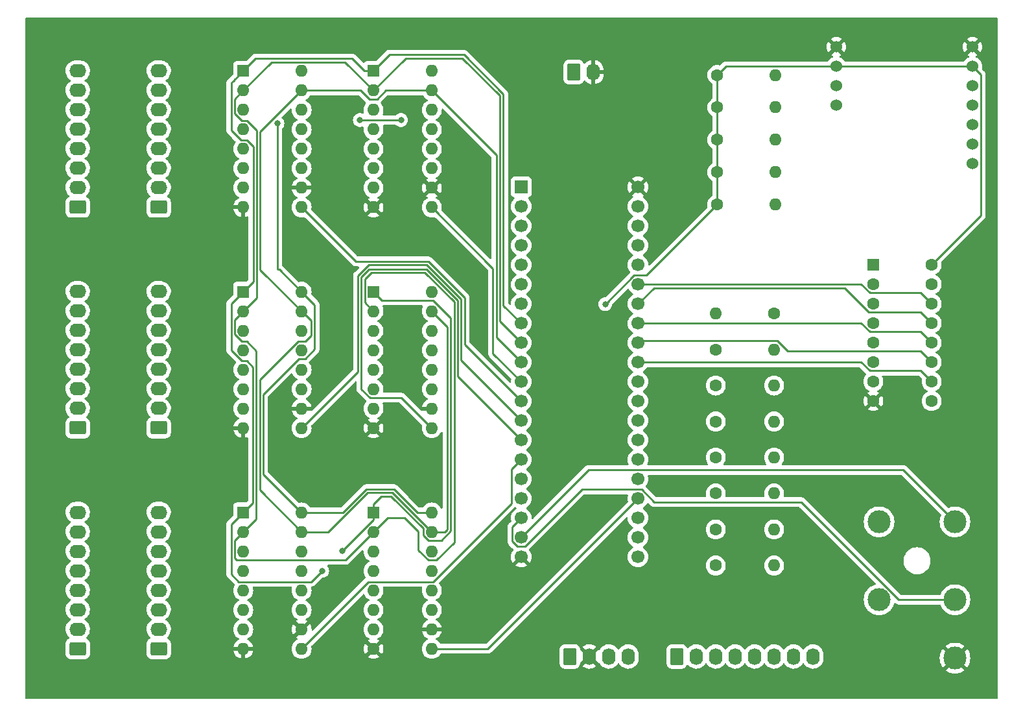
<source format=gbr>
%TF.GenerationSoftware,KiCad,Pcbnew,7.0.9*%
%TF.CreationDate,2024-01-02T20:59:46+01:00*%
%TF.ProjectId,daisy-drums,64616973-792d-4647-9275-6d732e6b6963,v01*%
%TF.SameCoordinates,Original*%
%TF.FileFunction,Copper,L2,Bot*%
%TF.FilePolarity,Positive*%
%FSLAX46Y46*%
G04 Gerber Fmt 4.6, Leading zero omitted, Abs format (unit mm)*
G04 Created by KiCad (PCBNEW 7.0.9) date 2024-01-02 20:59:46*
%MOMM*%
%LPD*%
G01*
G04 APERTURE LIST*
G04 Aperture macros list*
%AMRoundRect*
0 Rectangle with rounded corners*
0 $1 Rounding radius*
0 $2 $3 $4 $5 $6 $7 $8 $9 X,Y pos of 4 corners*
0 Add a 4 corners polygon primitive as box body*
4,1,4,$2,$3,$4,$5,$6,$7,$8,$9,$2,$3,0*
0 Add four circle primitives for the rounded corners*
1,1,$1+$1,$2,$3*
1,1,$1+$1,$4,$5*
1,1,$1+$1,$6,$7*
1,1,$1+$1,$8,$9*
0 Add four rect primitives between the rounded corners*
20,1,$1+$1,$2,$3,$4,$5,0*
20,1,$1+$1,$4,$5,$6,$7,0*
20,1,$1+$1,$6,$7,$8,$9,0*
20,1,$1+$1,$8,$9,$2,$3,0*%
G04 Aperture macros list end*
%TA.AperFunction,ComponentPad*%
%ADD10C,1.600000*%
%TD*%
%TA.AperFunction,ComponentPad*%
%ADD11O,1.600000X1.600000*%
%TD*%
%TA.AperFunction,ComponentPad*%
%ADD12R,1.600000X1.600000*%
%TD*%
%TA.AperFunction,ComponentPad*%
%ADD13R,1.700000X1.700000*%
%TD*%
%TA.AperFunction,ComponentPad*%
%ADD14C,1.700000*%
%TD*%
%TA.AperFunction,ComponentPad*%
%ADD15RoundRect,0.250000X-0.620000X-0.845000X0.620000X-0.845000X0.620000X0.845000X-0.620000X0.845000X0*%
%TD*%
%TA.AperFunction,ComponentPad*%
%ADD16O,1.740000X2.190000*%
%TD*%
%TA.AperFunction,ComponentPad*%
%ADD17C,3.000000*%
%TD*%
%TA.AperFunction,ComponentPad*%
%ADD18RoundRect,0.250000X0.845000X-0.620000X0.845000X0.620000X-0.845000X0.620000X-0.845000X-0.620000X0*%
%TD*%
%TA.AperFunction,ComponentPad*%
%ADD19O,2.190000X1.740000*%
%TD*%
%TA.AperFunction,ComponentPad*%
%ADD20C,1.524000*%
%TD*%
%TA.AperFunction,ViaPad*%
%ADD21C,0.800000*%
%TD*%
%TA.AperFunction,Conductor*%
%ADD22C,0.250000*%
%TD*%
G04 APERTURE END LIST*
D10*
%TO.P,R1,1*%
%TO.N,VCC*%
X217373200Y-58258312D03*
D11*
%TO.P,R1,2*%
%TO.N,Net-(A1-SD_DATA_0)*%
X224993200Y-58258312D03*
%TD*%
D10*
%TO.P,R11,1*%
%TO.N,Net-(J11-Pin_6)*%
X217170000Y-100185690D03*
D11*
%TO.P,R11,2*%
%TO.N,Net-(U6-QF)*%
X224790000Y-100185690D03*
%TD*%
D10*
%TO.P,R7,1*%
%TO.N,Net-(J11-Pin_2)*%
X217170000Y-81403538D03*
D11*
%TO.P,R7,2*%
%TO.N,Net-(U6-QB)*%
X224790000Y-81403538D03*
%TD*%
D12*
%TO.P,U6,1,QB*%
%TO.N,Net-(U6-QB)*%
X237744000Y-70340000D03*
D10*
%TO.P,U6,2,QC*%
%TO.N,Net-(U6-QC)*%
X237744000Y-72880000D03*
%TO.P,U6,3,QD*%
%TO.N,Net-(U6-QD)*%
X237744000Y-75420000D03*
%TO.P,U6,4,QE*%
%TO.N,Net-(U6-QE)*%
X237744000Y-77960000D03*
%TO.P,U6,5,QF*%
%TO.N,Net-(U6-QF)*%
X237744000Y-80500000D03*
%TO.P,U6,6,QG*%
%TO.N,Net-(U6-QG)*%
X237744000Y-83040000D03*
%TO.P,U6,7,QH*%
%TO.N,Net-(U6-QH)*%
X237744000Y-85580000D03*
%TO.P,U6,8,GND*%
%TO.N,GND*%
X237744000Y-88120000D03*
%TO.P,U6,9,QH'*%
%TO.N,unconnected-(U6-QH'-Pad9)*%
X245364000Y-88120000D03*
%TO.P,U6,10,~{SRCLR}*%
%TO.N,Net-(A1-SAI2_MCLK)*%
X245364000Y-85580000D03*
%TO.P,U6,11,SRCLK*%
%TO.N,Net-(A1-SAI2_SD_B)*%
X245364000Y-83040000D03*
%TO.P,U6,12,RCLK*%
%TO.N,Net-(A1-SAI2_SD_A)*%
X245364000Y-80500000D03*
%TO.P,U6,13,~{OE}*%
%TO.N,Net-(A1-SAI2_FS)*%
X245364000Y-77960000D03*
%TO.P,U6,14,SER*%
%TO.N,Net-(A1-SAI2_SCK)*%
X245364000Y-75420000D03*
%TO.P,U6,15,QA*%
%TO.N,Net-(U6-QA)*%
X245364000Y-72880000D03*
%TO.P,U6,16,VCC*%
%TO.N,VCC*%
X245364000Y-70340000D03*
%TD*%
D13*
%TO.P,A1,1,USB_ID*%
%TO.N,unconnected-(A1-USB_ID-Pad1)*%
X191770000Y-60198000D03*
D14*
%TO.P,A1,2,SD_DATA_3*%
%TO.N,Net-(A1-SD_DATA_3)*%
X191770000Y-62738000D03*
%TO.P,A1,3,SD_DATA_2*%
%TO.N,Net-(A1-SD_DATA_2)*%
X191770000Y-65278000D03*
%TO.P,A1,4,SD_DATA_1*%
%TO.N,Net-(A1-SD_DATA_1)*%
X191770000Y-67818000D03*
%TO.P,A1,5,SD_DATA_0*%
%TO.N,Net-(A1-SD_DATA_0)*%
X191770000Y-70358000D03*
%TO.P,A1,6,SD_CMD*%
%TO.N,Net-(A1-SD_CMD)*%
X191770000Y-72898000D03*
%TO.P,A1,7,SD_CLK*%
%TO.N,Net-(A1-SD_CLK)*%
X191770000Y-75438000D03*
%TO.P,A1,8,SPI1_CS*%
%TO.N,Net-(A1-SPI1_CS)*%
X191770000Y-77978000D03*
%TO.P,A1,9,SPI1_SCK*%
%TO.N,Net-(A1-SPI1_SCK)*%
X191770000Y-80518000D03*
%TO.P,A1,10,SPI1_POCI*%
%TO.N,Net-(A1-SPI1_POCI)*%
X191770000Y-83058000D03*
%TO.P,A1,11,SPI1_PICO*%
%TO.N,Net-(A1-SPI1_PICO)*%
X191770000Y-85598000D03*
%TO.P,A1,12,I2C1_SCL*%
%TO.N,Net-(A1-I2C1_SCL)*%
X191770000Y-88138000D03*
%TO.P,A1,13,I2C1_SDA*%
%TO.N,Net-(A1-I2C1_SDA)*%
X191770000Y-90678000D03*
%TO.P,A1,14,USART1_TX*%
%TO.N,Net-(A1-USART1_TX)*%
X191770000Y-93218000D03*
%TO.P,A1,15,USART1_RX*%
%TO.N,Net-(A1-USART1_RX)*%
X191770000Y-95758000D03*
%TO.P,A1,16,AUDIO_IN_1*%
%TO.N,unconnected-(A1-AUDIO_IN_1-Pad16)*%
X191770000Y-98298000D03*
%TO.P,A1,17,AUDIO_IN_2*%
%TO.N,unconnected-(A1-AUDIO_IN_2-Pad17)*%
X191770000Y-100838000D03*
%TO.P,A1,18,AUDIO_OUT_1*%
%TO.N,Net-(A1-AUDIO_OUT_1)*%
X191770000Y-103378000D03*
%TO.P,A1,19,AUDIO_OUT_2*%
%TO.N,Net-(A1-AUDIO_OUT_2)*%
X191770000Y-105918000D03*
%TO.P,A1,20,AGND*%
%TO.N,GND*%
X191770000Y-108458000D03*
%TO.P,A1,21,3V3_A*%
%TO.N,VCC*%
X207010000Y-108458000D03*
%TO.P,A1,22,ADC_0*%
%TO.N,Net-(A1-ADC_0)*%
X207010000Y-105918000D03*
%TO.P,A1,23,ADC_1*%
%TO.N,Net-(A1-ADC_1)*%
X207010000Y-103378000D03*
%TO.P,A1,24,ADC_2*%
%TO.N,Net-(A1-ADC_2)*%
X207010000Y-100838000D03*
%TO.P,A1,25,ADC_3*%
%TO.N,unconnected-(A1-ADC_3-Pad25)*%
X207010000Y-98298000D03*
%TO.P,A1,26,ADC_4*%
%TO.N,unconnected-(A1-ADC_4-Pad26)*%
X207010000Y-95758000D03*
%TO.P,A1,27,ADC_5*%
%TO.N,unconnected-(A1-ADC_5-Pad27)*%
X207010000Y-93218000D03*
%TO.P,A1,28,ADC_6*%
%TO.N,unconnected-(A1-ADC_6-Pad28)*%
X207010000Y-90678000D03*
%TO.P,A1,29,DAC_OUT2*%
%TO.N,unconnected-(A1-DAC_OUT2-Pad29)*%
X207010000Y-88138000D03*
%TO.P,A1,30,DAC_OUT1*%
%TO.N,unconnected-(A1-DAC_OUT1-Pad30)*%
X207010000Y-85598000D03*
%TO.P,A1,31,SAI2_MCLK*%
%TO.N,Net-(A1-SAI2_MCLK)*%
X207010000Y-83058000D03*
%TO.P,A1,32,SAI2_SD_B*%
%TO.N,Net-(A1-SAI2_SD_B)*%
X207010000Y-80518000D03*
%TO.P,A1,33,SAI2_SD_A*%
%TO.N,Net-(A1-SAI2_SD_A)*%
X207010000Y-77978000D03*
%TO.P,A1,34,SAI2_FS*%
%TO.N,Net-(A1-SAI2_FS)*%
X207010000Y-75438000D03*
%TO.P,A1,35,SAI2_SCK*%
%TO.N,Net-(A1-SAI2_SCK)*%
X207010000Y-72898000D03*
%TO.P,A1,36,USB_D_-*%
%TO.N,unconnected-(A1-USB_D_--Pad36)*%
X207010000Y-70358000D03*
%TO.P,A1,37,USB_D_+*%
%TO.N,unconnected-(A1-USB_D_+-Pad37)*%
X207010000Y-67818000D03*
%TO.P,A1,38,3V3_D*%
%TO.N,unconnected-(A1-3V3_D-Pad38)*%
X207010000Y-65278000D03*
%TO.P,A1,39,VIN*%
%TO.N,Net-(A1-VIN)*%
X207010000Y-62738000D03*
%TO.P,A1,40,DGND*%
%TO.N,GND*%
X207010000Y-60198000D03*
%TD*%
D12*
%TO.P,U5,1,~{PL}*%
%TO.N,Net-(A1-SPI1_CS)*%
X172466000Y-45059600D03*
D11*
%TO.P,U5,2,CP*%
%TO.N,Net-(A1-SPI1_SCK)*%
X172466000Y-47599600D03*
%TO.P,U5,3,D4*%
%TO.N,Net-(J3-Pin_5)*%
X172466000Y-50139600D03*
%TO.P,U5,4,D5*%
%TO.N,Net-(J3-Pin_6)*%
X172466000Y-52679600D03*
%TO.P,U5,5,D6*%
%TO.N,Net-(J3-Pin_7)*%
X172466000Y-55219600D03*
%TO.P,U5,6,D7*%
%TO.N,Net-(J3-Pin_8)*%
X172466000Y-57759600D03*
%TO.P,U5,7,~{Q7}*%
%TO.N,unconnected-(U5-~{Q7}-Pad7)*%
X172466000Y-60299600D03*
%TO.P,U5,8,GND*%
%TO.N,GND*%
X172466000Y-62839600D03*
%TO.P,U5,9,Q7*%
%TO.N,Net-(A1-SPI1_PICO)*%
X180086000Y-62839600D03*
%TO.P,U5,10,DS*%
%TO.N,GND*%
X180086000Y-60299600D03*
%TO.P,U5,11,D0*%
%TO.N,Net-(J3-Pin_1)*%
X180086000Y-57759600D03*
%TO.P,U5,12,D1*%
%TO.N,Net-(J3-Pin_2)*%
X180086000Y-55219600D03*
%TO.P,U5,13,D2*%
%TO.N,Net-(J3-Pin_3)*%
X180086000Y-52679600D03*
%TO.P,U5,14,D3*%
%TO.N,Net-(J3-Pin_4)*%
X180086000Y-50139600D03*
%TO.P,U5,15,~{CE}*%
%TO.N,Net-(A1-SPI1_POCI)*%
X180086000Y-47599600D03*
%TO.P,U5,16,VCC*%
%TO.N,VCC*%
X180086000Y-45059600D03*
%TD*%
D15*
%TO.P,J2,1,Pin_1*%
%TO.N,Net-(A1-VIN)*%
X198628000Y-45212000D03*
D16*
%TO.P,J2,2,Pin_2*%
%TO.N,GND*%
X201168000Y-45212000D03*
%TD*%
D10*
%TO.P,R10,1*%
%TO.N,Net-(J11-Pin_5)*%
X217170000Y-95490152D03*
D11*
%TO.P,R10,2*%
%TO.N,Net-(U6-QE)*%
X224790000Y-95490152D03*
%TD*%
D15*
%TO.P,J12,1,Pin_1*%
%TO.N,VCC*%
X198120000Y-121452000D03*
D16*
%TO.P,J12,2,Pin_2*%
%TO.N,GND*%
X200660000Y-121452000D03*
%TO.P,J12,3,Pin_3*%
%TO.N,Net-(A1-ADC_1)*%
X203200000Y-121452000D03*
%TO.P,J12,4,Pin_4*%
%TO.N,Net-(A1-ADC_0)*%
X205740000Y-121452000D03*
%TD*%
D10*
%TO.P,R3,1*%
%TO.N,VCC*%
X217373200Y-49806942D03*
D11*
%TO.P,R3,2*%
%TO.N,Net-(A1-SD_DATA_2)*%
X224993200Y-49806942D03*
%TD*%
D15*
%TO.P,J11,1,Pin_1*%
%TO.N,Net-(J11-Pin_1)*%
X212090000Y-121452000D03*
D16*
%TO.P,J11,2,Pin_2*%
%TO.N,Net-(J11-Pin_2)*%
X214630000Y-121452000D03*
%TO.P,J11,3,Pin_3*%
%TO.N,Net-(J11-Pin_3)*%
X217170000Y-121452000D03*
%TO.P,J11,4,Pin_4*%
%TO.N,Net-(J11-Pin_4)*%
X219710000Y-121452000D03*
%TO.P,J11,5,Pin_5*%
%TO.N,Net-(J11-Pin_5)*%
X222250000Y-121452000D03*
%TO.P,J11,6,Pin_6*%
%TO.N,Net-(J11-Pin_6)*%
X224790000Y-121452000D03*
%TO.P,J11,7,Pin_7*%
%TO.N,Net-(J11-Pin_7)*%
X227330000Y-121452000D03*
%TO.P,J11,8,Pin_8*%
%TO.N,Net-(J11-Pin_8)*%
X229870000Y-121452000D03*
%TD*%
D17*
%TO.P,CON1,R*%
%TO.N,Net-(A1-AUDIO_OUT_1)*%
X248412000Y-114046000D03*
%TO.P,CON1,RB*%
%TO.N,unconnected-(CON1-PadRB)*%
X238502000Y-114046000D03*
%TO.P,CON1,S*%
%TO.N,GND*%
X248412000Y-121666000D03*
%TO.P,CON1,T*%
%TO.N,Net-(A1-AUDIO_OUT_2)*%
X248412000Y-103886000D03*
%TO.P,CON1,TB*%
%TO.N,unconnected-(CON1-PadTB)*%
X238502000Y-103886000D03*
%TD*%
D18*
%TO.P,J7,1,Pin_1*%
%TO.N,Net-(J7-Pin_1)*%
X144414400Y-91628200D03*
D19*
%TO.P,J7,2,Pin_2*%
%TO.N,Net-(J7-Pin_2)*%
X144414400Y-89088200D03*
%TO.P,J7,3,Pin_3*%
%TO.N,Net-(J7-Pin_3)*%
X144414400Y-86548200D03*
%TO.P,J7,4,Pin_4*%
%TO.N,Net-(J7-Pin_4)*%
X144414400Y-84008200D03*
%TO.P,J7,5,Pin_5*%
%TO.N,Net-(J7-Pin_5)*%
X144414400Y-81468200D03*
%TO.P,J7,6,Pin_6*%
%TO.N,Net-(J7-Pin_6)*%
X144414400Y-78928200D03*
%TO.P,J7,7,Pin_7*%
%TO.N,Net-(J7-Pin_7)*%
X144414400Y-76388200D03*
%TO.P,J7,8,Pin_8*%
%TO.N,Net-(J7-Pin_8)*%
X144414400Y-73848200D03*
%TD*%
D12*
%TO.P,U2,1,~{PL}*%
%TO.N,Net-(A1-SPI1_CS)*%
X155458000Y-45059600D03*
D11*
%TO.P,U2,2,CP*%
%TO.N,Net-(A1-SPI1_SCK)*%
X155458000Y-47599600D03*
%TO.P,U2,3,D4*%
%TO.N,Net-(J6-Pin_5)*%
X155458000Y-50139600D03*
%TO.P,U2,4,D5*%
%TO.N,Net-(J6-Pin_6)*%
X155458000Y-52679600D03*
%TO.P,U2,5,D6*%
%TO.N,Net-(J6-Pin_7)*%
X155458000Y-55219600D03*
%TO.P,U2,6,D7*%
%TO.N,Net-(J6-Pin_8)*%
X155458000Y-57759600D03*
%TO.P,U2,7,~{Q7}*%
%TO.N,unconnected-(U2-~{Q7}-Pad7)*%
X155458000Y-60299600D03*
%TO.P,U2,8,GND*%
%TO.N,GND*%
X155458000Y-62839600D03*
%TO.P,U2,9,Q7*%
%TO.N,Net-(A1-I2C1_SCL)*%
X163078000Y-62839600D03*
%TO.P,U2,10,DS*%
%TO.N,GND*%
X163078000Y-60299600D03*
%TO.P,U2,11,D0*%
%TO.N,Net-(J6-Pin_1)*%
X163078000Y-57759600D03*
%TO.P,U2,12,D1*%
%TO.N,Net-(J6-Pin_2)*%
X163078000Y-55219600D03*
%TO.P,U2,13,D2*%
%TO.N,Net-(J6-Pin_3)*%
X163078000Y-52679600D03*
%TO.P,U2,14,D3*%
%TO.N,Net-(J6-Pin_4)*%
X163078000Y-50139600D03*
%TO.P,U2,15,~{CE}*%
%TO.N,Net-(A1-SPI1_POCI)*%
X163078000Y-47599600D03*
%TO.P,U2,16,VCC*%
%TO.N,VCC*%
X163078000Y-45059600D03*
%TD*%
D10*
%TO.P,R2,1*%
%TO.N,VCC*%
X217373200Y-54032627D03*
D11*
%TO.P,R2,2*%
%TO.N,Net-(A1-SD_DATA_1)*%
X224993200Y-54032627D03*
%TD*%
D10*
%TO.P,R6,1*%
%TO.N,Net-(U6-QA)*%
X224790000Y-76708000D03*
D11*
%TO.P,R6,2*%
%TO.N,Net-(J11-Pin_1)*%
X217170000Y-76708000D03*
%TD*%
D10*
%TO.P,R5,1*%
%TO.N,VCC*%
X217373200Y-62484000D03*
D11*
%TO.P,R5,2*%
%TO.N,Net-(A1-SD_CMD)*%
X224993200Y-62484000D03*
%TD*%
D20*
%TO.P,J1,1,DAT2*%
%TO.N,Net-(A1-SD_DATA_2)*%
X232918000Y-46990000D03*
%TO.P,J1,2,DAT3/CD*%
%TO.N,Net-(A1-SD_DATA_3)*%
X250698000Y-54610000D03*
%TO.P,J1,3,CMD*%
%TO.N,Net-(A1-SD_CMD)*%
X250698000Y-46990000D03*
%TO.P,J1,4,VDD*%
%TO.N,VCC*%
X232918000Y-44450000D03*
X250698000Y-44450000D03*
%TO.P,J1,5,CLK*%
%TO.N,Net-(A1-SD_CLK)*%
X250698000Y-52070000D03*
%TO.P,J1,6,VSS*%
%TO.N,GND*%
X232918000Y-41910000D03*
%TO.P,J1,7,DAT0*%
%TO.N,Net-(A1-SD_DATA_0)*%
X250698000Y-49530000D03*
%TO.P,J1,8,DAT1*%
%TO.N,Net-(A1-SD_DATA_1)*%
X232918000Y-49530000D03*
%TO.P,J1,9,SHIELD*%
%TO.N,GND*%
X250698000Y-41910000D03*
%TO.P,J1,10*%
%TO.N,N/C*%
X250698000Y-57150000D03*
%TD*%
D10*
%TO.P,R8,1*%
%TO.N,Net-(J11-Pin_3)*%
X217170000Y-86099076D03*
D11*
%TO.P,R8,2*%
%TO.N,Net-(U6-QC)*%
X224790000Y-86099076D03*
%TD*%
D12*
%TO.P,U1,1,~{PL}*%
%TO.N,Net-(A1-SPI1_CS)*%
X155458000Y-102666800D03*
D11*
%TO.P,U1,2,CP*%
%TO.N,Net-(A1-SPI1_SCK)*%
X155458000Y-105206800D03*
%TO.P,U1,3,D4*%
%TO.N,Net-(J8-Pin_5)*%
X155458000Y-107746800D03*
%TO.P,U1,4,D5*%
%TO.N,Net-(J8-Pin_6)*%
X155458000Y-110286800D03*
%TO.P,U1,5,D6*%
%TO.N,Net-(J8-Pin_7)*%
X155458000Y-112826800D03*
%TO.P,U1,6,D7*%
%TO.N,Net-(J8-Pin_8)*%
X155458000Y-115366800D03*
%TO.P,U1,7,~{Q7}*%
%TO.N,unconnected-(U1-~{Q7}-Pad7)*%
X155458000Y-117906800D03*
%TO.P,U1,8,GND*%
%TO.N,GND*%
X155458000Y-120446800D03*
%TO.P,U1,9,Q7*%
%TO.N,Net-(A1-USART1_RX)*%
X163078000Y-120446800D03*
%TO.P,U1,10,DS*%
%TO.N,GND*%
X163078000Y-117906800D03*
%TO.P,U1,11,D0*%
%TO.N,Net-(J8-Pin_1)*%
X163078000Y-115366800D03*
%TO.P,U1,12,D1*%
%TO.N,Net-(J8-Pin_2)*%
X163078000Y-112826800D03*
%TO.P,U1,13,D2*%
%TO.N,Net-(J8-Pin_3)*%
X163078000Y-110286800D03*
%TO.P,U1,14,D3*%
%TO.N,Net-(J8-Pin_4)*%
X163078000Y-107746800D03*
%TO.P,U1,15,~{CE}*%
%TO.N,Net-(A1-SPI1_POCI)*%
X163078000Y-105206800D03*
%TO.P,U1,16,VCC*%
%TO.N,VCC*%
X163078000Y-102666800D03*
%TD*%
D18*
%TO.P,J4,1,Pin_1*%
%TO.N,Net-(J4-Pin_1)*%
X133848000Y-91628200D03*
D19*
%TO.P,J4,2,Pin_2*%
%TO.N,Net-(J4-Pin_2)*%
X133848000Y-89088200D03*
%TO.P,J4,3,Pin_3*%
%TO.N,Net-(J4-Pin_3)*%
X133848000Y-86548200D03*
%TO.P,J4,4,Pin_4*%
%TO.N,Net-(J4-Pin_4)*%
X133848000Y-84008200D03*
%TO.P,J4,5,Pin_5*%
%TO.N,Net-(J4-Pin_5)*%
X133848000Y-81468200D03*
%TO.P,J4,6,Pin_6*%
%TO.N,Net-(J4-Pin_6)*%
X133848000Y-78928200D03*
%TO.P,J4,7,Pin_7*%
%TO.N,Net-(J4-Pin_7)*%
X133848000Y-76388200D03*
%TO.P,J4,8,Pin_8*%
%TO.N,Net-(J4-Pin_8)*%
X133848000Y-73848200D03*
%TD*%
D12*
%TO.P,U7,1,~{PL}*%
%TO.N,Net-(A1-SPI1_CS)*%
X155458000Y-73863200D03*
D11*
%TO.P,U7,2,CP*%
%TO.N,Net-(A1-SPI1_SCK)*%
X155458000Y-76403200D03*
%TO.P,U7,3,D4*%
%TO.N,Net-(J7-Pin_5)*%
X155458000Y-78943200D03*
%TO.P,U7,4,D5*%
%TO.N,Net-(J7-Pin_6)*%
X155458000Y-81483200D03*
%TO.P,U7,5,D6*%
%TO.N,Net-(J7-Pin_7)*%
X155458000Y-84023200D03*
%TO.P,U7,6,D7*%
%TO.N,Net-(J7-Pin_8)*%
X155458000Y-86563200D03*
%TO.P,U7,7,~{Q7}*%
%TO.N,unconnected-(U7-~{Q7}-Pad7)*%
X155458000Y-89103200D03*
%TO.P,U7,8,GND*%
%TO.N,GND*%
X155458000Y-91643200D03*
%TO.P,U7,9,Q7*%
%TO.N,Net-(A1-I2C1_SDA)*%
X163078000Y-91643200D03*
%TO.P,U7,10,DS*%
%TO.N,GND*%
X163078000Y-89103200D03*
%TO.P,U7,11,D0*%
%TO.N,Net-(J7-Pin_1)*%
X163078000Y-86563200D03*
%TO.P,U7,12,D1*%
%TO.N,Net-(J7-Pin_2)*%
X163078000Y-84023200D03*
%TO.P,U7,13,D2*%
%TO.N,Net-(J7-Pin_3)*%
X163078000Y-81483200D03*
%TO.P,U7,14,D3*%
%TO.N,Net-(J7-Pin_4)*%
X163078000Y-78943200D03*
%TO.P,U7,15,~{CE}*%
%TO.N,Net-(A1-SPI1_POCI)*%
X163078000Y-76403200D03*
%TO.P,U7,16,VCC*%
%TO.N,VCC*%
X163078000Y-73863200D03*
%TD*%
D10*
%TO.P,R12,1*%
%TO.N,Net-(J11-Pin_7)*%
X217170000Y-104881228D03*
D11*
%TO.P,R12,2*%
%TO.N,Net-(U6-QG)*%
X224790000Y-104881228D03*
%TD*%
D18*
%TO.P,J5,1,Pin_1*%
%TO.N,Net-(J5-Pin_1)*%
X133848000Y-120431800D03*
D19*
%TO.P,J5,2,Pin_2*%
%TO.N,Net-(J5-Pin_2)*%
X133848000Y-117891800D03*
%TO.P,J5,3,Pin_3*%
%TO.N,Net-(J5-Pin_3)*%
X133848000Y-115351800D03*
%TO.P,J5,4,Pin_4*%
%TO.N,Net-(J5-Pin_4)*%
X133848000Y-112811800D03*
%TO.P,J5,5,Pin_5*%
%TO.N,Net-(J5-Pin_5)*%
X133848000Y-110271800D03*
%TO.P,J5,6,Pin_6*%
%TO.N,Net-(J5-Pin_6)*%
X133848000Y-107731800D03*
%TO.P,J5,7,Pin_7*%
%TO.N,Net-(J5-Pin_7)*%
X133848000Y-105191800D03*
%TO.P,J5,8,Pin_8*%
%TO.N,Net-(J5-Pin_8)*%
X133848000Y-102651800D03*
%TD*%
D18*
%TO.P,J8,1,Pin_1*%
%TO.N,Net-(J8-Pin_1)*%
X144414400Y-120431800D03*
D19*
%TO.P,J8,2,Pin_2*%
%TO.N,Net-(J8-Pin_2)*%
X144414400Y-117891800D03*
%TO.P,J8,3,Pin_3*%
%TO.N,Net-(J8-Pin_3)*%
X144414400Y-115351800D03*
%TO.P,J8,4,Pin_4*%
%TO.N,Net-(J8-Pin_4)*%
X144414400Y-112811800D03*
%TO.P,J8,5,Pin_5*%
%TO.N,Net-(J8-Pin_5)*%
X144414400Y-110271800D03*
%TO.P,J8,6,Pin_6*%
%TO.N,Net-(J8-Pin_6)*%
X144414400Y-107731800D03*
%TO.P,J8,7,Pin_7*%
%TO.N,Net-(J8-Pin_7)*%
X144414400Y-105191800D03*
%TO.P,J8,8,Pin_8*%
%TO.N,Net-(J8-Pin_8)*%
X144414400Y-102651800D03*
%TD*%
D18*
%TO.P,J6,1,Pin_1*%
%TO.N,Net-(J6-Pin_1)*%
X144414400Y-62824600D03*
D19*
%TO.P,J6,2,Pin_2*%
%TO.N,Net-(J6-Pin_2)*%
X144414400Y-60284600D03*
%TO.P,J6,3,Pin_3*%
%TO.N,Net-(J6-Pin_3)*%
X144414400Y-57744600D03*
%TO.P,J6,4,Pin_4*%
%TO.N,Net-(J6-Pin_4)*%
X144414400Y-55204600D03*
%TO.P,J6,5,Pin_5*%
%TO.N,Net-(J6-Pin_5)*%
X144414400Y-52664600D03*
%TO.P,J6,6,Pin_6*%
%TO.N,Net-(J6-Pin_6)*%
X144414400Y-50124600D03*
%TO.P,J6,7,Pin_7*%
%TO.N,Net-(J6-Pin_7)*%
X144414400Y-47584600D03*
%TO.P,J6,8,Pin_8*%
%TO.N,Net-(J6-Pin_8)*%
X144414400Y-45044600D03*
%TD*%
D10*
%TO.P,R9,1*%
%TO.N,Net-(J11-Pin_4)*%
X217170000Y-90794614D03*
D11*
%TO.P,R9,2*%
%TO.N,Net-(U6-QD)*%
X224790000Y-90794614D03*
%TD*%
D10*
%TO.P,R4,1*%
%TO.N,VCC*%
X217373200Y-45581257D03*
D11*
%TO.P,R4,2*%
%TO.N,Net-(A1-SD_DATA_3)*%
X224993200Y-45581257D03*
%TD*%
D10*
%TO.P,R13,1*%
%TO.N,Net-(J11-Pin_8)*%
X217170000Y-109576767D03*
D11*
%TO.P,R13,2*%
%TO.N,Net-(U6-QH)*%
X224790000Y-109576767D03*
%TD*%
D12*
%TO.P,U3,1,~{PL}*%
%TO.N,Net-(A1-SPI1_CS)*%
X172466000Y-102666800D03*
D11*
%TO.P,U3,2,CP*%
%TO.N,Net-(A1-SPI1_SCK)*%
X172466000Y-105206800D03*
%TO.P,U3,3,D4*%
%TO.N,Net-(J5-Pin_5)*%
X172466000Y-107746800D03*
%TO.P,U3,4,D5*%
%TO.N,Net-(J5-Pin_6)*%
X172466000Y-110286800D03*
%TO.P,U3,5,D6*%
%TO.N,Net-(J5-Pin_7)*%
X172466000Y-112826800D03*
%TO.P,U3,6,D7*%
%TO.N,Net-(J5-Pin_8)*%
X172466000Y-115366800D03*
%TO.P,U3,7,~{Q7}*%
%TO.N,unconnected-(U3-~{Q7}-Pad7)*%
X172466000Y-117906800D03*
%TO.P,U3,8,GND*%
%TO.N,GND*%
X172466000Y-120446800D03*
%TO.P,U3,9,Q7*%
%TO.N,Net-(A1-ADC_2)*%
X180086000Y-120446800D03*
%TO.P,U3,10,DS*%
%TO.N,GND*%
X180086000Y-117906800D03*
%TO.P,U3,11,D0*%
%TO.N,Net-(J5-Pin_1)*%
X180086000Y-115366800D03*
%TO.P,U3,12,D1*%
%TO.N,Net-(J5-Pin_2)*%
X180086000Y-112826800D03*
%TO.P,U3,13,D2*%
%TO.N,Net-(J5-Pin_3)*%
X180086000Y-110286800D03*
%TO.P,U3,14,D3*%
%TO.N,Net-(J5-Pin_4)*%
X180086000Y-107746800D03*
%TO.P,U3,15,~{CE}*%
%TO.N,Net-(A1-SPI1_POCI)*%
X180086000Y-105206800D03*
%TO.P,U3,16,VCC*%
%TO.N,VCC*%
X180086000Y-102666800D03*
%TD*%
D18*
%TO.P,J3,1,Pin_1*%
%TO.N,Net-(J3-Pin_1)*%
X133848000Y-62824600D03*
D19*
%TO.P,J3,2,Pin_2*%
%TO.N,Net-(J3-Pin_2)*%
X133848000Y-60284600D03*
%TO.P,J3,3,Pin_3*%
%TO.N,Net-(J3-Pin_3)*%
X133848000Y-57744600D03*
%TO.P,J3,4,Pin_4*%
%TO.N,Net-(J3-Pin_4)*%
X133848000Y-55204600D03*
%TO.P,J3,5,Pin_5*%
%TO.N,Net-(J3-Pin_5)*%
X133848000Y-52664600D03*
%TO.P,J3,6,Pin_6*%
%TO.N,Net-(J3-Pin_6)*%
X133848000Y-50124600D03*
%TO.P,J3,7,Pin_7*%
%TO.N,Net-(J3-Pin_7)*%
X133848000Y-47584600D03*
%TO.P,J3,8,Pin_8*%
%TO.N,Net-(J3-Pin_8)*%
X133848000Y-45044600D03*
%TD*%
D12*
%TO.P,U4,1,~{PL}*%
%TO.N,Net-(A1-SPI1_CS)*%
X172466000Y-73863200D03*
D11*
%TO.P,U4,2,CP*%
%TO.N,Net-(A1-SPI1_SCK)*%
X172466000Y-76403200D03*
%TO.P,U4,3,D4*%
%TO.N,Net-(J4-Pin_5)*%
X172466000Y-78943200D03*
%TO.P,U4,4,D5*%
%TO.N,Net-(J4-Pin_6)*%
X172466000Y-81483200D03*
%TO.P,U4,5,D6*%
%TO.N,Net-(J4-Pin_7)*%
X172466000Y-84023200D03*
%TO.P,U4,6,D7*%
%TO.N,Net-(J4-Pin_8)*%
X172466000Y-86563200D03*
%TO.P,U4,7,~{Q7}*%
%TO.N,unconnected-(U4-~{Q7}-Pad7)*%
X172466000Y-89103200D03*
%TO.P,U4,8,GND*%
%TO.N,GND*%
X172466000Y-91643200D03*
%TO.P,U4,9,Q7*%
%TO.N,Net-(A1-USART1_TX)*%
X180086000Y-91643200D03*
%TO.P,U4,10,DS*%
%TO.N,GND*%
X180086000Y-89103200D03*
%TO.P,U4,11,D0*%
%TO.N,Net-(J4-Pin_1)*%
X180086000Y-86563200D03*
%TO.P,U4,12,D1*%
%TO.N,Net-(J4-Pin_2)*%
X180086000Y-84023200D03*
%TO.P,U4,13,D2*%
%TO.N,Net-(J4-Pin_3)*%
X180086000Y-81483200D03*
%TO.P,U4,14,D3*%
%TO.N,Net-(J4-Pin_4)*%
X180086000Y-78943200D03*
%TO.P,U4,15,~{CE}*%
%TO.N,Net-(A1-SPI1_POCI)*%
X180086000Y-76403200D03*
%TO.P,U4,16,VCC*%
%TO.N,VCC*%
X180086000Y-73863200D03*
%TD*%
D21*
%TO.N,Net-(A1-SPI1_CS)*%
X165760400Y-110286800D03*
X168402000Y-107696000D03*
%TO.N,VCC*%
X202742800Y-75488800D03*
X159918400Y-51917600D03*
X170688000Y-51460400D03*
X176072800Y-51460400D03*
%TD*%
D22*
%TO.N,Net-(A1-SPI1_CS)*%
X182568000Y-77294209D02*
X180261991Y-74988200D01*
X173482000Y-100526000D02*
X174768804Y-100526000D01*
X172466000Y-45059600D02*
X174541600Y-42926000D01*
X168402000Y-107679809D02*
X172466000Y-103615809D01*
X156776000Y-72545200D02*
X155458000Y-73863200D01*
X178961000Y-105672791D02*
X179620009Y-106331800D01*
X154360800Y-46156800D02*
X153883000Y-46634600D01*
X173591000Y-74988200D02*
X172466000Y-73863200D01*
X168402000Y-107696000D02*
X168402000Y-107679809D01*
X153883000Y-75438200D02*
X153883000Y-81499191D01*
X153883000Y-81499191D02*
X155282009Y-82898200D01*
X155923991Y-54094600D02*
X156776000Y-54946609D01*
X189426000Y-75634000D02*
X191770000Y-77978000D01*
X182568000Y-105088396D02*
X182568000Y-77294209D01*
X165753000Y-110286800D02*
X165760400Y-110286800D01*
X189426000Y-48073604D02*
X189426000Y-75634000D01*
X178972307Y-104729503D02*
X178961000Y-104740809D01*
X156718000Y-83692209D02*
X156718000Y-101406800D01*
X180261991Y-74988200D02*
X173591000Y-74988200D01*
X172466000Y-101542000D02*
X173482000Y-100526000D01*
X156776000Y-54946609D02*
X156776000Y-72545200D01*
X155458000Y-45059600D02*
X154178000Y-46339600D01*
X154881800Y-111701800D02*
X164338000Y-111701800D01*
X171297600Y-45059600D02*
X169679200Y-43441200D01*
X179620009Y-106331800D02*
X181324596Y-106331800D01*
X155458000Y-73863200D02*
X153883000Y-75438200D01*
X156718000Y-101406800D02*
X155458000Y-102666800D01*
X155923991Y-82898200D02*
X156718000Y-83692209D01*
X181324596Y-106331800D02*
X182568000Y-105088396D01*
X172466000Y-102666800D02*
X172466000Y-101542000D01*
X157076400Y-43441200D02*
X155458000Y-45059600D01*
X164338000Y-111701800D02*
X165753000Y-110286800D01*
X153883000Y-104241800D02*
X153883000Y-110703000D01*
X178961000Y-104740809D02*
X178961000Y-105672791D01*
X174768804Y-100526000D02*
X178972307Y-104729503D01*
X153883000Y-46634600D02*
X153883000Y-52791000D01*
X155282009Y-82898200D02*
X155923991Y-82898200D01*
X155186600Y-54094600D02*
X155923991Y-54094600D01*
X172466000Y-103615809D02*
X172466000Y-102666800D01*
X184278396Y-42926000D02*
X189426000Y-48073604D01*
X174541600Y-42926000D02*
X184278396Y-42926000D01*
X169679200Y-43441200D02*
X157076400Y-43441200D01*
X153883000Y-52791000D02*
X155186600Y-54094600D01*
X153883000Y-110703000D02*
X154881800Y-111701800D01*
X155458000Y-102666800D02*
X153883000Y-104241800D01*
X172466000Y-45059600D02*
X171297600Y-45059600D01*
%TO.N,Net-(A1-SPI1_SCK)*%
X172466000Y-105206800D02*
X174294800Y-103378000D01*
X183018000Y-75204209D02*
X179187791Y-71374000D01*
X154333000Y-77528200D02*
X154333000Y-79409191D01*
X154333000Y-108613000D02*
X154591800Y-108871800D01*
X154333000Y-106331800D02*
X154333000Y-108613000D01*
X157226000Y-74635200D02*
X155458000Y-76403200D01*
X155923991Y-51554600D02*
X157226000Y-52856609D01*
X168757600Y-43891200D02*
X159166400Y-43891200D01*
X183018000Y-106542000D02*
X183018000Y-75204209D01*
X155458000Y-47599600D02*
X154333000Y-48724600D01*
X154333000Y-48724600D02*
X154333000Y-50605591D01*
X155923991Y-80358200D02*
X157168000Y-81602209D01*
X178308000Y-105156000D02*
X178308000Y-107559791D01*
X178308000Y-107559791D02*
X179620009Y-108871800D01*
X168801000Y-108871800D02*
X172466000Y-105206800D01*
X179620009Y-108871800D02*
X180688200Y-108871800D01*
X157168000Y-81602209D02*
X157168000Y-103496800D01*
X176530000Y-103378000D02*
X178308000Y-105156000D01*
X188976000Y-48260000D02*
X188976000Y-77724000D01*
X155282009Y-80358200D02*
X155923991Y-80358200D01*
X154591800Y-108871800D02*
X168801000Y-108871800D01*
X179187791Y-71374000D02*
X172212000Y-71374000D01*
X171341000Y-72245000D02*
X171341000Y-75278200D01*
X171341000Y-75278200D02*
X172466000Y-76403200D01*
X180688200Y-108871800D02*
X183018000Y-106542000D01*
X155282009Y-51554600D02*
X155923991Y-51554600D01*
X188976000Y-77724000D02*
X191770000Y-80518000D01*
X155458000Y-105206800D02*
X154333000Y-106331800D01*
X176689600Y-43376000D02*
X184092000Y-43376000D01*
X154333000Y-50605591D02*
X155282009Y-51554600D01*
X172466000Y-47599600D02*
X168757600Y-43891200D01*
X174294800Y-103378000D02*
X176530000Y-103378000D01*
X154333000Y-79409191D02*
X155282009Y-80358200D01*
X172212000Y-71374000D02*
X171341000Y-72245000D01*
X172466000Y-47599600D02*
X176689600Y-43376000D01*
X155458000Y-76403200D02*
X154333000Y-77528200D01*
X159166400Y-43891200D02*
X155458000Y-47599600D01*
X157226000Y-52856609D02*
X157226000Y-74635200D01*
X184092000Y-43376000D02*
X188976000Y-48260000D01*
X157168000Y-103496800D02*
X155458000Y-105206800D01*
%TO.N,Net-(A1-SPI1_POCI)*%
X157676000Y-71001200D02*
X164338000Y-77663200D01*
X188526000Y-56039600D02*
X188526000Y-56134000D01*
X191770000Y-83058000D02*
X188526000Y-79814000D01*
X157618000Y-99746800D02*
X163078000Y-105206800D01*
X180086000Y-47599600D02*
X188526000Y-56039600D01*
X164338000Y-77663200D02*
X164338000Y-79564191D01*
X171914600Y-48724600D02*
X170789600Y-47599600D01*
X172931991Y-48724600D02*
X171914600Y-48724600D01*
X188526000Y-79814000D02*
X188526000Y-56134000D01*
X180086000Y-47599600D02*
X174056991Y-47599600D01*
X163078000Y-47599600D02*
X157676000Y-53001600D01*
X171704000Y-100076000D02*
X174955200Y-100076000D01*
X162612009Y-80358200D02*
X157618000Y-85352209D01*
X170789600Y-47599600D02*
X163078000Y-47599600D01*
X182118000Y-104902000D02*
X182118000Y-78435200D01*
X163543991Y-80358200D02*
X162612009Y-80358200D01*
X174955200Y-100076000D02*
X180086000Y-105206800D01*
X174056991Y-47599600D02*
X172931991Y-48724600D01*
X182118000Y-78435200D02*
X180086000Y-76403200D01*
X180086000Y-105206800D02*
X181813200Y-105206800D01*
X164338000Y-79564191D02*
X163543991Y-80358200D01*
X166573200Y-105206800D02*
X171704000Y-100076000D01*
X181813200Y-105206800D02*
X182118000Y-104902000D01*
X163078000Y-105206800D02*
X166573200Y-105206800D01*
X157676000Y-53001600D02*
X157676000Y-71001200D01*
X157618000Y-85352209D02*
X157618000Y-99746800D01*
%TO.N,Net-(A1-SPI1_PICO)*%
X188076000Y-81904000D02*
X191770000Y-85598000D01*
X180086000Y-62839600D02*
X188076000Y-70829600D01*
X188076000Y-70829600D02*
X188076000Y-81904000D01*
%TO.N,Net-(A1-I2C1_SCL)*%
X184368000Y-74645021D02*
X184368000Y-80736000D01*
X184368000Y-80736000D02*
X191770000Y-88138000D01*
X163078000Y-62839600D02*
X170146400Y-69908000D01*
X179630979Y-69908000D02*
X184368000Y-74645021D01*
X170146400Y-69908000D02*
X179630979Y-69908000D01*
%TO.N,Net-(A1-I2C1_SDA)*%
X171829604Y-70358000D02*
X179444583Y-70358000D01*
X183918000Y-74831417D02*
X183918000Y-82826000D01*
X170441000Y-71746604D02*
X171829604Y-70358000D01*
X183918000Y-82826000D02*
X191770000Y-90678000D01*
X179444583Y-70358000D02*
X183918000Y-74831417D01*
X170441000Y-84280200D02*
X170441000Y-71746604D01*
X163078000Y-91643200D02*
X170441000Y-84280200D01*
%TO.N,Net-(A1-USART1_TX)*%
X170891000Y-71933000D02*
X171900000Y-70924000D01*
X183468000Y-84916000D02*
X191770000Y-93218000D01*
X180086000Y-91643200D02*
X180485800Y-92043000D01*
X171900000Y-70924000D02*
X179374187Y-70924000D01*
X172000009Y-87688200D02*
X170891000Y-86579191D01*
X183468000Y-75017813D02*
X183468000Y-84916000D01*
X180086000Y-91643200D02*
X176131000Y-87688200D01*
X179374187Y-70924000D02*
X183468000Y-75017813D01*
X176131000Y-87688200D02*
X172000009Y-87688200D01*
X170891000Y-86579191D02*
X170891000Y-71933000D01*
%TO.N,Net-(A1-USART1_RX)*%
X180261991Y-111701800D02*
X190500000Y-101463791D01*
X190500000Y-101463791D02*
X190500000Y-97028000D01*
X190500000Y-97028000D02*
X191770000Y-95758000D01*
X163078000Y-120446800D02*
X171823000Y-111701800D01*
X171823000Y-111701800D02*
X180261991Y-111701800D01*
%TO.N,Net-(A1-AUDIO_OUT_1)*%
X207496701Y-99663000D02*
X199686701Y-99663000D01*
X190595000Y-104553000D02*
X191770000Y-103378000D01*
X248412000Y-114046000D02*
X241082940Y-114046000D01*
X191268600Y-107093000D02*
X190595000Y-106419400D01*
X228347630Y-101310690D02*
X209144391Y-101310690D01*
X209144391Y-101310690D02*
X207496701Y-99663000D01*
X199686701Y-99663000D02*
X192256701Y-107093000D01*
X241082940Y-114046000D02*
X228347630Y-101310690D01*
X192256701Y-107093000D02*
X191268600Y-107093000D01*
X190595000Y-106419400D02*
X190595000Y-104553000D01*
%TO.N,Net-(A1-AUDIO_OUT_2)*%
X241649000Y-97123000D02*
X200565000Y-97123000D01*
X248412000Y-103886000D02*
X241649000Y-97123000D01*
X200565000Y-97123000D02*
X191770000Y-105918000D01*
%TO.N,VCC*%
X158068000Y-97656800D02*
X158068000Y-87245200D01*
X158068000Y-87245200D02*
X162705000Y-82608200D01*
X159918400Y-70967600D02*
X159918400Y-51917600D01*
X217373200Y-45581257D02*
X218504457Y-44450000D01*
X178182396Y-102666800D02*
X175141596Y-99626000D01*
X232918000Y-44450000D02*
X250698000Y-44450000D01*
X163543991Y-82608200D02*
X164788000Y-81364191D01*
X217373200Y-45581257D02*
X217373200Y-49806942D01*
X217373200Y-62484000D02*
X208134200Y-71723000D01*
X171517604Y-99626000D02*
X168476804Y-102666800D01*
X163078000Y-73863200D02*
X160182400Y-70967600D01*
X251785000Y-63919000D02*
X251785000Y-45537000D01*
X175141596Y-99626000D02*
X171517604Y-99626000D01*
X162705000Y-82608200D02*
X163543991Y-82608200D01*
X217373200Y-49806942D02*
X217373200Y-54032627D01*
X164788000Y-81364191D02*
X164788000Y-75573200D01*
X251785000Y-45537000D02*
X250698000Y-44450000D01*
X245364000Y-70340000D02*
X251785000Y-63919000D01*
X217373200Y-54032627D02*
X217373200Y-58258312D01*
X208134200Y-71723000D02*
X206508600Y-71723000D01*
X217373200Y-58258312D02*
X217373200Y-62484000D01*
X218504457Y-44450000D02*
X232918000Y-44450000D01*
X163078000Y-102666800D02*
X158068000Y-97656800D01*
X206508600Y-71723000D02*
X202742800Y-75488800D01*
X180086000Y-102666800D02*
X178182396Y-102666800D01*
X168476804Y-102666800D02*
X163078000Y-102666800D01*
X170688000Y-51460400D02*
X176072800Y-51460400D01*
X164788000Y-75573200D02*
X163078000Y-73863200D01*
X160182400Y-70967600D02*
X159918400Y-70967600D01*
%TO.N,Net-(A1-ADC_2)*%
X187401200Y-120446800D02*
X207010000Y-100838000D01*
X180086000Y-120446800D02*
X187401200Y-120446800D01*
%TO.N,Net-(A1-SAI2_MCLK)*%
X236171009Y-83058000D02*
X237278009Y-84165000D01*
X243931000Y-84165000D02*
X245346000Y-85580000D01*
X245346000Y-85580000D02*
X245364000Y-85580000D01*
X237278009Y-84165000D02*
X243931000Y-84165000D01*
X207010000Y-83058000D02*
X236171009Y-83058000D01*
%TO.N,Net-(A1-SAI2_SD_B)*%
X225241453Y-80264000D02*
X207264000Y-80264000D01*
X245364000Y-83040000D02*
X243949000Y-81625000D01*
X243949000Y-81625000D02*
X226602453Y-81625000D01*
X226602453Y-81625000D02*
X225241453Y-80264000D01*
X207264000Y-80264000D02*
X207010000Y-80518000D01*
%TO.N,Net-(A1-SAI2_SD_A)*%
X237278009Y-79085000D02*
X236171009Y-77978000D01*
X243949000Y-79085000D02*
X237278009Y-79085000D01*
X245364000Y-80500000D02*
X243949000Y-79085000D01*
X236171009Y-77978000D02*
X207010000Y-77978000D01*
%TO.N,Net-(A1-SAI2_FS)*%
X209100000Y-73348000D02*
X207010000Y-75438000D01*
X237185200Y-76555600D02*
X233977600Y-73348000D01*
X233977600Y-73348000D02*
X209100000Y-73348000D01*
X243959600Y-76555600D02*
X237185200Y-76555600D01*
X245364000Y-77960000D02*
X243959600Y-76555600D01*
%TO.N,Net-(A1-SAI2_SCK)*%
X245364000Y-75420000D02*
X243949000Y-74005000D01*
X236171009Y-72898000D02*
X207010000Y-72898000D01*
X237278009Y-74005000D02*
X236171009Y-72898000D01*
X243949000Y-74005000D02*
X237278009Y-74005000D01*
%TD*%
%TA.AperFunction,Conductor*%
%TO.N,GND*%
G36*
X205664536Y-100308185D02*
G01*
X205710291Y-100360989D01*
X205720235Y-100430147D01*
X205717272Y-100444593D01*
X205674938Y-100602586D01*
X205674936Y-100602596D01*
X205657063Y-100806890D01*
X205654341Y-100838000D01*
X205656394Y-100861463D01*
X205674936Y-101073403D01*
X205674938Y-101073413D01*
X205701856Y-101173872D01*
X205700193Y-101243722D01*
X205669762Y-101293646D01*
X187178428Y-119784981D01*
X187117105Y-119818466D01*
X187090747Y-119821300D01*
X181300188Y-119821300D01*
X181233149Y-119801615D01*
X181198613Y-119768423D01*
X181086045Y-119607658D01*
X180925141Y-119446754D01*
X180738734Y-119316232D01*
X180738732Y-119316231D01*
X180681315Y-119289457D01*
X180680132Y-119288905D01*
X180627694Y-119242734D01*
X180608542Y-119175540D01*
X180628758Y-119108659D01*
X180680134Y-119064141D01*
X180738484Y-119036932D01*
X180924820Y-118906457D01*
X181085657Y-118745620D01*
X181216134Y-118559282D01*
X181312265Y-118353126D01*
X181312269Y-118353117D01*
X181364872Y-118156800D01*
X180401686Y-118156800D01*
X180413641Y-118144845D01*
X180471165Y-118031948D01*
X180490986Y-117906800D01*
X180471165Y-117781652D01*
X180413641Y-117668755D01*
X180401686Y-117656800D01*
X181364872Y-117656800D01*
X181364872Y-117656799D01*
X181312269Y-117460482D01*
X181312265Y-117460473D01*
X181216134Y-117254317D01*
X181085657Y-117067979D01*
X180924820Y-116907142D01*
X180738482Y-116776665D01*
X180680133Y-116749457D01*
X180627694Y-116703284D01*
X180608542Y-116636091D01*
X180628758Y-116569210D01*
X180680129Y-116524695D01*
X180738734Y-116497368D01*
X180925139Y-116366847D01*
X181086047Y-116205939D01*
X181216568Y-116019534D01*
X181312739Y-115813296D01*
X181371635Y-115593492D01*
X181391468Y-115366800D01*
X181390819Y-115359387D01*
X181374871Y-115177099D01*
X181371635Y-115140108D01*
X181312739Y-114920304D01*
X181216568Y-114714066D01*
X181086047Y-114527661D01*
X181086045Y-114527658D01*
X180925141Y-114366754D01*
X180738734Y-114236232D01*
X180738728Y-114236229D01*
X180687253Y-114212226D01*
X180680724Y-114209181D01*
X180628285Y-114163010D01*
X180609133Y-114095817D01*
X180629348Y-114028935D01*
X180680725Y-113984418D01*
X180738734Y-113957368D01*
X180925139Y-113826847D01*
X181086047Y-113665939D01*
X181216568Y-113479534D01*
X181312739Y-113273296D01*
X181371635Y-113053492D01*
X181391468Y-112826800D01*
X181371635Y-112600108D01*
X181312739Y-112380304D01*
X181216568Y-112174066D01*
X181086047Y-111987661D01*
X181086045Y-111987658D01*
X181061064Y-111962677D01*
X181027579Y-111901354D01*
X181032563Y-111831662D01*
X181061062Y-111787317D01*
X190868132Y-101980248D01*
X190929453Y-101946765D01*
X190999145Y-101951749D01*
X191026929Y-101966352D01*
X191084160Y-102006426D01*
X191127784Y-102061002D01*
X191134976Y-102130501D01*
X191103454Y-102192855D01*
X191084158Y-102209575D01*
X190898597Y-102339505D01*
X190731505Y-102506597D01*
X190595965Y-102700169D01*
X190595964Y-102700171D01*
X190496098Y-102914335D01*
X190496094Y-102914344D01*
X190434938Y-103142586D01*
X190434936Y-103142596D01*
X190414341Y-103377999D01*
X190414341Y-103378000D01*
X190434937Y-103613408D01*
X190461855Y-103713873D01*
X190460192Y-103783723D01*
X190429761Y-103833646D01*
X190211208Y-104052199D01*
X190198951Y-104062020D01*
X190199134Y-104062241D01*
X190193123Y-104067213D01*
X190145772Y-104117636D01*
X190124889Y-104138519D01*
X190124877Y-104138532D01*
X190120621Y-104144017D01*
X190116837Y-104148447D01*
X190084937Y-104182418D01*
X190084936Y-104182420D01*
X190075284Y-104199976D01*
X190064610Y-104216226D01*
X190052329Y-104232061D01*
X190052324Y-104232068D01*
X190033815Y-104274838D01*
X190031245Y-104280084D01*
X190008803Y-104320906D01*
X190003822Y-104340307D01*
X189997521Y-104358710D01*
X189989562Y-104377102D01*
X189989561Y-104377105D01*
X189982271Y-104423127D01*
X189981087Y-104428846D01*
X189969501Y-104473972D01*
X189969500Y-104473982D01*
X189969500Y-104494016D01*
X189967973Y-104513413D01*
X189964840Y-104533196D01*
X189967671Y-104563145D01*
X189969225Y-104579583D01*
X189969500Y-104585421D01*
X189969500Y-106336655D01*
X189967775Y-106352272D01*
X189968061Y-106352299D01*
X189967326Y-106360065D01*
X189969500Y-106429214D01*
X189969500Y-106458743D01*
X189969501Y-106458760D01*
X189970368Y-106465631D01*
X189970826Y-106471450D01*
X189972290Y-106518024D01*
X189972291Y-106518027D01*
X189977880Y-106537267D01*
X189981824Y-106556311D01*
X189984336Y-106576192D01*
X189990683Y-106592222D01*
X190001490Y-106619519D01*
X190003382Y-106625047D01*
X190015323Y-106666148D01*
X190016382Y-106669790D01*
X190017614Y-106671874D01*
X190026580Y-106687034D01*
X190035138Y-106704503D01*
X190042514Y-106723132D01*
X190069898Y-106760823D01*
X190073106Y-106765707D01*
X190096827Y-106805816D01*
X190096833Y-106805824D01*
X190110990Y-106819980D01*
X190123627Y-106834775D01*
X190135406Y-106850987D01*
X190168979Y-106878761D01*
X190171309Y-106880688D01*
X190175620Y-106884610D01*
X190591311Y-107300302D01*
X190718461Y-107427452D01*
X190751946Y-107488775D01*
X190746962Y-107558467D01*
X190732355Y-107586256D01*
X190596400Y-107780420D01*
X190596399Y-107780422D01*
X190496570Y-107994507D01*
X190496566Y-107994516D01*
X190435432Y-108222673D01*
X190435430Y-108222684D01*
X190414843Y-108457998D01*
X190414843Y-108458001D01*
X190435430Y-108693315D01*
X190435432Y-108693326D01*
X190496566Y-108921483D01*
X190496570Y-108921492D01*
X190596400Y-109135579D01*
X190596402Y-109135583D01*
X190655072Y-109219373D01*
X190655073Y-109219373D01*
X191244070Y-108630375D01*
X191246884Y-108643915D01*
X191316442Y-108778156D01*
X191419638Y-108888652D01*
X191548819Y-108967209D01*
X191600002Y-108981549D01*
X191008625Y-109572925D01*
X191092421Y-109631599D01*
X191306507Y-109731429D01*
X191306516Y-109731433D01*
X191534673Y-109792567D01*
X191534684Y-109792569D01*
X191769998Y-109813157D01*
X191770002Y-109813157D01*
X192005315Y-109792569D01*
X192005326Y-109792567D01*
X192233483Y-109731433D01*
X192233492Y-109731429D01*
X192447578Y-109631600D01*
X192447582Y-109631598D01*
X192531373Y-109572926D01*
X192531373Y-109572925D01*
X191941568Y-108983121D01*
X192058458Y-108932349D01*
X192175739Y-108836934D01*
X192262928Y-108713415D01*
X192293354Y-108627802D01*
X192884925Y-109219373D01*
X192884926Y-109219373D01*
X192943598Y-109135582D01*
X192943600Y-109135578D01*
X193043429Y-108921492D01*
X193043433Y-108921483D01*
X193104567Y-108693326D01*
X193104569Y-108693315D01*
X193125157Y-108458001D01*
X193125157Y-108457998D01*
X193104569Y-108222684D01*
X193104567Y-108222673D01*
X193043433Y-107994516D01*
X193043429Y-107994507D01*
X192943600Y-107780422D01*
X192943599Y-107780420D01*
X192808112Y-107586925D01*
X192807812Y-107586567D01*
X192807728Y-107586377D01*
X192805005Y-107582487D01*
X192805786Y-107581939D01*
X192779795Y-107522560D01*
X192790830Y-107453568D01*
X192815112Y-107419177D01*
X199909472Y-100324819D01*
X199970795Y-100291334D01*
X199997153Y-100288500D01*
X205597497Y-100288500D01*
X205664536Y-100308185D01*
G37*
%TD.AperFunction*%
%TA.AperFunction,Conductor*%
G36*
X171084196Y-107575706D02*
G01*
X171140129Y-107617578D01*
X171164546Y-107683042D01*
X171164390Y-107702694D01*
X171160532Y-107746796D01*
X171160532Y-107746801D01*
X171180364Y-107973486D01*
X171180366Y-107973497D01*
X171239258Y-108193288D01*
X171239261Y-108193297D01*
X171335431Y-108399532D01*
X171335432Y-108399534D01*
X171465954Y-108585941D01*
X171626858Y-108746845D01*
X171626861Y-108746847D01*
X171813266Y-108877368D01*
X171871275Y-108904418D01*
X171923714Y-108950591D01*
X171942866Y-109017784D01*
X171922650Y-109084665D01*
X171871275Y-109129181D01*
X171864747Y-109132226D01*
X171813267Y-109156231D01*
X171813265Y-109156232D01*
X171626858Y-109286754D01*
X171465954Y-109447658D01*
X171335432Y-109634065D01*
X171335431Y-109634067D01*
X171239261Y-109840302D01*
X171239258Y-109840311D01*
X171180366Y-110060102D01*
X171180364Y-110060113D01*
X171160532Y-110286798D01*
X171160532Y-110286801D01*
X171180364Y-110513486D01*
X171180366Y-110513497D01*
X171239258Y-110733288D01*
X171239261Y-110733297D01*
X171335431Y-110939532D01*
X171335432Y-110939534D01*
X171424886Y-111067289D01*
X171447213Y-111133496D01*
X171430202Y-111201263D01*
X171396204Y-111238725D01*
X171391412Y-111242206D01*
X171391411Y-111242207D01*
X171361710Y-111278109D01*
X171357777Y-111282431D01*
X164590268Y-118049938D01*
X164528945Y-118083423D01*
X164459253Y-118078439D01*
X164403320Y-118036567D01*
X164378903Y-117971103D01*
X164379059Y-117951448D01*
X164382966Y-117906798D01*
X164382966Y-117906797D01*
X164363141Y-117680200D01*
X164363139Y-117680189D01*
X164304269Y-117460482D01*
X164304265Y-117460473D01*
X164208133Y-117254316D01*
X164208131Y-117254312D01*
X164157026Y-117181326D01*
X164157025Y-117181326D01*
X163475953Y-117862398D01*
X163463165Y-117781652D01*
X163405641Y-117668755D01*
X163316045Y-117579159D01*
X163203148Y-117521635D01*
X163122400Y-117508846D01*
X163803472Y-116827774D01*
X163803471Y-116827773D01*
X163730483Y-116776666D01*
X163730481Y-116776665D01*
X163672133Y-116749457D01*
X163619694Y-116703284D01*
X163600542Y-116636091D01*
X163620758Y-116569210D01*
X163672129Y-116524695D01*
X163730734Y-116497368D01*
X163917139Y-116366847D01*
X164078047Y-116205939D01*
X164208568Y-116019534D01*
X164304739Y-115813296D01*
X164363635Y-115593492D01*
X164383468Y-115366800D01*
X164382819Y-115359387D01*
X164366871Y-115177099D01*
X164363635Y-115140108D01*
X164304739Y-114920304D01*
X164208568Y-114714066D01*
X164078047Y-114527661D01*
X164078045Y-114527658D01*
X163917141Y-114366754D01*
X163730734Y-114236232D01*
X163730728Y-114236229D01*
X163679253Y-114212226D01*
X163672724Y-114209181D01*
X163620285Y-114163010D01*
X163601133Y-114095817D01*
X163621348Y-114028935D01*
X163672725Y-113984418D01*
X163730734Y-113957368D01*
X163917139Y-113826847D01*
X164078047Y-113665939D01*
X164208568Y-113479534D01*
X164304739Y-113273296D01*
X164363635Y-113053492D01*
X164383468Y-112826800D01*
X164363635Y-112600108D01*
X164331410Y-112479842D01*
X164333073Y-112409992D01*
X164372236Y-112352130D01*
X164431781Y-112325277D01*
X164436617Y-112324510D01*
X164436619Y-112324509D01*
X164436627Y-112324509D01*
X164455869Y-112318917D01*
X164474912Y-112314974D01*
X164494792Y-112312464D01*
X164538122Y-112295307D01*
X164543646Y-112293417D01*
X164547396Y-112292327D01*
X164588390Y-112280418D01*
X164605629Y-112270222D01*
X164623103Y-112261662D01*
X164641727Y-112254288D01*
X164641727Y-112254287D01*
X164641732Y-112254286D01*
X164679449Y-112226882D01*
X164684305Y-112223692D01*
X164724420Y-112199970D01*
X164738589Y-112185799D01*
X164753379Y-112173168D01*
X164769587Y-112161394D01*
X164799299Y-112125476D01*
X164803212Y-112121176D01*
X165700772Y-111223619D01*
X165762095Y-111190134D01*
X165788453Y-111187300D01*
X165855044Y-111187300D01*
X165855046Y-111187300D01*
X166040203Y-111147944D01*
X166213130Y-111070951D01*
X166366271Y-110959688D01*
X166492933Y-110819016D01*
X166587579Y-110655084D01*
X166646074Y-110475056D01*
X166665860Y-110286800D01*
X166646074Y-110098544D01*
X166587579Y-109918516D01*
X166492933Y-109754584D01*
X166447632Y-109704272D01*
X166417402Y-109641280D01*
X166426027Y-109571945D01*
X166470769Y-109518280D01*
X166537421Y-109497322D01*
X166539782Y-109497300D01*
X168718257Y-109497300D01*
X168733877Y-109499024D01*
X168733904Y-109498739D01*
X168741660Y-109499471D01*
X168741667Y-109499473D01*
X168810814Y-109497300D01*
X168840350Y-109497300D01*
X168847228Y-109496430D01*
X168853041Y-109495972D01*
X168899627Y-109494509D01*
X168918869Y-109488917D01*
X168937912Y-109484974D01*
X168957792Y-109482464D01*
X169001122Y-109465307D01*
X169006646Y-109463417D01*
X169010396Y-109462327D01*
X169051390Y-109450418D01*
X169068629Y-109440222D01*
X169086103Y-109431662D01*
X169104727Y-109424288D01*
X169104727Y-109424287D01*
X169104732Y-109424286D01*
X169142449Y-109396882D01*
X169147305Y-109393692D01*
X169187420Y-109369970D01*
X169201589Y-109355799D01*
X169216379Y-109343168D01*
X169232587Y-109331394D01*
X169262299Y-109295476D01*
X169266212Y-109291176D01*
X170953183Y-107604205D01*
X171014504Y-107570722D01*
X171084196Y-107575706D01*
G37*
%TD.AperFunction*%
%TA.AperFunction,Conductor*%
G36*
X161817885Y-84482418D02*
G01*
X161873818Y-84524290D01*
X161886933Y-84546195D01*
X161947431Y-84675932D01*
X161947432Y-84675934D01*
X162077954Y-84862341D01*
X162238858Y-85023245D01*
X162238861Y-85023247D01*
X162425266Y-85153768D01*
X162480176Y-85179373D01*
X162483275Y-85180818D01*
X162535714Y-85226991D01*
X162554866Y-85294184D01*
X162534650Y-85361065D01*
X162483275Y-85405581D01*
X162476747Y-85408626D01*
X162425267Y-85432631D01*
X162425265Y-85432632D01*
X162238858Y-85563154D01*
X162077954Y-85724058D01*
X161947432Y-85910465D01*
X161947431Y-85910467D01*
X161851261Y-86116702D01*
X161851258Y-86116711D01*
X161792366Y-86336502D01*
X161792364Y-86336513D01*
X161772532Y-86563198D01*
X161772532Y-86563201D01*
X161792364Y-86789886D01*
X161792366Y-86789897D01*
X161851258Y-87009688D01*
X161851261Y-87009697D01*
X161947431Y-87215932D01*
X161947432Y-87215934D01*
X162077954Y-87402341D01*
X162238858Y-87563245D01*
X162238861Y-87563247D01*
X162425266Y-87693768D01*
X162483865Y-87721093D01*
X162536305Y-87767265D01*
X162555457Y-87834458D01*
X162535242Y-87901339D01*
X162483867Y-87945857D01*
X162425515Y-87973067D01*
X162239179Y-88103542D01*
X162078342Y-88264379D01*
X161947865Y-88450717D01*
X161851734Y-88656873D01*
X161851730Y-88656882D01*
X161799127Y-88853199D01*
X161799128Y-88853200D01*
X162762314Y-88853200D01*
X162750359Y-88865155D01*
X162692835Y-88978052D01*
X162673014Y-89103200D01*
X162692835Y-89228348D01*
X162750359Y-89341245D01*
X162762314Y-89353200D01*
X161799128Y-89353200D01*
X161851730Y-89549517D01*
X161851734Y-89549526D01*
X161947865Y-89755682D01*
X162078342Y-89942020D01*
X162239179Y-90102857D01*
X162425518Y-90233334D01*
X162425520Y-90233335D01*
X162483865Y-90260542D01*
X162536305Y-90306714D01*
X162555457Y-90373907D01*
X162535242Y-90440789D01*
X162483867Y-90485305D01*
X162482685Y-90485857D01*
X162425264Y-90512633D01*
X162238858Y-90643154D01*
X162077954Y-90804058D01*
X161947432Y-90990465D01*
X161947431Y-90990467D01*
X161851261Y-91196702D01*
X161851258Y-91196711D01*
X161792366Y-91416502D01*
X161792364Y-91416513D01*
X161772532Y-91643198D01*
X161772532Y-91643201D01*
X161792364Y-91869886D01*
X161792366Y-91869897D01*
X161851258Y-92089688D01*
X161851261Y-92089697D01*
X161947431Y-92295932D01*
X161947432Y-92295934D01*
X162077954Y-92482341D01*
X162238858Y-92643245D01*
X162238861Y-92643247D01*
X162425266Y-92773768D01*
X162631504Y-92869939D01*
X162851308Y-92928835D01*
X163013230Y-92943001D01*
X163077998Y-92948668D01*
X163078000Y-92948668D01*
X163078002Y-92948668D01*
X163134673Y-92943709D01*
X163304692Y-92928835D01*
X163524496Y-92869939D01*
X163730734Y-92773768D01*
X163917139Y-92643247D01*
X164078047Y-92482339D01*
X164208568Y-92295934D01*
X164304739Y-92089696D01*
X164363635Y-91869892D01*
X164383468Y-91643200D01*
X164382641Y-91633753D01*
X164372444Y-91517200D01*
X164363635Y-91416508D01*
X164345318Y-91348148D01*
X164346981Y-91278303D01*
X164377410Y-91228379D01*
X170053819Y-85551971D01*
X170115142Y-85518486D01*
X170184834Y-85523470D01*
X170240767Y-85565342D01*
X170265184Y-85630806D01*
X170265500Y-85639652D01*
X170265500Y-86496446D01*
X170263775Y-86512063D01*
X170264061Y-86512090D01*
X170263326Y-86519856D01*
X170265500Y-86589005D01*
X170265500Y-86618534D01*
X170265501Y-86618551D01*
X170266368Y-86625422D01*
X170266826Y-86631241D01*
X170268290Y-86677815D01*
X170268291Y-86677818D01*
X170273880Y-86697058D01*
X170277824Y-86716102D01*
X170280336Y-86735983D01*
X170286602Y-86751810D01*
X170297490Y-86779310D01*
X170299382Y-86784838D01*
X170312381Y-86829579D01*
X170322580Y-86846825D01*
X170331138Y-86864294D01*
X170338514Y-86882923D01*
X170365898Y-86920614D01*
X170369106Y-86925498D01*
X170392827Y-86965607D01*
X170392833Y-86965615D01*
X170406990Y-86979771D01*
X170419628Y-86994567D01*
X170431405Y-87010777D01*
X170431406Y-87010778D01*
X170467309Y-87040479D01*
X170471620Y-87044401D01*
X170982871Y-87555652D01*
X171490934Y-88063715D01*
X171524419Y-88125038D01*
X171519435Y-88194730D01*
X171490937Y-88239074D01*
X171465954Y-88264058D01*
X171335432Y-88450465D01*
X171335431Y-88450467D01*
X171239261Y-88656702D01*
X171239258Y-88656711D01*
X171180366Y-88876502D01*
X171180364Y-88876513D01*
X171160532Y-89103198D01*
X171160532Y-89103201D01*
X171180364Y-89329886D01*
X171180366Y-89329897D01*
X171239258Y-89549688D01*
X171239261Y-89549697D01*
X171335431Y-89755932D01*
X171335432Y-89755934D01*
X171465954Y-89942341D01*
X171626858Y-90103245D01*
X171626861Y-90103247D01*
X171813266Y-90233768D01*
X171871865Y-90261093D01*
X171924305Y-90307265D01*
X171943457Y-90374458D01*
X171923242Y-90441339D01*
X171871867Y-90485857D01*
X171813511Y-90513069D01*
X171740527Y-90564172D01*
X171740526Y-90564173D01*
X172421600Y-91245246D01*
X172340852Y-91258035D01*
X172227955Y-91315559D01*
X172138359Y-91405155D01*
X172080835Y-91518052D01*
X172068046Y-91598799D01*
X171386973Y-90917726D01*
X171386972Y-90917727D01*
X171335868Y-90990713D01*
X171239734Y-91196873D01*
X171239730Y-91196882D01*
X171180860Y-91416589D01*
X171180858Y-91416600D01*
X171161034Y-91643197D01*
X171161034Y-91643202D01*
X171180858Y-91869799D01*
X171180860Y-91869810D01*
X171239730Y-92089517D01*
X171239734Y-92089526D01*
X171335865Y-92295681D01*
X171335866Y-92295683D01*
X171386973Y-92368671D01*
X171386974Y-92368672D01*
X172068046Y-91687599D01*
X172080835Y-91768348D01*
X172138359Y-91881245D01*
X172227955Y-91970841D01*
X172340852Y-92028365D01*
X172421599Y-92041153D01*
X171740526Y-92722225D01*
X171740526Y-92722226D01*
X171813512Y-92773331D01*
X171813516Y-92773333D01*
X172019673Y-92869465D01*
X172019682Y-92869469D01*
X172239389Y-92928339D01*
X172239400Y-92928341D01*
X172465998Y-92948166D01*
X172466002Y-92948166D01*
X172692599Y-92928341D01*
X172692610Y-92928339D01*
X172912317Y-92869469D01*
X172912331Y-92869464D01*
X173118478Y-92773336D01*
X173191472Y-92722225D01*
X172510401Y-92041153D01*
X172591148Y-92028365D01*
X172704045Y-91970841D01*
X172793641Y-91881245D01*
X172851165Y-91768348D01*
X172863953Y-91687600D01*
X173545025Y-92368672D01*
X173596136Y-92295678D01*
X173692264Y-92089531D01*
X173692269Y-92089517D01*
X173751139Y-91869810D01*
X173751141Y-91869799D01*
X173770966Y-91643202D01*
X173770966Y-91643197D01*
X173751141Y-91416600D01*
X173751139Y-91416589D01*
X173692269Y-91196882D01*
X173692265Y-91196873D01*
X173596133Y-90990716D01*
X173596131Y-90990712D01*
X173545026Y-90917726D01*
X173545025Y-90917726D01*
X172863953Y-91598798D01*
X172851165Y-91518052D01*
X172793641Y-91405155D01*
X172704045Y-91315559D01*
X172591148Y-91258035D01*
X172510400Y-91245246D01*
X173191472Y-90564174D01*
X173191471Y-90564173D01*
X173118483Y-90513066D01*
X173118481Y-90513065D01*
X173060133Y-90485857D01*
X173007694Y-90439684D01*
X172988542Y-90372491D01*
X173008758Y-90305610D01*
X173060129Y-90261095D01*
X173118734Y-90233768D01*
X173305139Y-90103247D01*
X173466047Y-89942339D01*
X173596568Y-89755934D01*
X173692739Y-89549696D01*
X173751635Y-89329892D01*
X173771468Y-89103200D01*
X173751635Y-88876508D01*
X173692739Y-88656704D01*
X173615051Y-88490104D01*
X173604560Y-88421027D01*
X173633080Y-88357243D01*
X173691556Y-88319004D01*
X173727434Y-88313700D01*
X175820548Y-88313700D01*
X175887587Y-88333385D01*
X175908229Y-88350019D01*
X178786586Y-91228376D01*
X178820071Y-91289699D01*
X178818681Y-91348148D01*
X178800365Y-91416507D01*
X178800364Y-91416513D01*
X178780532Y-91643199D01*
X178780532Y-91643201D01*
X178800364Y-91869886D01*
X178800366Y-91869897D01*
X178859258Y-92089688D01*
X178859261Y-92089697D01*
X178955431Y-92295932D01*
X178955432Y-92295934D01*
X179085954Y-92482341D01*
X179246858Y-92643245D01*
X179246861Y-92643247D01*
X179433266Y-92773768D01*
X179639504Y-92869939D01*
X179859308Y-92928835D01*
X180021230Y-92943001D01*
X180085998Y-92948668D01*
X180086000Y-92948668D01*
X180086002Y-92948668D01*
X180142673Y-92943709D01*
X180312692Y-92928835D01*
X180532496Y-92869939D01*
X180738734Y-92773768D01*
X180925139Y-92643247D01*
X181086047Y-92482339D01*
X181216568Y-92295934D01*
X181256119Y-92211116D01*
X181302290Y-92158679D01*
X181369484Y-92139527D01*
X181436365Y-92159743D01*
X181481699Y-92212908D01*
X181492500Y-92263523D01*
X181492500Y-102046476D01*
X181472815Y-102113515D01*
X181420011Y-102159270D01*
X181350853Y-102169214D01*
X181287297Y-102140189D01*
X181256118Y-102098881D01*
X181249878Y-102085500D01*
X181216568Y-102014066D01*
X181086047Y-101827661D01*
X181086045Y-101827658D01*
X180925141Y-101666754D01*
X180738734Y-101536232D01*
X180738732Y-101536231D01*
X180532497Y-101440061D01*
X180532488Y-101440058D01*
X180312697Y-101381166D01*
X180312693Y-101381165D01*
X180312692Y-101381165D01*
X180312691Y-101381164D01*
X180312686Y-101381164D01*
X180086002Y-101361332D01*
X180085998Y-101361332D01*
X179859313Y-101381164D01*
X179859302Y-101381166D01*
X179639511Y-101440058D01*
X179639502Y-101440061D01*
X179433267Y-101536231D01*
X179433265Y-101536232D01*
X179246858Y-101666754D01*
X179085954Y-101827658D01*
X178973387Y-101988423D01*
X178918811Y-102032048D01*
X178871812Y-102041300D01*
X178492848Y-102041300D01*
X178425809Y-102021615D01*
X178405167Y-102004981D01*
X177032372Y-100632186D01*
X175642399Y-99242212D01*
X175632576Y-99229950D01*
X175632355Y-99230134D01*
X175627382Y-99224123D01*
X175608260Y-99206166D01*
X175576960Y-99176773D01*
X175566515Y-99166328D01*
X175556071Y-99155883D01*
X175550582Y-99151625D01*
X175546157Y-99147847D01*
X175512178Y-99115938D01*
X175512176Y-99115936D01*
X175512173Y-99115935D01*
X175494625Y-99106288D01*
X175478359Y-99095604D01*
X175462529Y-99083325D01*
X175419764Y-99064818D01*
X175414518Y-99062248D01*
X175373689Y-99039803D01*
X175373688Y-99039802D01*
X175354289Y-99034822D01*
X175335877Y-99028518D01*
X175317494Y-99020562D01*
X175317488Y-99020560D01*
X175271470Y-99013272D01*
X175265748Y-99012087D01*
X175220617Y-99000500D01*
X175220615Y-99000500D01*
X175200580Y-99000500D01*
X175181182Y-98998973D01*
X175173758Y-98997797D01*
X175161401Y-98995840D01*
X175161400Y-98995840D01*
X175115012Y-99000225D01*
X175109174Y-99000500D01*
X171600347Y-99000500D01*
X171584726Y-98998775D01*
X171584699Y-98999061D01*
X171576937Y-98998326D01*
X171507776Y-99000500D01*
X171478253Y-99000500D01*
X171471382Y-99001367D01*
X171465563Y-99001825D01*
X171418978Y-99003289D01*
X171418972Y-99003290D01*
X171399730Y-99008880D01*
X171380691Y-99012823D01*
X171360821Y-99015334D01*
X171360807Y-99015337D01*
X171317487Y-99032488D01*
X171311962Y-99034380D01*
X171267217Y-99047380D01*
X171267214Y-99047381D01*
X171249970Y-99057579D01*
X171232509Y-99066133D01*
X171213878Y-99073510D01*
X171213866Y-99073517D01*
X171176174Y-99100902D01*
X171171291Y-99104109D01*
X171131184Y-99127829D01*
X171117018Y-99141995D01*
X171102228Y-99154627D01*
X171086018Y-99166404D01*
X171086015Y-99166407D01*
X171056314Y-99202309D01*
X171052381Y-99206631D01*
X168254032Y-102004981D01*
X168192709Y-102038466D01*
X168166351Y-102041300D01*
X164292188Y-102041300D01*
X164225149Y-102021615D01*
X164190613Y-101988423D01*
X164078045Y-101827658D01*
X163917141Y-101666754D01*
X163730734Y-101536232D01*
X163730732Y-101536231D01*
X163524497Y-101440061D01*
X163524488Y-101440058D01*
X163304697Y-101381166D01*
X163304693Y-101381165D01*
X163304692Y-101381165D01*
X163304691Y-101381164D01*
X163304686Y-101381164D01*
X163078002Y-101361332D01*
X163077999Y-101361332D01*
X162851313Y-101381164D01*
X162851296Y-101381167D01*
X162782949Y-101399480D01*
X162713099Y-101397816D01*
X162663177Y-101367386D01*
X158729819Y-97434028D01*
X158696334Y-97372705D01*
X158693500Y-97346347D01*
X158693500Y-87555652D01*
X158713185Y-87488613D01*
X158729819Y-87467971D01*
X160202509Y-85995281D01*
X161686872Y-84510917D01*
X161748193Y-84477434D01*
X161817885Y-84482418D01*
G37*
%TD.AperFunction*%
%TA.AperFunction,Conductor*%
G36*
X161696196Y-49968506D02*
G01*
X161752129Y-50010378D01*
X161776546Y-50075842D01*
X161776390Y-50095494D01*
X161772532Y-50139596D01*
X161772532Y-50139601D01*
X161792364Y-50366286D01*
X161792366Y-50366297D01*
X161851258Y-50586088D01*
X161851261Y-50586097D01*
X161947431Y-50792332D01*
X161947432Y-50792334D01*
X162077954Y-50978741D01*
X162238858Y-51139645D01*
X162238861Y-51139647D01*
X162425266Y-51270168D01*
X162483275Y-51297218D01*
X162535714Y-51343391D01*
X162554866Y-51410584D01*
X162534650Y-51477465D01*
X162483275Y-51521981D01*
X162476747Y-51525026D01*
X162425267Y-51549031D01*
X162425265Y-51549032D01*
X162238858Y-51679554D01*
X162077954Y-51840458D01*
X161947432Y-52026865D01*
X161947431Y-52026867D01*
X161851261Y-52233102D01*
X161851258Y-52233111D01*
X161792366Y-52452902D01*
X161792364Y-52452913D01*
X161772532Y-52679598D01*
X161772532Y-52679601D01*
X161792364Y-52906286D01*
X161792366Y-52906297D01*
X161851258Y-53126088D01*
X161851261Y-53126097D01*
X161947431Y-53332332D01*
X161947432Y-53332334D01*
X162077954Y-53518741D01*
X162238858Y-53679645D01*
X162238861Y-53679647D01*
X162425266Y-53810168D01*
X162483275Y-53837218D01*
X162535714Y-53883391D01*
X162554866Y-53950584D01*
X162534650Y-54017465D01*
X162483275Y-54061981D01*
X162476747Y-54065026D01*
X162425267Y-54089031D01*
X162425265Y-54089032D01*
X162238858Y-54219554D01*
X162077954Y-54380458D01*
X161947432Y-54566865D01*
X161947431Y-54566867D01*
X161851261Y-54773102D01*
X161851258Y-54773111D01*
X161792366Y-54992902D01*
X161792364Y-54992913D01*
X161772532Y-55219598D01*
X161772532Y-55219601D01*
X161792364Y-55446286D01*
X161792366Y-55446297D01*
X161851258Y-55666088D01*
X161851261Y-55666097D01*
X161947431Y-55872332D01*
X161947432Y-55872334D01*
X162077954Y-56058741D01*
X162238858Y-56219645D01*
X162238861Y-56219647D01*
X162425266Y-56350168D01*
X162483275Y-56377218D01*
X162535714Y-56423391D01*
X162554866Y-56490584D01*
X162534650Y-56557465D01*
X162483275Y-56601981D01*
X162476747Y-56605026D01*
X162425267Y-56629031D01*
X162425265Y-56629032D01*
X162238858Y-56759554D01*
X162077954Y-56920458D01*
X161947432Y-57106865D01*
X161947431Y-57106867D01*
X161851261Y-57313102D01*
X161851258Y-57313111D01*
X161792366Y-57532902D01*
X161792364Y-57532913D01*
X161772532Y-57759598D01*
X161772532Y-57759601D01*
X161792364Y-57986286D01*
X161792366Y-57986297D01*
X161851258Y-58206088D01*
X161851261Y-58206097D01*
X161947431Y-58412332D01*
X161947432Y-58412334D01*
X162077954Y-58598741D01*
X162238858Y-58759645D01*
X162238861Y-58759647D01*
X162425266Y-58890168D01*
X162483865Y-58917493D01*
X162536305Y-58963665D01*
X162555457Y-59030858D01*
X162535242Y-59097739D01*
X162483867Y-59142257D01*
X162425515Y-59169467D01*
X162239179Y-59299942D01*
X162078342Y-59460779D01*
X161947865Y-59647117D01*
X161851734Y-59853273D01*
X161851730Y-59853282D01*
X161799127Y-60049599D01*
X161799128Y-60049600D01*
X162762314Y-60049600D01*
X162750359Y-60061555D01*
X162692835Y-60174452D01*
X162673014Y-60299600D01*
X162692835Y-60424748D01*
X162750359Y-60537645D01*
X162762314Y-60549600D01*
X161799128Y-60549600D01*
X161851730Y-60745917D01*
X161851734Y-60745926D01*
X161947865Y-60952082D01*
X162078342Y-61138420D01*
X162239179Y-61299257D01*
X162425518Y-61429734D01*
X162425520Y-61429735D01*
X162483865Y-61456942D01*
X162536305Y-61503114D01*
X162555457Y-61570307D01*
X162535242Y-61637189D01*
X162483867Y-61681705D01*
X162445690Y-61699508D01*
X162425264Y-61709033D01*
X162238858Y-61839554D01*
X162077954Y-62000458D01*
X161947432Y-62186865D01*
X161947431Y-62186867D01*
X161851261Y-62393102D01*
X161851258Y-62393111D01*
X161792366Y-62612902D01*
X161792364Y-62612913D01*
X161772532Y-62839598D01*
X161772532Y-62839601D01*
X161792364Y-63066286D01*
X161792366Y-63066297D01*
X161851258Y-63286088D01*
X161851261Y-63286097D01*
X161947431Y-63492332D01*
X161947432Y-63492334D01*
X162077954Y-63678741D01*
X162238858Y-63839645D01*
X162238861Y-63839647D01*
X162425266Y-63970168D01*
X162631504Y-64066339D01*
X162851308Y-64125235D01*
X163008791Y-64139013D01*
X163077998Y-64145068D01*
X163078000Y-64145068D01*
X163078002Y-64145068D01*
X163134673Y-64140109D01*
X163304692Y-64125235D01*
X163373048Y-64106919D01*
X163442897Y-64108582D01*
X163492822Y-64139013D01*
X169645597Y-70291788D01*
X169655422Y-70304051D01*
X169655643Y-70303869D01*
X169660614Y-70309878D01*
X169673538Y-70322014D01*
X169711035Y-70357226D01*
X169731929Y-70378120D01*
X169737411Y-70382373D01*
X169741843Y-70386157D01*
X169775818Y-70418062D01*
X169793376Y-70427714D01*
X169809635Y-70438395D01*
X169825464Y-70450673D01*
X169868238Y-70469182D01*
X169873456Y-70471738D01*
X169914308Y-70494197D01*
X169933716Y-70499180D01*
X169952117Y-70505480D01*
X169970504Y-70513437D01*
X170013888Y-70520308D01*
X170016519Y-70520725D01*
X170022239Y-70521909D01*
X170067381Y-70533500D01*
X170087416Y-70533500D01*
X170106814Y-70535026D01*
X170126594Y-70538159D01*
X170126595Y-70538160D01*
X170126595Y-70538159D01*
X170126596Y-70538160D01*
X170172984Y-70533775D01*
X170178822Y-70533500D01*
X170470151Y-70533500D01*
X170537190Y-70553185D01*
X170582945Y-70605989D01*
X170592889Y-70675147D01*
X170563864Y-70738703D01*
X170557832Y-70745181D01*
X170057208Y-71245803D01*
X170044951Y-71255624D01*
X170045134Y-71255845D01*
X170039123Y-71260817D01*
X169991772Y-71311240D01*
X169970889Y-71332123D01*
X169970877Y-71332136D01*
X169966621Y-71337621D01*
X169962837Y-71342051D01*
X169930937Y-71376022D01*
X169930936Y-71376024D01*
X169921284Y-71393580D01*
X169910610Y-71409830D01*
X169898329Y-71425665D01*
X169898324Y-71425672D01*
X169879815Y-71468442D01*
X169877245Y-71473688D01*
X169854803Y-71514510D01*
X169849822Y-71533911D01*
X169843521Y-71552314D01*
X169835562Y-71570706D01*
X169835561Y-71570709D01*
X169828271Y-71616731D01*
X169827087Y-71622450D01*
X169815501Y-71667576D01*
X169815500Y-71667586D01*
X169815500Y-71687620D01*
X169813973Y-71707019D01*
X169810840Y-71726798D01*
X169810840Y-71726799D01*
X169815225Y-71773187D01*
X169815500Y-71779025D01*
X169815500Y-83969746D01*
X169795815Y-84036785D01*
X169779181Y-84057427D01*
X164511791Y-89324815D01*
X164450468Y-89358300D01*
X164380776Y-89353316D01*
X164380619Y-89353200D01*
X163393686Y-89353200D01*
X163405641Y-89341245D01*
X163463165Y-89228348D01*
X163482986Y-89103200D01*
X163463165Y-88978052D01*
X163405641Y-88865155D01*
X163393686Y-88853200D01*
X164356872Y-88853200D01*
X164356872Y-88853199D01*
X164304269Y-88656882D01*
X164304265Y-88656873D01*
X164208134Y-88450717D01*
X164077657Y-88264379D01*
X163916820Y-88103542D01*
X163730482Y-87973065D01*
X163672133Y-87945857D01*
X163619694Y-87899684D01*
X163600542Y-87832491D01*
X163620758Y-87765610D01*
X163672129Y-87721095D01*
X163730734Y-87693768D01*
X163917139Y-87563247D01*
X164078047Y-87402339D01*
X164208568Y-87215934D01*
X164304739Y-87009696D01*
X164363635Y-86789892D01*
X164383468Y-86563200D01*
X164378825Y-86510136D01*
X164366871Y-86373499D01*
X164363635Y-86336508D01*
X164304739Y-86116704D01*
X164208568Y-85910466D01*
X164078047Y-85724061D01*
X164078045Y-85724058D01*
X163917141Y-85563154D01*
X163730734Y-85432632D01*
X163730728Y-85432629D01*
X163679253Y-85408626D01*
X163672724Y-85405581D01*
X163620285Y-85359410D01*
X163601133Y-85292217D01*
X163621348Y-85225335D01*
X163672725Y-85180818D01*
X163675824Y-85179373D01*
X163730734Y-85153768D01*
X163917139Y-85023247D01*
X164078047Y-84862339D01*
X164208568Y-84675934D01*
X164304739Y-84469696D01*
X164363635Y-84249892D01*
X164381994Y-84040045D01*
X164383468Y-84023201D01*
X164383468Y-84023198D01*
X164366871Y-83833499D01*
X164363635Y-83796508D01*
X164308711Y-83591527D01*
X164304741Y-83576711D01*
X164304738Y-83576702D01*
X164302263Y-83571395D01*
X164208568Y-83370466D01*
X164078047Y-83184061D01*
X164078045Y-83184058D01*
X164053064Y-83159077D01*
X164019579Y-83097754D01*
X164024563Y-83028062D01*
X164053062Y-82983717D01*
X165171787Y-81864993D01*
X165184042Y-81855177D01*
X165183859Y-81854955D01*
X165189866Y-81849983D01*
X165189877Y-81849977D01*
X165220775Y-81817073D01*
X165237227Y-81799555D01*
X165247671Y-81789109D01*
X165258120Y-81778662D01*
X165262379Y-81773169D01*
X165266152Y-81768752D01*
X165298062Y-81734773D01*
X165307713Y-81717215D01*
X165318396Y-81700952D01*
X165330673Y-81685127D01*
X165349185Y-81642344D01*
X165351738Y-81637132D01*
X165374197Y-81596283D01*
X165379180Y-81576871D01*
X165385481Y-81558471D01*
X165393437Y-81540087D01*
X165400729Y-81494043D01*
X165401906Y-81488362D01*
X165413500Y-81443210D01*
X165413500Y-81423174D01*
X165415027Y-81403773D01*
X165415064Y-81403539D01*
X165418160Y-81383995D01*
X165413775Y-81337606D01*
X165413500Y-81331768D01*
X165413500Y-75655937D01*
X165415224Y-75640323D01*
X165414938Y-75640296D01*
X165415672Y-75632533D01*
X165413500Y-75563403D01*
X165413500Y-75533851D01*
X165413500Y-75533850D01*
X165412629Y-75526959D01*
X165412172Y-75521145D01*
X165411968Y-75514661D01*
X165410709Y-75474573D01*
X165409355Y-75469914D01*
X165405122Y-75455344D01*
X165401174Y-75436284D01*
X165398664Y-75416408D01*
X165381507Y-75373075D01*
X165379619Y-75367559D01*
X165366619Y-75322812D01*
X165356418Y-75305563D01*
X165347860Y-75288094D01*
X165340486Y-75269468D01*
X165340483Y-75269464D01*
X165340482Y-75269461D01*
X165313098Y-75231771D01*
X165309890Y-75226887D01*
X165286172Y-75186782D01*
X165286163Y-75186771D01*
X165272005Y-75172613D01*
X165259370Y-75157820D01*
X165247593Y-75141612D01*
X165211693Y-75111913D01*
X165207381Y-75107990D01*
X164377413Y-74278022D01*
X164343928Y-74216699D01*
X164345319Y-74158248D01*
X164355299Y-74121002D01*
X164363635Y-74089892D01*
X164383468Y-73863200D01*
X164363635Y-73636508D01*
X164304739Y-73416704D01*
X164208568Y-73210466D01*
X164078047Y-73024061D01*
X164078045Y-73024058D01*
X163917141Y-72863154D01*
X163730734Y-72732632D01*
X163730732Y-72732631D01*
X163524497Y-72636461D01*
X163524488Y-72636458D01*
X163304697Y-72577566D01*
X163304693Y-72577565D01*
X163304692Y-72577565D01*
X163304691Y-72577564D01*
X163304686Y-72577564D01*
X163078002Y-72557732D01*
X163077999Y-72557732D01*
X162851313Y-72577564D01*
X162851296Y-72577567D01*
X162782949Y-72595880D01*
X162713099Y-72594216D01*
X162663177Y-72563786D01*
X160683203Y-70583812D01*
X160673380Y-70571550D01*
X160673159Y-70571734D01*
X160668186Y-70565723D01*
X160617764Y-70518373D01*
X160596871Y-70497480D01*
X160591379Y-70493219D01*
X160586944Y-70489430D01*
X160583000Y-70485726D01*
X160547616Y-70425481D01*
X160543900Y-70395350D01*
X160543900Y-52616287D01*
X160563585Y-52549248D01*
X160575750Y-52533315D01*
X160602640Y-52503450D01*
X160650933Y-52449816D01*
X160745579Y-52285884D01*
X160804074Y-52105856D01*
X160823860Y-51917600D01*
X160804074Y-51729344D01*
X160745579Y-51549316D01*
X160650933Y-51385384D01*
X160524271Y-51244712D01*
X160524270Y-51244711D01*
X160524264Y-51244705D01*
X160521947Y-51243022D01*
X160520931Y-51241705D01*
X160519441Y-51240363D01*
X160519686Y-51240090D01*
X160479285Y-51187689D01*
X160473312Y-51118075D01*
X160505922Y-51056283D01*
X160507086Y-51055102D01*
X161565183Y-49997005D01*
X161626504Y-49963522D01*
X161696196Y-49968506D01*
G37*
%TD.AperFunction*%
%TA.AperFunction,Conductor*%
G36*
X178891605Y-75633385D02*
G01*
X178937360Y-75686189D01*
X178947304Y-75755347D01*
X178936948Y-75790104D01*
X178871795Y-75929825D01*
X178859262Y-75956702D01*
X178859258Y-75956711D01*
X178800366Y-76176502D01*
X178800364Y-76176513D01*
X178780532Y-76403198D01*
X178780532Y-76403201D01*
X178800364Y-76629886D01*
X178800366Y-76629897D01*
X178859258Y-76849688D01*
X178859261Y-76849697D01*
X178955431Y-77055932D01*
X178955432Y-77055934D01*
X179085954Y-77242341D01*
X179246858Y-77403245D01*
X179246861Y-77403247D01*
X179433266Y-77533768D01*
X179491275Y-77560818D01*
X179543714Y-77606991D01*
X179562866Y-77674184D01*
X179542650Y-77741065D01*
X179491275Y-77785581D01*
X179484747Y-77788626D01*
X179433267Y-77812631D01*
X179433265Y-77812632D01*
X179246858Y-77943154D01*
X179085954Y-78104058D01*
X178955432Y-78290465D01*
X178955431Y-78290467D01*
X178859261Y-78496702D01*
X178859258Y-78496711D01*
X178800366Y-78716502D01*
X178800364Y-78716513D01*
X178780532Y-78943198D01*
X178780532Y-78943201D01*
X178800364Y-79169886D01*
X178800366Y-79169897D01*
X178859258Y-79389688D01*
X178859261Y-79389697D01*
X178955431Y-79595932D01*
X178955432Y-79595934D01*
X179085954Y-79782341D01*
X179246858Y-79943245D01*
X179246861Y-79943247D01*
X179433266Y-80073768D01*
X179491275Y-80100818D01*
X179543714Y-80146991D01*
X179562866Y-80214184D01*
X179542650Y-80281065D01*
X179491275Y-80325581D01*
X179484747Y-80328626D01*
X179433267Y-80352631D01*
X179433265Y-80352632D01*
X179246858Y-80483154D01*
X179085954Y-80644058D01*
X178955432Y-80830465D01*
X178955431Y-80830467D01*
X178859261Y-81036702D01*
X178859258Y-81036711D01*
X178800366Y-81256502D01*
X178800364Y-81256513D01*
X178780532Y-81483198D01*
X178780532Y-81483201D01*
X178800364Y-81709886D01*
X178800366Y-81709897D01*
X178859258Y-81929688D01*
X178859261Y-81929697D01*
X178955431Y-82135932D01*
X178955432Y-82135934D01*
X179085954Y-82322341D01*
X179246858Y-82483245D01*
X179246861Y-82483247D01*
X179433266Y-82613768D01*
X179491275Y-82640818D01*
X179543714Y-82686991D01*
X179562866Y-82754184D01*
X179542650Y-82821065D01*
X179491275Y-82865581D01*
X179484747Y-82868626D01*
X179433267Y-82892631D01*
X179433265Y-82892632D01*
X179246858Y-83023154D01*
X179085954Y-83184058D01*
X178955432Y-83370465D01*
X178955431Y-83370467D01*
X178859261Y-83576702D01*
X178859258Y-83576711D01*
X178800366Y-83796502D01*
X178800364Y-83796513D01*
X178780532Y-84023198D01*
X178780532Y-84023201D01*
X178800364Y-84249886D01*
X178800366Y-84249897D01*
X178859258Y-84469688D01*
X178859261Y-84469697D01*
X178955431Y-84675932D01*
X178955432Y-84675934D01*
X179085954Y-84862341D01*
X179246858Y-85023245D01*
X179246861Y-85023247D01*
X179433266Y-85153768D01*
X179488176Y-85179373D01*
X179491275Y-85180818D01*
X179543714Y-85226991D01*
X179562866Y-85294184D01*
X179542650Y-85361065D01*
X179491275Y-85405581D01*
X179484747Y-85408626D01*
X179433267Y-85432631D01*
X179433265Y-85432632D01*
X179246858Y-85563154D01*
X179085954Y-85724058D01*
X178955432Y-85910465D01*
X178955431Y-85910467D01*
X178859261Y-86116702D01*
X178859258Y-86116711D01*
X178800366Y-86336502D01*
X178800364Y-86336513D01*
X178780532Y-86563198D01*
X178780532Y-86563201D01*
X178800364Y-86789886D01*
X178800366Y-86789897D01*
X178859258Y-87009688D01*
X178859261Y-87009697D01*
X178955431Y-87215932D01*
X178955432Y-87215934D01*
X179085954Y-87402341D01*
X179246858Y-87563245D01*
X179246861Y-87563247D01*
X179433266Y-87693768D01*
X179491865Y-87721093D01*
X179544305Y-87767265D01*
X179563457Y-87834458D01*
X179543242Y-87901339D01*
X179491867Y-87945857D01*
X179433515Y-87973067D01*
X179247179Y-88103542D01*
X179086342Y-88264379D01*
X178955865Y-88450717D01*
X178859734Y-88656873D01*
X178859730Y-88656882D01*
X178807127Y-88853199D01*
X178807128Y-88853200D01*
X179770314Y-88853200D01*
X179758359Y-88865155D01*
X179700835Y-88978052D01*
X179681014Y-89103200D01*
X179700835Y-89228348D01*
X179758359Y-89341245D01*
X179770314Y-89353200D01*
X178782684Y-89353200D01*
X178781824Y-89353828D01*
X178712078Y-89357976D01*
X178652207Y-89324816D01*
X176631803Y-87304412D01*
X176621980Y-87292150D01*
X176621759Y-87292334D01*
X176616786Y-87286323D01*
X176610966Y-87280858D01*
X176566364Y-87238973D01*
X176555919Y-87228528D01*
X176545475Y-87218083D01*
X176539986Y-87213825D01*
X176535561Y-87210047D01*
X176501582Y-87178138D01*
X176501580Y-87178136D01*
X176501577Y-87178135D01*
X176484029Y-87168488D01*
X176467763Y-87157804D01*
X176451933Y-87145525D01*
X176409168Y-87127018D01*
X176403922Y-87124448D01*
X176363093Y-87102003D01*
X176363092Y-87102002D01*
X176343693Y-87097022D01*
X176325281Y-87090718D01*
X176306898Y-87082762D01*
X176306892Y-87082760D01*
X176260874Y-87075472D01*
X176255152Y-87074287D01*
X176210021Y-87062700D01*
X176210019Y-87062700D01*
X176189984Y-87062700D01*
X176170586Y-87061173D01*
X176160193Y-87059527D01*
X176150805Y-87058040D01*
X176150804Y-87058040D01*
X176104416Y-87062425D01*
X176098578Y-87062700D01*
X173840137Y-87062700D01*
X173773098Y-87043015D01*
X173727343Y-86990211D01*
X173717399Y-86921053D01*
X173720362Y-86906607D01*
X173735192Y-86851258D01*
X173751635Y-86789892D01*
X173771468Y-86563200D01*
X173766825Y-86510136D01*
X173754871Y-86373499D01*
X173751635Y-86336508D01*
X173692739Y-86116704D01*
X173596568Y-85910466D01*
X173466047Y-85724061D01*
X173466045Y-85724058D01*
X173305141Y-85563154D01*
X173118734Y-85432632D01*
X173118728Y-85432629D01*
X173067253Y-85408626D01*
X173060724Y-85405581D01*
X173008285Y-85359410D01*
X172989133Y-85292217D01*
X173009348Y-85225335D01*
X173060725Y-85180818D01*
X173063824Y-85179373D01*
X173118734Y-85153768D01*
X173305139Y-85023247D01*
X173466047Y-84862339D01*
X173596568Y-84675934D01*
X173692739Y-84469696D01*
X173751635Y-84249892D01*
X173769994Y-84040045D01*
X173771468Y-84023201D01*
X173771468Y-84023198D01*
X173754871Y-83833499D01*
X173751635Y-83796508D01*
X173696711Y-83591527D01*
X173692741Y-83576711D01*
X173692738Y-83576702D01*
X173690263Y-83571395D01*
X173596568Y-83370466D01*
X173466047Y-83184061D01*
X173466045Y-83184058D01*
X173305141Y-83023154D01*
X173118734Y-82892632D01*
X173118728Y-82892629D01*
X173067253Y-82868626D01*
X173060724Y-82865581D01*
X173008285Y-82819410D01*
X172989133Y-82752217D01*
X173009348Y-82685335D01*
X173060725Y-82640818D01*
X173118734Y-82613768D01*
X173305139Y-82483247D01*
X173466047Y-82322339D01*
X173596568Y-82135934D01*
X173692739Y-81929696D01*
X173751635Y-81709892D01*
X173771468Y-81483200D01*
X173768162Y-81445418D01*
X173764133Y-81399366D01*
X173751635Y-81256508D01*
X173692739Y-81036704D01*
X173596568Y-80830466D01*
X173466047Y-80644061D01*
X173466045Y-80644058D01*
X173305141Y-80483154D01*
X173118734Y-80352632D01*
X173118728Y-80352629D01*
X173067253Y-80328626D01*
X173060724Y-80325581D01*
X173008285Y-80279410D01*
X172989133Y-80212217D01*
X173009348Y-80145335D01*
X173060725Y-80100818D01*
X173118734Y-80073768D01*
X173305139Y-79943247D01*
X173466047Y-79782339D01*
X173596568Y-79595934D01*
X173692739Y-79389696D01*
X173751635Y-79169892D01*
X173771468Y-78943200D01*
X173751635Y-78716508D01*
X173692739Y-78496704D01*
X173596568Y-78290466D01*
X173466047Y-78104061D01*
X173466045Y-78104058D01*
X173305141Y-77943154D01*
X173118734Y-77812632D01*
X173118728Y-77812629D01*
X173067253Y-77788626D01*
X173060724Y-77785581D01*
X173008285Y-77739410D01*
X172989133Y-77672217D01*
X173009348Y-77605335D01*
X173060725Y-77560818D01*
X173118734Y-77533768D01*
X173305139Y-77403247D01*
X173466047Y-77242339D01*
X173596568Y-77055934D01*
X173692739Y-76849696D01*
X173751635Y-76629892D01*
X173771468Y-76403200D01*
X173751635Y-76176508D01*
X173692739Y-75956704D01*
X173615051Y-75790104D01*
X173604560Y-75721027D01*
X173633080Y-75657243D01*
X173691556Y-75619004D01*
X173727434Y-75613700D01*
X178824566Y-75613700D01*
X178891605Y-75633385D01*
G37*
%TD.AperFunction*%
%TA.AperFunction,Conductor*%
G36*
X170546187Y-48244785D02*
G01*
X170566828Y-48261418D01*
X170999737Y-48694328D01*
X171413797Y-49108388D01*
X171423622Y-49120651D01*
X171423843Y-49120469D01*
X171428810Y-49126473D01*
X171428813Y-49126476D01*
X171428814Y-49126477D01*
X171446415Y-49143006D01*
X171481811Y-49203246D01*
X171479019Y-49273060D01*
X171463109Y-49304521D01*
X171335431Y-49486867D01*
X171239261Y-49693102D01*
X171239258Y-49693111D01*
X171180366Y-49912902D01*
X171180364Y-49912913D01*
X171160532Y-50139598D01*
X171160532Y-50139601D01*
X171180364Y-50366286D01*
X171180367Y-50366300D01*
X171212750Y-50487160D01*
X171211087Y-50557009D01*
X171171924Y-50614872D01*
X171107695Y-50642375D01*
X171042539Y-50632531D01*
X171002877Y-50614872D01*
X170967802Y-50599255D01*
X170822001Y-50568265D01*
X170782646Y-50559900D01*
X170593354Y-50559900D01*
X170560897Y-50566798D01*
X170408197Y-50599255D01*
X170408192Y-50599257D01*
X170235270Y-50676248D01*
X170235265Y-50676251D01*
X170082129Y-50787511D01*
X169955466Y-50928185D01*
X169860821Y-51092115D01*
X169860818Y-51092122D01*
X169804914Y-51264178D01*
X169802326Y-51272144D01*
X169782540Y-51460400D01*
X169802326Y-51648656D01*
X169802327Y-51648659D01*
X169860818Y-51828677D01*
X169860821Y-51828684D01*
X169955467Y-51992616D01*
X170025144Y-52070000D01*
X170082129Y-52133288D01*
X170235265Y-52244548D01*
X170235270Y-52244551D01*
X170408192Y-52321542D01*
X170408197Y-52321544D01*
X170593354Y-52360900D01*
X170593355Y-52360900D01*
X170782644Y-52360900D01*
X170782646Y-52360900D01*
X170967803Y-52321544D01*
X171011627Y-52302031D01*
X171080876Y-52292745D01*
X171144153Y-52322372D01*
X171181367Y-52381506D01*
X171181842Y-52447391D01*
X171180367Y-52452894D01*
X171180364Y-52452913D01*
X171160532Y-52679598D01*
X171160532Y-52679601D01*
X171180364Y-52906286D01*
X171180366Y-52906297D01*
X171239258Y-53126088D01*
X171239261Y-53126097D01*
X171335431Y-53332332D01*
X171335432Y-53332334D01*
X171465954Y-53518741D01*
X171626858Y-53679645D01*
X171626861Y-53679647D01*
X171813266Y-53810168D01*
X171871275Y-53837218D01*
X171923714Y-53883391D01*
X171942866Y-53950584D01*
X171922650Y-54017465D01*
X171871275Y-54061981D01*
X171864747Y-54065026D01*
X171813267Y-54089031D01*
X171813265Y-54089032D01*
X171626858Y-54219554D01*
X171465954Y-54380458D01*
X171335432Y-54566865D01*
X171335431Y-54566867D01*
X171239261Y-54773102D01*
X171239258Y-54773111D01*
X171180366Y-54992902D01*
X171180364Y-54992913D01*
X171160532Y-55219598D01*
X171160532Y-55219601D01*
X171180364Y-55446286D01*
X171180366Y-55446297D01*
X171239258Y-55666088D01*
X171239261Y-55666097D01*
X171335431Y-55872332D01*
X171335432Y-55872334D01*
X171465954Y-56058741D01*
X171626858Y-56219645D01*
X171626861Y-56219647D01*
X171813266Y-56350168D01*
X171871275Y-56377218D01*
X171923714Y-56423391D01*
X171942866Y-56490584D01*
X171922650Y-56557465D01*
X171871275Y-56601981D01*
X171864747Y-56605026D01*
X171813267Y-56629031D01*
X171813265Y-56629032D01*
X171626858Y-56759554D01*
X171465954Y-56920458D01*
X171335432Y-57106865D01*
X171335431Y-57106867D01*
X171239261Y-57313102D01*
X171239258Y-57313111D01*
X171180366Y-57532902D01*
X171180364Y-57532913D01*
X171160532Y-57759598D01*
X171160532Y-57759601D01*
X171180364Y-57986286D01*
X171180366Y-57986297D01*
X171239258Y-58206088D01*
X171239261Y-58206097D01*
X171335431Y-58412332D01*
X171335432Y-58412334D01*
X171465954Y-58598741D01*
X171626858Y-58759645D01*
X171626861Y-58759647D01*
X171813266Y-58890168D01*
X171871275Y-58917218D01*
X171923714Y-58963391D01*
X171942866Y-59030584D01*
X171922650Y-59097465D01*
X171871275Y-59141981D01*
X171864747Y-59145026D01*
X171813267Y-59169031D01*
X171813265Y-59169032D01*
X171626858Y-59299554D01*
X171465954Y-59460458D01*
X171335432Y-59646865D01*
X171335431Y-59646867D01*
X171239261Y-59853102D01*
X171239258Y-59853111D01*
X171180366Y-60072902D01*
X171180364Y-60072913D01*
X171160532Y-60299598D01*
X171160532Y-60299601D01*
X171180364Y-60526286D01*
X171180366Y-60526297D01*
X171239258Y-60746088D01*
X171239261Y-60746097D01*
X171335431Y-60952332D01*
X171335432Y-60952334D01*
X171465954Y-61138741D01*
X171626858Y-61299645D01*
X171626861Y-61299647D01*
X171813266Y-61430168D01*
X171871865Y-61457493D01*
X171924305Y-61503665D01*
X171943457Y-61570858D01*
X171923242Y-61637739D01*
X171871867Y-61682257D01*
X171813511Y-61709469D01*
X171740527Y-61760572D01*
X171740526Y-61760573D01*
X172421600Y-62441646D01*
X172340852Y-62454435D01*
X172227955Y-62511959D01*
X172138359Y-62601555D01*
X172080835Y-62714452D01*
X172068046Y-62795199D01*
X171386973Y-62114126D01*
X171386972Y-62114127D01*
X171335868Y-62187113D01*
X171239734Y-62393273D01*
X171239730Y-62393282D01*
X171180860Y-62612989D01*
X171180858Y-62613000D01*
X171161034Y-62839597D01*
X171161034Y-62839602D01*
X171180858Y-63066199D01*
X171180860Y-63066210D01*
X171239730Y-63285917D01*
X171239734Y-63285926D01*
X171335865Y-63492081D01*
X171335866Y-63492083D01*
X171386973Y-63565071D01*
X171386974Y-63565072D01*
X172068046Y-62883999D01*
X172080835Y-62964748D01*
X172138359Y-63077645D01*
X172227955Y-63167241D01*
X172340852Y-63224765D01*
X172421599Y-63237553D01*
X171740526Y-63918625D01*
X171740526Y-63918626D01*
X171813512Y-63969731D01*
X171813516Y-63969733D01*
X172019673Y-64065865D01*
X172019682Y-64065869D01*
X172239389Y-64124739D01*
X172239400Y-64124741D01*
X172465998Y-64144566D01*
X172466002Y-64144566D01*
X172692599Y-64124741D01*
X172692610Y-64124739D01*
X172912317Y-64065869D01*
X172912331Y-64065864D01*
X173118478Y-63969736D01*
X173191472Y-63918625D01*
X172510401Y-63237553D01*
X172591148Y-63224765D01*
X172704045Y-63167241D01*
X172793641Y-63077645D01*
X172851165Y-62964748D01*
X172863953Y-62884000D01*
X173545025Y-63565072D01*
X173596136Y-63492078D01*
X173692264Y-63285931D01*
X173692269Y-63285917D01*
X173751139Y-63066210D01*
X173751141Y-63066199D01*
X173770966Y-62839602D01*
X173770966Y-62839597D01*
X173751141Y-62613000D01*
X173751139Y-62612989D01*
X173692269Y-62393282D01*
X173692265Y-62393273D01*
X173596133Y-62187116D01*
X173596131Y-62187112D01*
X173545026Y-62114126D01*
X173545025Y-62114126D01*
X172863953Y-62795198D01*
X172851165Y-62714452D01*
X172793641Y-62601555D01*
X172704045Y-62511959D01*
X172591148Y-62454435D01*
X172510400Y-62441646D01*
X173191472Y-61760574D01*
X173191471Y-61760573D01*
X173118483Y-61709466D01*
X173118481Y-61709465D01*
X173060133Y-61682257D01*
X173007694Y-61636084D01*
X172988542Y-61568891D01*
X173008758Y-61502010D01*
X173060129Y-61457495D01*
X173118734Y-61430168D01*
X173305139Y-61299647D01*
X173466047Y-61138739D01*
X173596568Y-60952334D01*
X173692739Y-60746096D01*
X173751635Y-60526292D01*
X173771468Y-60299600D01*
X173751635Y-60072908D01*
X173692739Y-59853104D01*
X173596568Y-59646866D01*
X173466047Y-59460461D01*
X173466045Y-59460458D01*
X173305141Y-59299554D01*
X173118734Y-59169032D01*
X173118728Y-59169029D01*
X173067253Y-59145026D01*
X173060724Y-59141981D01*
X173008285Y-59095810D01*
X172989133Y-59028617D01*
X173009348Y-58961735D01*
X173060725Y-58917218D01*
X173118734Y-58890168D01*
X173305139Y-58759647D01*
X173466047Y-58598739D01*
X173596568Y-58412334D01*
X173692739Y-58206096D01*
X173751635Y-57986292D01*
X173768634Y-57791984D01*
X173771468Y-57759601D01*
X173771468Y-57759598D01*
X173757993Y-57605578D01*
X173751635Y-57532908D01*
X173692739Y-57313104D01*
X173596568Y-57106866D01*
X173466047Y-56920461D01*
X173466045Y-56920458D01*
X173305141Y-56759554D01*
X173118734Y-56629032D01*
X173118728Y-56629029D01*
X173067253Y-56605026D01*
X173060724Y-56601981D01*
X173008285Y-56555810D01*
X172989133Y-56488617D01*
X173009348Y-56421735D01*
X173060725Y-56377218D01*
X173118734Y-56350168D01*
X173305139Y-56219647D01*
X173466047Y-56058739D01*
X173596568Y-55872334D01*
X173692739Y-55666096D01*
X173751635Y-55446292D01*
X173769087Y-55246815D01*
X173771468Y-55219601D01*
X173771468Y-55219598D01*
X173754871Y-55029899D01*
X173751635Y-54992908D01*
X173692739Y-54773104D01*
X173596568Y-54566866D01*
X173466047Y-54380461D01*
X173466045Y-54380458D01*
X173305141Y-54219554D01*
X173118734Y-54089032D01*
X173118728Y-54089029D01*
X173067253Y-54065026D01*
X173060724Y-54061981D01*
X173008285Y-54015810D01*
X172989133Y-53948617D01*
X173009348Y-53881735D01*
X173060725Y-53837218D01*
X173118734Y-53810168D01*
X173305139Y-53679647D01*
X173466047Y-53518739D01*
X173596568Y-53332334D01*
X173692739Y-53126096D01*
X173751635Y-52906292D01*
X173768961Y-52708255D01*
X173771468Y-52679601D01*
X173771468Y-52679598D01*
X173761764Y-52568687D01*
X173751635Y-52452908D01*
X173702495Y-52269513D01*
X173695121Y-52241993D01*
X173696784Y-52172143D01*
X173735947Y-52114281D01*
X173800175Y-52086777D01*
X173814896Y-52085900D01*
X175369052Y-52085900D01*
X175436091Y-52105585D01*
X175461200Y-52126926D01*
X175466926Y-52133285D01*
X175466930Y-52133289D01*
X175620065Y-52244548D01*
X175620070Y-52244551D01*
X175792992Y-52321542D01*
X175792997Y-52321544D01*
X175978154Y-52360900D01*
X175978155Y-52360900D01*
X176167444Y-52360900D01*
X176167446Y-52360900D01*
X176352603Y-52321544D01*
X176525530Y-52244551D01*
X176678671Y-52133288D01*
X176805333Y-51992616D01*
X176899979Y-51828684D01*
X176958474Y-51648656D01*
X176978260Y-51460400D01*
X176958474Y-51272144D01*
X176899979Y-51092116D01*
X176805333Y-50928184D01*
X176678671Y-50787512D01*
X176678670Y-50787511D01*
X176525534Y-50676251D01*
X176525529Y-50676248D01*
X176352607Y-50599257D01*
X176352602Y-50599255D01*
X176206801Y-50568265D01*
X176167446Y-50559900D01*
X175978154Y-50559900D01*
X175945697Y-50566798D01*
X175792997Y-50599255D01*
X175792992Y-50599257D01*
X175620070Y-50676248D01*
X175620065Y-50676251D01*
X175466930Y-50787510D01*
X175466926Y-50787514D01*
X175461200Y-50793874D01*
X175401713Y-50830521D01*
X175369052Y-50834900D01*
X173771361Y-50834900D01*
X173704322Y-50815215D01*
X173658567Y-50762411D01*
X173648623Y-50693253D01*
X173658979Y-50658496D01*
X173692736Y-50586102D01*
X173692739Y-50586096D01*
X173751635Y-50366292D01*
X173768634Y-50171984D01*
X173771468Y-50139601D01*
X173771468Y-50139598D01*
X173765048Y-50066224D01*
X173751635Y-49912908D01*
X173692739Y-49693104D01*
X173596568Y-49486866D01*
X173466047Y-49300461D01*
X173466045Y-49300458D01*
X173441064Y-49275477D01*
X173407579Y-49214154D01*
X173412563Y-49144462D01*
X173441062Y-49100118D01*
X174279763Y-48261419D01*
X174341086Y-48227934D01*
X174367444Y-48225100D01*
X178871812Y-48225100D01*
X178938851Y-48244785D01*
X178973387Y-48277977D01*
X179085954Y-48438741D01*
X179246858Y-48599645D01*
X179246861Y-48599647D01*
X179433266Y-48730168D01*
X179491275Y-48757218D01*
X179543714Y-48803391D01*
X179562866Y-48870584D01*
X179542650Y-48937465D01*
X179491275Y-48981981D01*
X179484747Y-48985026D01*
X179433267Y-49009031D01*
X179433265Y-49009032D01*
X179246858Y-49139554D01*
X179085954Y-49300458D01*
X178955432Y-49486865D01*
X178955431Y-49486867D01*
X178859261Y-49693102D01*
X178859258Y-49693111D01*
X178800366Y-49912902D01*
X178800364Y-49912913D01*
X178780532Y-50139598D01*
X178780532Y-50139601D01*
X178800364Y-50366286D01*
X178800366Y-50366297D01*
X178859258Y-50586088D01*
X178859261Y-50586097D01*
X178955431Y-50792332D01*
X178955432Y-50792334D01*
X179085954Y-50978741D01*
X179246858Y-51139645D01*
X179246861Y-51139647D01*
X179433266Y-51270168D01*
X179491275Y-51297218D01*
X179543714Y-51343391D01*
X179562866Y-51410584D01*
X179542650Y-51477465D01*
X179491275Y-51521981D01*
X179484747Y-51525026D01*
X179433267Y-51549031D01*
X179433265Y-51549032D01*
X179246858Y-51679554D01*
X179085954Y-51840458D01*
X178955432Y-52026865D01*
X178955431Y-52026867D01*
X178859261Y-52233102D01*
X178859258Y-52233111D01*
X178800366Y-52452902D01*
X178800364Y-52452913D01*
X178780532Y-52679598D01*
X178780532Y-52679601D01*
X178800364Y-52906286D01*
X178800366Y-52906297D01*
X178859258Y-53126088D01*
X178859261Y-53126097D01*
X178955431Y-53332332D01*
X178955432Y-53332334D01*
X179085954Y-53518741D01*
X179246858Y-53679645D01*
X179246861Y-53679647D01*
X179433266Y-53810168D01*
X179491275Y-53837218D01*
X179543714Y-53883391D01*
X179562866Y-53950584D01*
X179542650Y-54017465D01*
X179491275Y-54061981D01*
X179484747Y-54065026D01*
X179433267Y-54089031D01*
X179433265Y-54089032D01*
X179246858Y-54219554D01*
X179085954Y-54380458D01*
X178955432Y-54566865D01*
X178955431Y-54566867D01*
X178859261Y-54773102D01*
X178859258Y-54773111D01*
X178800366Y-54992902D01*
X178800364Y-54992913D01*
X178780532Y-55219598D01*
X178780532Y-55219601D01*
X178800364Y-55446286D01*
X178800366Y-55446297D01*
X178859258Y-55666088D01*
X178859261Y-55666097D01*
X178955431Y-55872332D01*
X178955432Y-55872334D01*
X179085954Y-56058741D01*
X179246858Y-56219645D01*
X179246861Y-56219647D01*
X179433266Y-56350168D01*
X179491275Y-56377218D01*
X179543714Y-56423391D01*
X179562866Y-56490584D01*
X179542650Y-56557465D01*
X179491275Y-56601981D01*
X179484747Y-56605026D01*
X179433267Y-56629031D01*
X179433265Y-56629032D01*
X179246858Y-56759554D01*
X179085954Y-56920458D01*
X178955432Y-57106865D01*
X178955431Y-57106867D01*
X178859261Y-57313102D01*
X178859258Y-57313111D01*
X178800366Y-57532902D01*
X178800364Y-57532913D01*
X178780532Y-57759598D01*
X178780532Y-57759601D01*
X178800364Y-57986286D01*
X178800366Y-57986297D01*
X178859258Y-58206088D01*
X178859261Y-58206097D01*
X178955431Y-58412332D01*
X178955432Y-58412334D01*
X179085954Y-58598741D01*
X179246858Y-58759645D01*
X179246861Y-58759647D01*
X179433266Y-58890168D01*
X179491865Y-58917493D01*
X179544305Y-58963665D01*
X179563457Y-59030858D01*
X179543242Y-59097739D01*
X179491867Y-59142257D01*
X179433511Y-59169469D01*
X179360527Y-59220572D01*
X179360526Y-59220573D01*
X180041600Y-59901646D01*
X179960852Y-59914435D01*
X179847955Y-59971959D01*
X179758359Y-60061555D01*
X179700835Y-60174452D01*
X179688046Y-60255199D01*
X179006973Y-59574126D01*
X179006972Y-59574127D01*
X178955868Y-59647113D01*
X178859734Y-59853273D01*
X178859730Y-59853282D01*
X178800860Y-60072989D01*
X178800858Y-60073000D01*
X178781034Y-60299597D01*
X178781034Y-60299602D01*
X178800858Y-60526199D01*
X178800860Y-60526210D01*
X178859730Y-60745917D01*
X178859734Y-60745926D01*
X178955865Y-60952081D01*
X178955866Y-60952083D01*
X179006973Y-61025071D01*
X179006974Y-61025072D01*
X179688046Y-60343999D01*
X179700835Y-60424748D01*
X179758359Y-60537645D01*
X179847955Y-60627241D01*
X179960852Y-60684765D01*
X180041599Y-60697553D01*
X179360526Y-61378625D01*
X179360526Y-61378626D01*
X179433512Y-61429731D01*
X179433520Y-61429735D01*
X179491865Y-61456942D01*
X179544305Y-61503114D01*
X179563457Y-61570307D01*
X179543242Y-61637189D01*
X179491867Y-61681705D01*
X179453690Y-61699508D01*
X179433264Y-61709033D01*
X179246858Y-61839554D01*
X179085954Y-62000458D01*
X178955432Y-62186865D01*
X178955431Y-62186867D01*
X178859261Y-62393102D01*
X178859258Y-62393111D01*
X178800366Y-62612902D01*
X178800364Y-62612913D01*
X178780532Y-62839598D01*
X178780532Y-62839601D01*
X178800364Y-63066286D01*
X178800366Y-63066297D01*
X178859258Y-63286088D01*
X178859261Y-63286097D01*
X178955431Y-63492332D01*
X178955432Y-63492334D01*
X179085954Y-63678741D01*
X179246858Y-63839645D01*
X179246861Y-63839647D01*
X179433266Y-63970168D01*
X179639504Y-64066339D01*
X179859308Y-64125235D01*
X180016791Y-64139013D01*
X180085998Y-64145068D01*
X180086000Y-64145068D01*
X180086002Y-64145068D01*
X180142673Y-64140109D01*
X180312692Y-64125235D01*
X180381048Y-64106919D01*
X180450897Y-64108582D01*
X180500822Y-64139013D01*
X187414181Y-71052371D01*
X187447666Y-71113694D01*
X187450500Y-71140052D01*
X187450500Y-81821255D01*
X187448775Y-81836872D01*
X187449061Y-81836899D01*
X187448326Y-81844665D01*
X187450500Y-81913814D01*
X187450500Y-81943343D01*
X187450501Y-81943360D01*
X187451368Y-81950231D01*
X187451826Y-81956050D01*
X187453290Y-82002624D01*
X187453291Y-82002627D01*
X187458880Y-82021867D01*
X187462824Y-82040911D01*
X187465336Y-82060792D01*
X187480607Y-82099362D01*
X187482490Y-82104119D01*
X187484382Y-82109647D01*
X187492019Y-82135934D01*
X187497382Y-82154390D01*
X187505237Y-82167673D01*
X187507580Y-82171634D01*
X187516136Y-82189100D01*
X187520389Y-82199840D01*
X187523514Y-82207732D01*
X187550898Y-82245423D01*
X187554106Y-82250307D01*
X187577827Y-82290416D01*
X187577833Y-82290424D01*
X187591990Y-82304580D01*
X187604628Y-82319376D01*
X187616405Y-82335586D01*
X187616406Y-82335587D01*
X187652309Y-82365288D01*
X187656620Y-82369210D01*
X189736838Y-84449429D01*
X190429761Y-85142352D01*
X190463246Y-85203675D01*
X190461855Y-85262124D01*
X190434937Y-85362589D01*
X190434937Y-85362590D01*
X190414341Y-85597999D01*
X190414341Y-85598388D01*
X190414292Y-85598553D01*
X190413869Y-85603394D01*
X190412896Y-85603308D01*
X190394656Y-85665427D01*
X190341852Y-85711182D01*
X190272694Y-85721126D01*
X190209138Y-85692101D01*
X190202660Y-85686069D01*
X185029819Y-80513228D01*
X184996334Y-80451905D01*
X184993500Y-80425547D01*
X184993500Y-74727758D01*
X184995224Y-74712144D01*
X184994938Y-74712117D01*
X184995672Y-74704354D01*
X184993500Y-74635224D01*
X184993500Y-74605672D01*
X184993500Y-74605671D01*
X184992629Y-74598780D01*
X184992172Y-74592966D01*
X184990709Y-74546394D01*
X184985121Y-74527160D01*
X184981174Y-74508102D01*
X184978664Y-74488229D01*
X184971098Y-74469119D01*
X184961507Y-74444896D01*
X184959614Y-74439367D01*
X184946618Y-74394635D01*
X184946617Y-74394631D01*
X184936420Y-74377389D01*
X184927863Y-74359923D01*
X184920486Y-74341289D01*
X184893083Y-74303571D01*
X184889900Y-74298726D01*
X184866170Y-74258600D01*
X184866165Y-74258594D01*
X184852005Y-74244434D01*
X184839370Y-74229641D01*
X184827593Y-74213433D01*
X184791693Y-74183734D01*
X184787381Y-74179811D01*
X180131782Y-69524212D01*
X180121959Y-69511950D01*
X180121738Y-69512134D01*
X180116765Y-69506123D01*
X180066343Y-69458773D01*
X180055898Y-69448328D01*
X180045454Y-69437883D01*
X180039965Y-69433625D01*
X180035540Y-69429847D01*
X180001561Y-69397938D01*
X180001559Y-69397936D01*
X180001556Y-69397935D01*
X179984008Y-69388288D01*
X179967742Y-69377604D01*
X179951912Y-69365325D01*
X179909147Y-69346818D01*
X179903901Y-69344248D01*
X179863072Y-69321803D01*
X179863071Y-69321802D01*
X179843672Y-69316822D01*
X179825260Y-69310518D01*
X179806877Y-69302562D01*
X179806871Y-69302560D01*
X179760853Y-69295272D01*
X179755131Y-69294087D01*
X179710000Y-69282500D01*
X179709998Y-69282500D01*
X179689963Y-69282500D01*
X179670565Y-69280973D01*
X179663141Y-69279797D01*
X179650784Y-69277840D01*
X179650783Y-69277840D01*
X179604395Y-69282225D01*
X179598557Y-69282500D01*
X170456853Y-69282500D01*
X170389814Y-69262815D01*
X170369172Y-69246181D01*
X164377413Y-63254422D01*
X164343928Y-63193099D01*
X164345319Y-63134648D01*
X164363635Y-63066292D01*
X164383468Y-62839600D01*
X164363635Y-62612908D01*
X164304739Y-62393104D01*
X164208568Y-62186866D01*
X164078047Y-62000461D01*
X164078045Y-62000458D01*
X163917141Y-61839554D01*
X163730734Y-61709032D01*
X163730732Y-61709031D01*
X163710310Y-61699508D01*
X163672132Y-61681705D01*
X163619694Y-61635534D01*
X163600542Y-61568340D01*
X163620758Y-61501459D01*
X163672134Y-61456941D01*
X163730484Y-61429732D01*
X163916820Y-61299257D01*
X164077657Y-61138420D01*
X164208134Y-60952082D01*
X164304265Y-60745926D01*
X164304269Y-60745917D01*
X164356872Y-60549600D01*
X163393686Y-60549600D01*
X163405641Y-60537645D01*
X163463165Y-60424748D01*
X163482986Y-60299600D01*
X163463165Y-60174452D01*
X163405641Y-60061555D01*
X163393686Y-60049600D01*
X164356872Y-60049600D01*
X164356872Y-60049599D01*
X164304269Y-59853282D01*
X164304265Y-59853273D01*
X164208134Y-59647117D01*
X164077657Y-59460779D01*
X163916820Y-59299942D01*
X163730482Y-59169465D01*
X163672133Y-59142257D01*
X163619694Y-59096084D01*
X163600542Y-59028891D01*
X163620758Y-58962010D01*
X163672129Y-58917495D01*
X163730734Y-58890168D01*
X163917139Y-58759647D01*
X164078047Y-58598739D01*
X164208568Y-58412334D01*
X164304739Y-58206096D01*
X164363635Y-57986292D01*
X164380634Y-57791984D01*
X164383468Y-57759601D01*
X164383468Y-57759598D01*
X164369993Y-57605578D01*
X164363635Y-57532908D01*
X164304739Y-57313104D01*
X164208568Y-57106866D01*
X164078047Y-56920461D01*
X164078045Y-56920458D01*
X163917141Y-56759554D01*
X163730734Y-56629032D01*
X163730728Y-56629029D01*
X163679253Y-56605026D01*
X163672724Y-56601981D01*
X163620285Y-56555810D01*
X163601133Y-56488617D01*
X163621348Y-56421735D01*
X163672725Y-56377218D01*
X163730734Y-56350168D01*
X163917139Y-56219647D01*
X164078047Y-56058739D01*
X164208568Y-55872334D01*
X164304739Y-55666096D01*
X164363635Y-55446292D01*
X164381087Y-55246815D01*
X164383468Y-55219601D01*
X164383468Y-55219598D01*
X164366871Y-55029899D01*
X164363635Y-54992908D01*
X164304739Y-54773104D01*
X164208568Y-54566866D01*
X164078047Y-54380461D01*
X164078045Y-54380458D01*
X163917141Y-54219554D01*
X163730734Y-54089032D01*
X163730728Y-54089029D01*
X163679253Y-54065026D01*
X163672724Y-54061981D01*
X163620285Y-54015810D01*
X163601133Y-53948617D01*
X163621348Y-53881735D01*
X163672725Y-53837218D01*
X163730734Y-53810168D01*
X163917139Y-53679647D01*
X164078047Y-53518739D01*
X164208568Y-53332334D01*
X164304739Y-53126096D01*
X164363635Y-52906292D01*
X164380961Y-52708255D01*
X164383468Y-52679601D01*
X164383468Y-52679598D01*
X164373764Y-52568687D01*
X164363635Y-52452908D01*
X164304739Y-52233104D01*
X164208568Y-52026866D01*
X164078047Y-51840461D01*
X164078045Y-51840458D01*
X163917141Y-51679554D01*
X163730734Y-51549032D01*
X163730728Y-51549029D01*
X163679253Y-51525026D01*
X163672724Y-51521981D01*
X163620285Y-51475810D01*
X163601133Y-51408617D01*
X163621348Y-51341735D01*
X163672725Y-51297218D01*
X163730734Y-51270168D01*
X163917139Y-51139647D01*
X164078047Y-50978739D01*
X164208568Y-50792334D01*
X164304739Y-50586096D01*
X164363635Y-50366292D01*
X164380634Y-50171984D01*
X164383468Y-50139601D01*
X164383468Y-50139598D01*
X164377048Y-50066224D01*
X164363635Y-49912908D01*
X164304739Y-49693104D01*
X164208568Y-49486866D01*
X164078047Y-49300461D01*
X164078045Y-49300458D01*
X163917141Y-49139554D01*
X163730734Y-49009032D01*
X163730728Y-49009029D01*
X163679253Y-48985026D01*
X163672724Y-48981981D01*
X163620285Y-48935810D01*
X163601133Y-48868617D01*
X163621348Y-48801735D01*
X163672725Y-48757218D01*
X163730734Y-48730168D01*
X163917139Y-48599647D01*
X164078047Y-48438739D01*
X164190613Y-48277977D01*
X164245189Y-48234352D01*
X164292188Y-48225100D01*
X170479148Y-48225100D01*
X170546187Y-48244785D01*
G37*
%TD.AperFunction*%
%TA.AperFunction,Conductor*%
G36*
X181583862Y-49984255D02*
G01*
X181598818Y-49997008D01*
X187864181Y-56262371D01*
X187897666Y-56323694D01*
X187900500Y-56350052D01*
X187900500Y-69470147D01*
X187880815Y-69537186D01*
X187828011Y-69582941D01*
X187758853Y-69592885D01*
X187695297Y-69563860D01*
X187688819Y-69557828D01*
X181385413Y-63254422D01*
X181351928Y-63193099D01*
X181353319Y-63134648D01*
X181371635Y-63066292D01*
X181391468Y-62839600D01*
X181371635Y-62612908D01*
X181312739Y-62393104D01*
X181216568Y-62186866D01*
X181086047Y-62000461D01*
X181086045Y-62000458D01*
X180925141Y-61839554D01*
X180812341Y-61760572D01*
X180738734Y-61709032D01*
X180680132Y-61681705D01*
X180627694Y-61635533D01*
X180608543Y-61568339D01*
X180628759Y-61501458D01*
X180680135Y-61456941D01*
X180738482Y-61429733D01*
X180811472Y-61378625D01*
X180130401Y-60697553D01*
X180211148Y-60684765D01*
X180324045Y-60627241D01*
X180413641Y-60537645D01*
X180471165Y-60424748D01*
X180483953Y-60344000D01*
X181165025Y-61025072D01*
X181216136Y-60952078D01*
X181312264Y-60745931D01*
X181312269Y-60745917D01*
X181371139Y-60526210D01*
X181371141Y-60526199D01*
X181390966Y-60299602D01*
X181390966Y-60299597D01*
X181371141Y-60073000D01*
X181371139Y-60072989D01*
X181312269Y-59853282D01*
X181312265Y-59853273D01*
X181216133Y-59647116D01*
X181216131Y-59647112D01*
X181165026Y-59574126D01*
X181165025Y-59574126D01*
X180483953Y-60255198D01*
X180471165Y-60174452D01*
X180413641Y-60061555D01*
X180324045Y-59971959D01*
X180211148Y-59914435D01*
X180130400Y-59901646D01*
X180811472Y-59220574D01*
X180811471Y-59220573D01*
X180738483Y-59169466D01*
X180738481Y-59169465D01*
X180680133Y-59142257D01*
X180627694Y-59096084D01*
X180608542Y-59028891D01*
X180628758Y-58962010D01*
X180680129Y-58917495D01*
X180738734Y-58890168D01*
X180925139Y-58759647D01*
X181086047Y-58598739D01*
X181216568Y-58412334D01*
X181312739Y-58206096D01*
X181371635Y-57986292D01*
X181388634Y-57791984D01*
X181391468Y-57759601D01*
X181391468Y-57759598D01*
X181377993Y-57605578D01*
X181371635Y-57532908D01*
X181312739Y-57313104D01*
X181216568Y-57106866D01*
X181086047Y-56920461D01*
X181086045Y-56920458D01*
X180925141Y-56759554D01*
X180738734Y-56629032D01*
X180738728Y-56629029D01*
X180687253Y-56605026D01*
X180680724Y-56601981D01*
X180628285Y-56555810D01*
X180609133Y-56488617D01*
X180629348Y-56421735D01*
X180680725Y-56377218D01*
X180738734Y-56350168D01*
X180925139Y-56219647D01*
X181086047Y-56058739D01*
X181216568Y-55872334D01*
X181312739Y-55666096D01*
X181371635Y-55446292D01*
X181389087Y-55246815D01*
X181391468Y-55219601D01*
X181391468Y-55219598D01*
X181374871Y-55029899D01*
X181371635Y-54992908D01*
X181312739Y-54773104D01*
X181216568Y-54566866D01*
X181086047Y-54380461D01*
X181086045Y-54380458D01*
X180925141Y-54219554D01*
X180738734Y-54089032D01*
X180738728Y-54089029D01*
X180687253Y-54065026D01*
X180680724Y-54061981D01*
X180628285Y-54015810D01*
X180609133Y-53948617D01*
X180629348Y-53881735D01*
X180680725Y-53837218D01*
X180738734Y-53810168D01*
X180925139Y-53679647D01*
X181086047Y-53518739D01*
X181216568Y-53332334D01*
X181312739Y-53126096D01*
X181371635Y-52906292D01*
X181388961Y-52708255D01*
X181391468Y-52679601D01*
X181391468Y-52679598D01*
X181381764Y-52568687D01*
X181371635Y-52452908D01*
X181312739Y-52233104D01*
X181216568Y-52026866D01*
X181086047Y-51840461D01*
X181086045Y-51840458D01*
X180925141Y-51679554D01*
X180738734Y-51549032D01*
X180738728Y-51549029D01*
X180687253Y-51525026D01*
X180680724Y-51521981D01*
X180628285Y-51475810D01*
X180609133Y-51408617D01*
X180629348Y-51341735D01*
X180680725Y-51297218D01*
X180738734Y-51270168D01*
X180925139Y-51139647D01*
X181086047Y-50978739D01*
X181216568Y-50792334D01*
X181312739Y-50586096D01*
X181371635Y-50366292D01*
X181388634Y-50171984D01*
X181391468Y-50139601D01*
X181391468Y-50139600D01*
X181391468Y-50139596D01*
X181387609Y-50095496D01*
X181401375Y-50026998D01*
X181449990Y-49976814D01*
X181518018Y-49960880D01*
X181583862Y-49984255D01*
G37*
%TD.AperFunction*%
%TA.AperFunction,Conductor*%
G36*
X253942539Y-38120185D02*
G01*
X253988294Y-38172989D01*
X253999500Y-38224500D01*
X253999500Y-126875500D01*
X253979815Y-126942539D01*
X253927011Y-126988294D01*
X253875500Y-126999500D01*
X127124500Y-126999500D01*
X127057461Y-126979815D01*
X127011706Y-126927011D01*
X127000500Y-126875500D01*
X127000500Y-122347001D01*
X196749500Y-122347001D01*
X196749501Y-122347018D01*
X196760000Y-122449796D01*
X196760001Y-122449799D01*
X196815185Y-122616331D01*
X196815187Y-122616336D01*
X196850069Y-122672888D01*
X196907288Y-122765656D01*
X197031344Y-122889712D01*
X197180666Y-122981814D01*
X197347203Y-123036999D01*
X197449991Y-123047500D01*
X198790008Y-123047499D01*
X198892797Y-123036999D01*
X199059334Y-122981814D01*
X199208656Y-122889712D01*
X199332712Y-122765656D01*
X199424814Y-122616334D01*
X199479999Y-122449797D01*
X199490500Y-122347009D01*
X199490499Y-122319308D01*
X199510181Y-122252272D01*
X199526818Y-122231627D01*
X200101053Y-121657392D01*
X200140269Y-121752067D01*
X200235641Y-121876359D01*
X200359933Y-121971731D01*
X200454606Y-122010946D01*
X199754367Y-122711184D01*
X199939097Y-122847810D01*
X200147338Y-122952803D01*
X200370329Y-123021093D01*
X200370326Y-123021093D01*
X200601649Y-123050713D01*
X200834638Y-123040816D01*
X200834646Y-123040815D01*
X201062619Y-122991683D01*
X201062622Y-122991682D01*
X201279005Y-122904732D01*
X201477592Y-122782458D01*
X201562328Y-122707881D01*
X200865393Y-122010946D01*
X200960067Y-121971731D01*
X201084359Y-121876359D01*
X201179731Y-121752067D01*
X201218946Y-121657393D01*
X201874187Y-122312634D01*
X201890224Y-122310408D01*
X201959334Y-122320684D01*
X202010015Y-122363792D01*
X202066403Y-122447220D01*
X202129847Y-122541088D01*
X202196073Y-122610187D01*
X202291272Y-122709516D01*
X202291273Y-122709517D01*
X202478834Y-122848237D01*
X202478836Y-122848238D01*
X202478839Y-122848240D01*
X202687153Y-122953270D01*
X202910220Y-123021583D01*
X203141624Y-123051216D01*
X203374707Y-123041314D01*
X203602765Y-122992164D01*
X203819235Y-122905179D01*
X204017891Y-122782862D01*
X204193018Y-122628731D01*
X204339578Y-122447220D01*
X204362103Y-122406899D01*
X204411982Y-122357972D01*
X204480395Y-122343779D01*
X204545621Y-122368826D01*
X204573092Y-122397935D01*
X204669847Y-122541088D01*
X204736073Y-122610187D01*
X204831272Y-122709516D01*
X204831273Y-122709517D01*
X205018834Y-122848237D01*
X205018836Y-122848238D01*
X205018839Y-122848240D01*
X205227153Y-122953270D01*
X205450220Y-123021583D01*
X205681624Y-123051216D01*
X205914707Y-123041314D01*
X206142765Y-122992164D01*
X206359235Y-122905179D01*
X206557891Y-122782862D01*
X206733018Y-122628731D01*
X206879578Y-122447220D01*
X206935564Y-122347001D01*
X210719500Y-122347001D01*
X210719501Y-122347018D01*
X210730000Y-122449796D01*
X210730001Y-122449799D01*
X210785185Y-122616331D01*
X210785187Y-122616336D01*
X210820069Y-122672888D01*
X210877288Y-122765656D01*
X211001344Y-122889712D01*
X211150666Y-122981814D01*
X211317203Y-123036999D01*
X211419991Y-123047500D01*
X212760008Y-123047499D01*
X212862797Y-123036999D01*
X213029334Y-122981814D01*
X213178656Y-122889712D01*
X213302712Y-122765656D01*
X213394814Y-122616334D01*
X213394817Y-122616322D01*
X213395866Y-122614075D01*
X213397004Y-122612781D01*
X213398605Y-122610187D01*
X213399047Y-122610460D01*
X213442032Y-122561629D01*
X213509223Y-122542469D01*
X213576107Y-122562676D01*
X213597777Y-122580664D01*
X213721272Y-122709516D01*
X213721273Y-122709517D01*
X213908834Y-122848237D01*
X213908836Y-122848238D01*
X213908839Y-122848240D01*
X214117153Y-122953270D01*
X214340220Y-123021583D01*
X214571624Y-123051216D01*
X214804707Y-123041314D01*
X215032765Y-122992164D01*
X215249235Y-122905179D01*
X215447891Y-122782862D01*
X215623018Y-122628731D01*
X215769578Y-122447220D01*
X215792103Y-122406899D01*
X215841982Y-122357972D01*
X215910395Y-122343779D01*
X215975621Y-122368826D01*
X216003092Y-122397935D01*
X216099847Y-122541088D01*
X216166073Y-122610187D01*
X216261272Y-122709516D01*
X216261273Y-122709517D01*
X216448834Y-122848237D01*
X216448836Y-122848238D01*
X216448839Y-122848240D01*
X216657153Y-122953270D01*
X216880220Y-123021583D01*
X217111624Y-123051216D01*
X217344707Y-123041314D01*
X217572765Y-122992164D01*
X217789235Y-122905179D01*
X217987891Y-122782862D01*
X218163018Y-122628731D01*
X218309578Y-122447220D01*
X218332103Y-122406899D01*
X218381982Y-122357972D01*
X218450395Y-122343779D01*
X218515621Y-122368826D01*
X218543092Y-122397935D01*
X218639847Y-122541088D01*
X218706073Y-122610187D01*
X218801272Y-122709516D01*
X218801273Y-122709517D01*
X218988834Y-122848237D01*
X218988836Y-122848238D01*
X218988839Y-122848240D01*
X219197153Y-122953270D01*
X219420220Y-123021583D01*
X219651624Y-123051216D01*
X219884707Y-123041314D01*
X220112765Y-122992164D01*
X220329235Y-122905179D01*
X220527891Y-122782862D01*
X220703018Y-122628731D01*
X220849578Y-122447220D01*
X220872103Y-122406899D01*
X220921982Y-122357972D01*
X220990395Y-122343779D01*
X221055621Y-122368826D01*
X221083092Y-122397935D01*
X221179847Y-122541088D01*
X221246073Y-122610187D01*
X221341272Y-122709516D01*
X221341273Y-122709517D01*
X221528834Y-122848237D01*
X221528836Y-122848238D01*
X221528839Y-122848240D01*
X221737153Y-122953270D01*
X221960220Y-123021583D01*
X222191624Y-123051216D01*
X222424707Y-123041314D01*
X222652765Y-122992164D01*
X222869235Y-122905179D01*
X223067891Y-122782862D01*
X223243018Y-122628731D01*
X223389578Y-122447220D01*
X223412103Y-122406899D01*
X223461982Y-122357972D01*
X223530395Y-122343779D01*
X223595621Y-122368826D01*
X223623092Y-122397935D01*
X223719847Y-122541088D01*
X223786073Y-122610187D01*
X223881272Y-122709516D01*
X223881273Y-122709517D01*
X224068834Y-122848237D01*
X224068836Y-122848238D01*
X224068839Y-122848240D01*
X224277153Y-122953270D01*
X224500220Y-123021583D01*
X224731624Y-123051216D01*
X224964707Y-123041314D01*
X225192765Y-122992164D01*
X225409235Y-122905179D01*
X225607891Y-122782862D01*
X225783018Y-122628731D01*
X225929578Y-122447220D01*
X225952103Y-122406899D01*
X226001982Y-122357972D01*
X226070395Y-122343779D01*
X226135621Y-122368826D01*
X226163092Y-122397935D01*
X226259847Y-122541088D01*
X226326073Y-122610187D01*
X226421272Y-122709516D01*
X226421273Y-122709517D01*
X226608834Y-122848237D01*
X226608836Y-122848238D01*
X226608839Y-122848240D01*
X226817153Y-122953270D01*
X227040220Y-123021583D01*
X227271624Y-123051216D01*
X227504707Y-123041314D01*
X227732765Y-122992164D01*
X227949235Y-122905179D01*
X228147891Y-122782862D01*
X228323018Y-122628731D01*
X228469578Y-122447220D01*
X228492103Y-122406899D01*
X228541982Y-122357972D01*
X228610395Y-122343779D01*
X228675621Y-122368826D01*
X228703092Y-122397935D01*
X228799847Y-122541088D01*
X228866073Y-122610187D01*
X228961272Y-122709516D01*
X228961273Y-122709517D01*
X229148834Y-122848237D01*
X229148836Y-122848238D01*
X229148839Y-122848240D01*
X229357153Y-122953270D01*
X229580220Y-123021583D01*
X229811624Y-123051216D01*
X230044707Y-123041314D01*
X230272765Y-122992164D01*
X230489235Y-122905179D01*
X230687891Y-122782862D01*
X230863018Y-122628731D01*
X231009578Y-122447220D01*
X231118483Y-122252272D01*
X231123353Y-122243554D01*
X231186116Y-122065916D01*
X231201073Y-122023584D01*
X231228574Y-121863197D01*
X231240499Y-121793655D01*
X231240500Y-121793646D01*
X231240500Y-121666001D01*
X246406891Y-121666001D01*
X246427300Y-121951362D01*
X246488109Y-122230895D01*
X246588091Y-122498958D01*
X246725191Y-122750038D01*
X246725196Y-122750046D01*
X246831882Y-122892561D01*
X246831883Y-122892562D01*
X247520366Y-122204079D01*
X247543088Y-122246589D01*
X247673051Y-122404949D01*
X247831411Y-122534912D01*
X247873919Y-122557633D01*
X247185436Y-123246115D01*
X247327960Y-123352807D01*
X247327961Y-123352808D01*
X247579042Y-123489908D01*
X247579041Y-123489908D01*
X247847104Y-123589890D01*
X248126637Y-123650699D01*
X248411999Y-123671109D01*
X248412001Y-123671109D01*
X248697362Y-123650699D01*
X248976895Y-123589890D01*
X249244958Y-123489908D01*
X249496047Y-123352803D01*
X249638561Y-123246116D01*
X249638562Y-123246115D01*
X248950080Y-122557633D01*
X248992589Y-122534912D01*
X249150949Y-122404949D01*
X249280912Y-122246589D01*
X249303633Y-122204080D01*
X249992115Y-122892562D01*
X249992116Y-122892561D01*
X250098803Y-122750047D01*
X250235908Y-122498958D01*
X250335890Y-122230895D01*
X250396699Y-121951362D01*
X250417109Y-121666001D01*
X250417109Y-121665998D01*
X250396699Y-121380637D01*
X250335890Y-121101104D01*
X250235908Y-120833041D01*
X250098808Y-120581961D01*
X250098807Y-120581960D01*
X249992115Y-120439436D01*
X249303632Y-121127918D01*
X249280912Y-121085411D01*
X249150949Y-120927051D01*
X248992589Y-120797088D01*
X248950079Y-120774366D01*
X249638562Y-120085883D01*
X249638561Y-120085882D01*
X249496046Y-119979196D01*
X249496038Y-119979191D01*
X249244957Y-119842091D01*
X249244958Y-119842091D01*
X248976895Y-119742109D01*
X248697362Y-119681300D01*
X248412001Y-119660891D01*
X248411999Y-119660891D01*
X248126637Y-119681300D01*
X247847104Y-119742109D01*
X247579041Y-119842091D01*
X247327961Y-119979191D01*
X247327953Y-119979196D01*
X247185437Y-120085882D01*
X247185436Y-120085883D01*
X247873919Y-120774366D01*
X247831411Y-120797088D01*
X247673051Y-120927051D01*
X247543088Y-121085411D01*
X247520366Y-121127919D01*
X246831883Y-120439436D01*
X246831882Y-120439437D01*
X246725196Y-120581953D01*
X246725191Y-120581961D01*
X246588091Y-120833041D01*
X246488109Y-121101104D01*
X246427300Y-121380637D01*
X246406891Y-121665998D01*
X246406891Y-121666001D01*
X231240500Y-121666001D01*
X231240500Y-121168779D01*
X231225671Y-120994553D01*
X231225670Y-120994551D01*
X231225670Y-120994547D01*
X231166885Y-120768781D01*
X231070792Y-120556198D01*
X230940153Y-120362912D01*
X230778728Y-120194484D01*
X230778727Y-120194483D01*
X230778726Y-120194482D01*
X230591165Y-120055762D01*
X230508906Y-120014288D01*
X230382847Y-119950730D01*
X230159780Y-119882417D01*
X230159778Y-119882416D01*
X230159776Y-119882416D01*
X229928370Y-119852783D01*
X229695299Y-119862685D01*
X229695290Y-119862686D01*
X229467233Y-119911836D01*
X229467230Y-119911837D01*
X229250768Y-119998819D01*
X229052110Y-120121137D01*
X228876980Y-120275270D01*
X228876977Y-120275273D01*
X228730426Y-120456773D01*
X228730421Y-120456779D01*
X228707895Y-120497103D01*
X228658014Y-120546029D01*
X228589601Y-120560220D01*
X228524375Y-120535171D01*
X228496907Y-120506064D01*
X228400153Y-120362912D01*
X228238728Y-120194484D01*
X228238727Y-120194483D01*
X228238726Y-120194482D01*
X228051165Y-120055762D01*
X227968906Y-120014288D01*
X227842847Y-119950730D01*
X227619780Y-119882417D01*
X227619778Y-119882416D01*
X227619776Y-119882416D01*
X227388370Y-119852783D01*
X227155299Y-119862685D01*
X227155290Y-119862686D01*
X226927233Y-119911836D01*
X226927230Y-119911837D01*
X226710768Y-119998819D01*
X226512110Y-120121137D01*
X226336980Y-120275270D01*
X226336977Y-120275273D01*
X226190426Y-120456773D01*
X226190421Y-120456779D01*
X226167895Y-120497103D01*
X226118014Y-120546029D01*
X226049601Y-120560220D01*
X225984375Y-120535171D01*
X225956907Y-120506064D01*
X225860153Y-120362912D01*
X225698728Y-120194484D01*
X225698727Y-120194483D01*
X225698726Y-120194482D01*
X225511165Y-120055762D01*
X225428906Y-120014288D01*
X225302847Y-119950730D01*
X225079780Y-119882417D01*
X225079778Y-119882416D01*
X225079776Y-119882416D01*
X224848370Y-119852783D01*
X224615299Y-119862685D01*
X224615290Y-119862686D01*
X224387233Y-119911836D01*
X224387230Y-119911837D01*
X224170768Y-119998819D01*
X223972110Y-120121137D01*
X223796980Y-120275270D01*
X223796977Y-120275273D01*
X223650426Y-120456773D01*
X223650421Y-120456779D01*
X223627895Y-120497103D01*
X223578014Y-120546029D01*
X223509601Y-120560220D01*
X223444375Y-120535171D01*
X223416907Y-120506064D01*
X223320153Y-120362912D01*
X223158728Y-120194484D01*
X223158727Y-120194483D01*
X223158726Y-120194482D01*
X222971165Y-120055762D01*
X222888906Y-120014288D01*
X222762847Y-119950730D01*
X222539780Y-119882417D01*
X222539778Y-119882416D01*
X222539776Y-119882416D01*
X222308370Y-119852783D01*
X222075299Y-119862685D01*
X222075290Y-119862686D01*
X221847233Y-119911836D01*
X221847230Y-119911837D01*
X221630768Y-119998819D01*
X221432110Y-120121137D01*
X221256980Y-120275270D01*
X221256977Y-120275273D01*
X221110426Y-120456773D01*
X221110421Y-120456779D01*
X221087895Y-120497103D01*
X221038014Y-120546029D01*
X220969601Y-120560220D01*
X220904375Y-120535171D01*
X220876907Y-120506064D01*
X220780153Y-120362912D01*
X220618728Y-120194484D01*
X220618727Y-120194483D01*
X220618726Y-120194482D01*
X220431165Y-120055762D01*
X220348906Y-120014288D01*
X220222847Y-119950730D01*
X219999780Y-119882417D01*
X219999778Y-119882416D01*
X219999776Y-119882416D01*
X219768370Y-119852783D01*
X219535299Y-119862685D01*
X219535290Y-119862686D01*
X219307233Y-119911836D01*
X219307230Y-119911837D01*
X219090768Y-119998819D01*
X218892110Y-120121137D01*
X218716980Y-120275270D01*
X218716977Y-120275273D01*
X218570426Y-120456773D01*
X218570421Y-120456779D01*
X218547895Y-120497103D01*
X218498014Y-120546029D01*
X218429601Y-120560220D01*
X218364375Y-120535171D01*
X218336907Y-120506064D01*
X218240153Y-120362912D01*
X218078728Y-120194484D01*
X218078727Y-120194483D01*
X218078726Y-120194482D01*
X217891165Y-120055762D01*
X217808906Y-120014288D01*
X217682847Y-119950730D01*
X217459780Y-119882417D01*
X217459778Y-119882416D01*
X217459776Y-119882416D01*
X217228370Y-119852783D01*
X216995299Y-119862685D01*
X216995290Y-119862686D01*
X216767233Y-119911836D01*
X216767230Y-119911837D01*
X216550768Y-119998819D01*
X216352110Y-120121137D01*
X216176980Y-120275270D01*
X216176977Y-120275273D01*
X216030426Y-120456773D01*
X216030421Y-120456779D01*
X216007895Y-120497103D01*
X215958014Y-120546029D01*
X215889601Y-120560220D01*
X215824375Y-120535171D01*
X215796907Y-120506064D01*
X215700153Y-120362912D01*
X215538728Y-120194484D01*
X215538727Y-120194483D01*
X215538726Y-120194482D01*
X215351165Y-120055762D01*
X215268906Y-120014288D01*
X215142847Y-119950730D01*
X214919780Y-119882417D01*
X214919778Y-119882416D01*
X214919776Y-119882416D01*
X214688370Y-119852783D01*
X214455299Y-119862685D01*
X214455290Y-119862686D01*
X214227233Y-119911836D01*
X214227230Y-119911837D01*
X214010768Y-119998819D01*
X213812110Y-120121137D01*
X213636981Y-120275269D01*
X213604665Y-120315292D01*
X213547233Y-120355085D01*
X213477406Y-120357510D01*
X213417352Y-120321799D01*
X213395803Y-120289789D01*
X213394815Y-120287670D01*
X213394814Y-120287666D01*
X213302712Y-120138344D01*
X213178656Y-120014288D01*
X213075616Y-119950733D01*
X213029336Y-119922187D01*
X213029331Y-119922185D01*
X212999548Y-119912316D01*
X212862797Y-119867001D01*
X212862795Y-119867000D01*
X212760010Y-119856500D01*
X211419998Y-119856500D01*
X211419981Y-119856501D01*
X211317203Y-119867000D01*
X211317200Y-119867001D01*
X211150668Y-119922185D01*
X211150663Y-119922187D01*
X211001342Y-120014289D01*
X210877289Y-120138342D01*
X210785187Y-120287663D01*
X210785185Y-120287668D01*
X210762042Y-120357510D01*
X210730001Y-120454203D01*
X210730001Y-120454204D01*
X210730000Y-120454204D01*
X210719500Y-120556983D01*
X210719500Y-122347001D01*
X206935564Y-122347001D01*
X206988483Y-122252272D01*
X206993353Y-122243554D01*
X207056116Y-122065916D01*
X207071073Y-122023584D01*
X207098574Y-121863197D01*
X207110499Y-121793655D01*
X207110500Y-121793646D01*
X207110500Y-121168779D01*
X207095671Y-120994553D01*
X207095670Y-120994551D01*
X207095670Y-120994547D01*
X207036885Y-120768781D01*
X206940792Y-120556198D01*
X206810153Y-120362912D01*
X206648728Y-120194484D01*
X206648727Y-120194483D01*
X206648726Y-120194482D01*
X206461165Y-120055762D01*
X206378906Y-120014288D01*
X206252847Y-119950730D01*
X206029780Y-119882417D01*
X206029778Y-119882416D01*
X206029776Y-119882416D01*
X205798370Y-119852783D01*
X205565299Y-119862685D01*
X205565290Y-119862686D01*
X205337233Y-119911836D01*
X205337230Y-119911837D01*
X205120768Y-119998819D01*
X204922110Y-120121137D01*
X204746980Y-120275270D01*
X204746977Y-120275273D01*
X204600426Y-120456773D01*
X204600421Y-120456779D01*
X204577895Y-120497103D01*
X204528014Y-120546029D01*
X204459601Y-120560220D01*
X204394375Y-120535171D01*
X204366907Y-120506064D01*
X204270153Y-120362912D01*
X204108728Y-120194484D01*
X204108727Y-120194483D01*
X204108726Y-120194482D01*
X203921165Y-120055762D01*
X203838906Y-120014288D01*
X203712847Y-119950730D01*
X203489780Y-119882417D01*
X203489778Y-119882416D01*
X203489776Y-119882416D01*
X203258370Y-119852783D01*
X203025299Y-119862685D01*
X203025290Y-119862686D01*
X202797233Y-119911836D01*
X202797230Y-119911837D01*
X202580768Y-119998819D01*
X202382110Y-120121137D01*
X202206980Y-120275270D01*
X202206977Y-120275273D01*
X202060426Y-120456773D01*
X202060419Y-120456783D01*
X202019027Y-120530878D01*
X201969147Y-120579804D01*
X201900734Y-120593996D01*
X201888523Y-120592390D01*
X201875531Y-120590020D01*
X201218945Y-121246605D01*
X201179731Y-121151933D01*
X201084359Y-121027641D01*
X200960067Y-120932269D01*
X200865393Y-120893053D01*
X201565630Y-120192815D01*
X201565630Y-120192814D01*
X201380902Y-120056189D01*
X201172661Y-119951196D01*
X200949670Y-119882906D01*
X200949673Y-119882906D01*
X200718349Y-119853285D01*
X200485361Y-119863183D01*
X200485353Y-119863184D01*
X200257380Y-119912316D01*
X200257377Y-119912317D01*
X200040994Y-119999267D01*
X199842407Y-120121542D01*
X199842402Y-120121545D01*
X199757670Y-120196118D01*
X200454606Y-120893053D01*
X200359933Y-120932269D01*
X200235641Y-121027641D01*
X200140269Y-121151933D01*
X200101053Y-121246606D01*
X199526818Y-120672371D01*
X199493333Y-120611048D01*
X199490499Y-120584690D01*
X199490499Y-120556998D01*
X199490498Y-120556981D01*
X199479999Y-120454203D01*
X199479998Y-120454200D01*
X199449748Y-120362912D01*
X199424814Y-120287666D01*
X199332712Y-120138344D01*
X199208656Y-120014288D01*
X199105616Y-119950733D01*
X199059336Y-119922187D01*
X199059331Y-119922185D01*
X199029548Y-119912316D01*
X198892797Y-119867001D01*
X198892795Y-119867000D01*
X198790010Y-119856500D01*
X197449998Y-119856500D01*
X197449981Y-119856501D01*
X197347203Y-119867000D01*
X197347200Y-119867001D01*
X197180668Y-119922185D01*
X197180663Y-119922187D01*
X197031342Y-120014289D01*
X196907289Y-120138342D01*
X196815187Y-120287663D01*
X196815185Y-120287668D01*
X196792042Y-120357510D01*
X196760001Y-120454203D01*
X196760001Y-120454204D01*
X196760000Y-120454204D01*
X196749500Y-120556983D01*
X196749500Y-122347001D01*
X127000500Y-122347001D01*
X127000500Y-117833424D01*
X132248784Y-117833424D01*
X132258685Y-118066500D01*
X132258686Y-118066509D01*
X132307836Y-118294566D01*
X132307837Y-118294569D01*
X132394819Y-118511031D01*
X132394821Y-118511035D01*
X132517138Y-118709691D01*
X132671269Y-118884818D01*
X132711291Y-118917134D01*
X132751084Y-118974564D01*
X132753511Y-119044392D01*
X132717800Y-119104446D01*
X132685800Y-119125991D01*
X132683668Y-119126985D01*
X132683666Y-119126985D01*
X132683666Y-119126986D01*
X132628253Y-119161165D01*
X132534342Y-119219089D01*
X132410289Y-119343142D01*
X132318187Y-119492463D01*
X132318186Y-119492466D01*
X132263001Y-119659003D01*
X132263001Y-119659004D01*
X132263000Y-119659004D01*
X132252500Y-119761783D01*
X132252500Y-121101801D01*
X132252501Y-121101818D01*
X132263000Y-121204596D01*
X132263001Y-121204599D01*
X132318185Y-121371131D01*
X132318186Y-121371134D01*
X132410288Y-121520456D01*
X132534344Y-121644512D01*
X132683666Y-121736614D01*
X132850203Y-121791799D01*
X132952991Y-121802300D01*
X134743008Y-121802299D01*
X134845797Y-121791799D01*
X135012334Y-121736614D01*
X135161656Y-121644512D01*
X135285712Y-121520456D01*
X135377814Y-121371134D01*
X135432999Y-121204597D01*
X135443500Y-121101809D01*
X135443499Y-119761792D01*
X135439365Y-119721327D01*
X135432999Y-119659003D01*
X135432998Y-119659000D01*
X135415985Y-119607658D01*
X135377814Y-119492466D01*
X135285712Y-119343144D01*
X135161656Y-119219088D01*
X135012334Y-119126986D01*
X135012326Y-119126981D01*
X135010058Y-119125924D01*
X135008763Y-119124784D01*
X135006187Y-119123195D01*
X135006458Y-119122754D01*
X134957619Y-119079751D01*
X134938468Y-119012557D01*
X134958685Y-118945676D01*
X134976653Y-118924032D01*
X135105516Y-118800528D01*
X135244240Y-118612961D01*
X135349270Y-118404647D01*
X135417583Y-118181580D01*
X135447216Y-117950176D01*
X135442256Y-117833424D01*
X142815184Y-117833424D01*
X142825085Y-118066500D01*
X142825086Y-118066509D01*
X142874236Y-118294566D01*
X142874237Y-118294569D01*
X142961219Y-118511031D01*
X142961221Y-118511035D01*
X143083538Y-118709691D01*
X143237669Y-118884818D01*
X143277691Y-118917134D01*
X143317484Y-118974564D01*
X143319911Y-119044392D01*
X143284200Y-119104446D01*
X143252200Y-119125991D01*
X143250068Y-119126985D01*
X143250066Y-119126985D01*
X143250066Y-119126986D01*
X143194653Y-119161165D01*
X143100742Y-119219089D01*
X142976689Y-119343142D01*
X142884587Y-119492463D01*
X142884586Y-119492466D01*
X142829401Y-119659003D01*
X142829401Y-119659004D01*
X142829400Y-119659004D01*
X142818900Y-119761783D01*
X142818900Y-121101801D01*
X142818901Y-121101818D01*
X142829400Y-121204596D01*
X142829401Y-121204599D01*
X142884585Y-121371131D01*
X142884586Y-121371134D01*
X142976688Y-121520456D01*
X143100744Y-121644512D01*
X143250066Y-121736614D01*
X143416603Y-121791799D01*
X143519391Y-121802300D01*
X145309408Y-121802299D01*
X145412197Y-121791799D01*
X145578734Y-121736614D01*
X145728056Y-121644512D01*
X145852112Y-121520456D01*
X145944214Y-121371134D01*
X145999399Y-121204597D01*
X146009900Y-121101809D01*
X146009899Y-119761792D01*
X146005765Y-119721327D01*
X145999399Y-119659003D01*
X145999398Y-119659000D01*
X145982385Y-119607658D01*
X145944214Y-119492466D01*
X145852112Y-119343144D01*
X145728056Y-119219088D01*
X145578734Y-119126986D01*
X145578726Y-119126981D01*
X145576458Y-119125924D01*
X145575163Y-119124784D01*
X145572587Y-119123195D01*
X145572858Y-119122754D01*
X145524019Y-119079751D01*
X145504868Y-119012557D01*
X145525085Y-118945676D01*
X145543053Y-118924032D01*
X145671916Y-118800528D01*
X145810640Y-118612961D01*
X145915670Y-118404647D01*
X145983983Y-118181580D01*
X146013616Y-117950176D01*
X146003714Y-117717093D01*
X145954564Y-117489035D01*
X145867579Y-117272565D01*
X145745262Y-117073909D01*
X145591131Y-116898782D01*
X145591129Y-116898780D01*
X145591126Y-116898777D01*
X145409626Y-116752226D01*
X145409615Y-116752219D01*
X145369297Y-116729695D01*
X145320371Y-116679815D01*
X145306179Y-116611402D01*
X145331227Y-116546176D01*
X145360331Y-116518710D01*
X145503488Y-116421953D01*
X145671916Y-116260528D01*
X145810640Y-116072961D01*
X145915670Y-115864647D01*
X145983983Y-115641580D01*
X146013616Y-115410176D01*
X146003714Y-115177093D01*
X145954564Y-114949035D01*
X145867579Y-114732565D01*
X145745262Y-114533909D01*
X145591131Y-114358782D01*
X145591129Y-114358780D01*
X145591126Y-114358777D01*
X145409626Y-114212226D01*
X145409615Y-114212219D01*
X145369297Y-114189695D01*
X145320371Y-114139815D01*
X145306179Y-114071402D01*
X145331227Y-114006176D01*
X145360331Y-113978710D01*
X145503488Y-113881953D01*
X145671916Y-113720528D01*
X145810640Y-113532961D01*
X145915670Y-113324647D01*
X145983983Y-113101580D01*
X146013616Y-112870176D01*
X146003714Y-112637093D01*
X145954564Y-112409035D01*
X145867579Y-112192565D01*
X145745262Y-111993909D01*
X145591131Y-111818782D01*
X145591129Y-111818780D01*
X145591126Y-111818777D01*
X145409626Y-111672226D01*
X145409615Y-111672219D01*
X145369297Y-111649695D01*
X145320371Y-111599815D01*
X145306179Y-111531402D01*
X145331227Y-111466176D01*
X145360331Y-111438710D01*
X145503488Y-111341953D01*
X145671916Y-111180528D01*
X145810640Y-110992961D01*
X145915670Y-110784647D01*
X145983983Y-110561580D01*
X146013616Y-110330176D01*
X146013302Y-110322794D01*
X146008656Y-110213424D01*
X146003714Y-110097093D01*
X145954564Y-109869035D01*
X145867579Y-109652565D01*
X145745262Y-109453909D01*
X145591131Y-109278782D01*
X145591129Y-109278780D01*
X145591126Y-109278777D01*
X145409626Y-109132226D01*
X145409615Y-109132219D01*
X145369297Y-109109695D01*
X145320371Y-109059815D01*
X145306179Y-108991402D01*
X145331227Y-108926176D01*
X145360331Y-108898710D01*
X145503488Y-108801953D01*
X145671916Y-108640528D01*
X145810640Y-108452961D01*
X145915670Y-108244647D01*
X145983983Y-108021580D01*
X146013616Y-107790176D01*
X146010518Y-107717264D01*
X146008839Y-107677724D01*
X146003714Y-107557093D01*
X145954564Y-107329035D01*
X145867579Y-107112565D01*
X145745262Y-106913909D01*
X145591131Y-106738782D01*
X145591129Y-106738780D01*
X145591126Y-106738777D01*
X145409626Y-106592226D01*
X145409615Y-106592219D01*
X145369297Y-106569695D01*
X145320371Y-106519815D01*
X145306179Y-106451402D01*
X145331227Y-106386176D01*
X145360331Y-106358710D01*
X145503488Y-106261953D01*
X145671916Y-106100528D01*
X145810640Y-105912961D01*
X145915670Y-105704647D01*
X145983983Y-105481580D01*
X146013616Y-105250176D01*
X146003714Y-105017093D01*
X145954564Y-104789035D01*
X145867579Y-104572565D01*
X145745262Y-104373909D01*
X145611562Y-104221996D01*
X153252840Y-104221996D01*
X153253792Y-104232064D01*
X153257225Y-104268383D01*
X153257500Y-104274221D01*
X153257500Y-110620255D01*
X153255775Y-110635872D01*
X153256061Y-110635899D01*
X153255326Y-110643665D01*
X153257500Y-110712814D01*
X153257500Y-110742343D01*
X153257501Y-110742360D01*
X153258368Y-110749231D01*
X153258826Y-110755050D01*
X153260290Y-110801624D01*
X153260291Y-110801627D01*
X153265880Y-110820867D01*
X153269824Y-110839911D01*
X153272336Y-110859792D01*
X153289490Y-110903119D01*
X153291382Y-110908647D01*
X153300355Y-110939532D01*
X153304382Y-110953390D01*
X153313597Y-110968973D01*
X153314580Y-110970634D01*
X153323138Y-110988103D01*
X153330514Y-111006732D01*
X153357898Y-111044423D01*
X153361106Y-111049307D01*
X153384827Y-111089416D01*
X153384833Y-111089424D01*
X153398990Y-111103580D01*
X153411628Y-111118376D01*
X153423405Y-111134586D01*
X153423406Y-111134587D01*
X153459309Y-111164288D01*
X153463620Y-111168210D01*
X153895225Y-111599815D01*
X154312357Y-112016947D01*
X154345842Y-112078270D01*
X154340858Y-112147962D01*
X154329731Y-112169133D01*
X154330142Y-112169371D01*
X154327434Y-112174061D01*
X154231261Y-112380302D01*
X154231258Y-112380311D01*
X154172366Y-112600102D01*
X154172364Y-112600113D01*
X154152532Y-112826798D01*
X154152532Y-112826801D01*
X154172364Y-113053486D01*
X154172366Y-113053497D01*
X154231258Y-113273288D01*
X154231261Y-113273297D01*
X154327431Y-113479532D01*
X154327432Y-113479534D01*
X154457954Y-113665941D01*
X154618858Y-113826845D01*
X154618861Y-113826847D01*
X154805266Y-113957368D01*
X154863275Y-113984418D01*
X154915714Y-114030591D01*
X154934866Y-114097784D01*
X154914650Y-114164665D01*
X154863275Y-114209181D01*
X154856747Y-114212226D01*
X154805267Y-114236231D01*
X154805265Y-114236232D01*
X154618858Y-114366754D01*
X154457954Y-114527658D01*
X154327432Y-114714065D01*
X154327431Y-114714067D01*
X154231261Y-114920302D01*
X154231258Y-114920311D01*
X154172366Y-115140102D01*
X154172364Y-115140113D01*
X154152532Y-115366798D01*
X154152532Y-115366801D01*
X154172364Y-115593486D01*
X154172366Y-115593497D01*
X154231258Y-115813288D01*
X154231261Y-115813297D01*
X154327431Y-116019532D01*
X154327432Y-116019534D01*
X154457954Y-116205941D01*
X154618858Y-116366845D01*
X154618861Y-116366847D01*
X154805266Y-116497368D01*
X154863275Y-116524418D01*
X154915714Y-116570591D01*
X154934866Y-116637784D01*
X154914650Y-116704665D01*
X154863275Y-116749181D01*
X154856747Y-116752226D01*
X154805267Y-116776231D01*
X154805265Y-116776232D01*
X154618858Y-116906754D01*
X154457954Y-117067658D01*
X154327432Y-117254065D01*
X154327431Y-117254067D01*
X154231261Y-117460302D01*
X154231258Y-117460311D01*
X154172366Y-117680102D01*
X154172364Y-117680113D01*
X154152532Y-117906798D01*
X154152532Y-117906801D01*
X154172364Y-118133486D01*
X154172366Y-118133497D01*
X154231258Y-118353288D01*
X154231261Y-118353297D01*
X154327431Y-118559532D01*
X154327432Y-118559534D01*
X154457954Y-118745941D01*
X154618858Y-118906845D01*
X154618861Y-118906847D01*
X154805266Y-119037368D01*
X154863865Y-119064693D01*
X154916305Y-119110865D01*
X154935457Y-119178058D01*
X154915242Y-119244939D01*
X154863867Y-119289457D01*
X154805515Y-119316667D01*
X154619179Y-119447142D01*
X154458342Y-119607979D01*
X154327865Y-119794317D01*
X154231734Y-120000473D01*
X154231730Y-120000482D01*
X154179127Y-120196799D01*
X154179128Y-120196800D01*
X155142314Y-120196800D01*
X155130359Y-120208755D01*
X155072835Y-120321652D01*
X155053014Y-120446800D01*
X155072835Y-120571948D01*
X155130359Y-120684845D01*
X155142314Y-120696800D01*
X154179128Y-120696800D01*
X154231730Y-120893117D01*
X154231734Y-120893126D01*
X154327865Y-121099282D01*
X154458342Y-121285620D01*
X154619179Y-121446457D01*
X154805517Y-121576934D01*
X155011673Y-121673065D01*
X155011682Y-121673069D01*
X155207999Y-121725672D01*
X155208000Y-121725671D01*
X155208000Y-120762486D01*
X155219955Y-120774441D01*
X155332852Y-120831965D01*
X155426519Y-120846800D01*
X155489481Y-120846800D01*
X155583148Y-120831965D01*
X155696045Y-120774441D01*
X155708000Y-120762486D01*
X155708000Y-121725672D01*
X155904317Y-121673069D01*
X155904326Y-121673065D01*
X156110482Y-121576934D01*
X156296820Y-121446457D01*
X156457657Y-121285620D01*
X156588134Y-121099282D01*
X156684265Y-120893126D01*
X156684269Y-120893117D01*
X156736872Y-120696800D01*
X155773686Y-120696800D01*
X155785641Y-120684845D01*
X155843165Y-120571948D01*
X155862986Y-120446800D01*
X155843165Y-120321652D01*
X155785641Y-120208755D01*
X155773686Y-120196800D01*
X156736872Y-120196800D01*
X156736872Y-120196799D01*
X156684269Y-120000482D01*
X156684265Y-120000473D01*
X156588134Y-119794317D01*
X156457657Y-119607979D01*
X156296820Y-119447142D01*
X156110482Y-119316665D01*
X156052133Y-119289457D01*
X155999694Y-119243284D01*
X155980542Y-119176091D01*
X156000758Y-119109210D01*
X156052129Y-119064695D01*
X156110734Y-119037368D01*
X156297139Y-118906847D01*
X156458047Y-118745939D01*
X156588568Y-118559534D01*
X156684739Y-118353296D01*
X156743635Y-118133492D01*
X156763468Y-117906800D01*
X156743635Y-117680108D01*
X156684739Y-117460304D01*
X156588568Y-117254066D01*
X156458047Y-117067661D01*
X156458045Y-117067658D01*
X156297141Y-116906754D01*
X156110734Y-116776232D01*
X156110728Y-116776229D01*
X156059253Y-116752226D01*
X156052724Y-116749181D01*
X156000285Y-116703010D01*
X155981133Y-116635817D01*
X156001348Y-116568935D01*
X156052725Y-116524418D01*
X156110734Y-116497368D01*
X156297139Y-116366847D01*
X156458047Y-116205939D01*
X156588568Y-116019534D01*
X156684739Y-115813296D01*
X156743635Y-115593492D01*
X156763468Y-115366800D01*
X156762819Y-115359387D01*
X156746871Y-115177099D01*
X156743635Y-115140108D01*
X156684739Y-114920304D01*
X156588568Y-114714066D01*
X156458047Y-114527661D01*
X156458045Y-114527658D01*
X156297141Y-114366754D01*
X156110734Y-114236232D01*
X156110728Y-114236229D01*
X156059253Y-114212226D01*
X156052724Y-114209181D01*
X156000285Y-114163010D01*
X155981133Y-114095817D01*
X156001348Y-114028935D01*
X156052725Y-113984418D01*
X156110734Y-113957368D01*
X156297139Y-113826847D01*
X156458047Y-113665939D01*
X156588568Y-113479534D01*
X156684739Y-113273296D01*
X156743635Y-113053492D01*
X156763468Y-112826800D01*
X156743635Y-112600108D01*
X156724918Y-112530254D01*
X156712362Y-112483393D01*
X156714025Y-112413543D01*
X156753188Y-112355681D01*
X156817417Y-112328177D01*
X156832137Y-112327300D01*
X161703863Y-112327300D01*
X161770902Y-112346985D01*
X161816657Y-112399789D01*
X161826601Y-112468947D01*
X161823638Y-112483393D01*
X161792366Y-112600102D01*
X161792364Y-112600113D01*
X161772532Y-112826798D01*
X161772532Y-112826801D01*
X161792364Y-113053486D01*
X161792366Y-113053497D01*
X161851258Y-113273288D01*
X161851261Y-113273297D01*
X161947431Y-113479532D01*
X161947432Y-113479534D01*
X162077954Y-113665941D01*
X162238858Y-113826845D01*
X162238861Y-113826847D01*
X162425266Y-113957368D01*
X162483275Y-113984418D01*
X162535714Y-114030591D01*
X162554866Y-114097784D01*
X162534650Y-114164665D01*
X162483275Y-114209181D01*
X162476747Y-114212226D01*
X162425267Y-114236231D01*
X162425265Y-114236232D01*
X162238858Y-114366754D01*
X162077954Y-114527658D01*
X161947432Y-114714065D01*
X161947431Y-114714067D01*
X161851261Y-114920302D01*
X161851258Y-114920311D01*
X161792366Y-115140102D01*
X161792364Y-115140113D01*
X161772532Y-115366798D01*
X161772532Y-115366801D01*
X161792364Y-115593486D01*
X161792366Y-115593497D01*
X161851258Y-115813288D01*
X161851261Y-115813297D01*
X161947431Y-116019532D01*
X161947432Y-116019534D01*
X162077954Y-116205941D01*
X162238858Y-116366845D01*
X162238861Y-116366847D01*
X162425266Y-116497368D01*
X162483865Y-116524693D01*
X162536305Y-116570865D01*
X162555457Y-116638058D01*
X162535242Y-116704939D01*
X162483867Y-116749457D01*
X162425511Y-116776669D01*
X162352527Y-116827772D01*
X162352526Y-116827773D01*
X163033600Y-117508846D01*
X162952852Y-117521635D01*
X162839955Y-117579159D01*
X162750359Y-117668755D01*
X162692835Y-117781652D01*
X162680046Y-117862399D01*
X161998973Y-117181326D01*
X161998972Y-117181327D01*
X161947868Y-117254313D01*
X161851734Y-117460473D01*
X161851730Y-117460482D01*
X161792860Y-117680189D01*
X161792858Y-117680200D01*
X161773034Y-117906797D01*
X161773034Y-117906802D01*
X161792858Y-118133399D01*
X161792860Y-118133410D01*
X161851730Y-118353117D01*
X161851734Y-118353126D01*
X161947865Y-118559281D01*
X161947866Y-118559283D01*
X161998973Y-118632271D01*
X161998974Y-118632272D01*
X162680046Y-117951199D01*
X162692835Y-118031948D01*
X162750359Y-118144845D01*
X162839955Y-118234441D01*
X162952852Y-118291965D01*
X163033599Y-118304753D01*
X162352526Y-118985825D01*
X162352526Y-118985826D01*
X162425512Y-119036931D01*
X162425520Y-119036935D01*
X162483865Y-119064142D01*
X162536305Y-119110314D01*
X162555457Y-119177507D01*
X162535242Y-119244389D01*
X162483867Y-119288905D01*
X162482685Y-119289457D01*
X162425264Y-119316233D01*
X162238858Y-119446754D01*
X162077954Y-119607658D01*
X161947432Y-119794065D01*
X161947431Y-119794067D01*
X161851261Y-120000302D01*
X161851258Y-120000311D01*
X161792366Y-120220102D01*
X161792364Y-120220113D01*
X161772532Y-120446798D01*
X161772532Y-120446801D01*
X161792364Y-120673486D01*
X161792366Y-120673497D01*
X161851258Y-120893288D01*
X161851261Y-120893297D01*
X161947431Y-121099532D01*
X161947432Y-121099534D01*
X162077954Y-121285941D01*
X162238858Y-121446845D01*
X162238861Y-121446847D01*
X162425266Y-121577368D01*
X162631504Y-121673539D01*
X162851308Y-121732435D01*
X163013230Y-121746601D01*
X163077998Y-121752268D01*
X163078000Y-121752268D01*
X163078002Y-121752268D01*
X163134673Y-121747309D01*
X163304692Y-121732435D01*
X163524496Y-121673539D01*
X163730734Y-121577368D01*
X163917139Y-121446847D01*
X164078047Y-121285939D01*
X164208568Y-121099534D01*
X164304739Y-120893296D01*
X164363635Y-120673492D01*
X164382595Y-120456779D01*
X164383468Y-120446801D01*
X164383468Y-120446798D01*
X164372519Y-120321652D01*
X164363635Y-120220108D01*
X164345318Y-120151747D01*
X164346981Y-120081901D01*
X164377410Y-120031978D01*
X171081232Y-113328156D01*
X171142553Y-113294673D01*
X171212245Y-113299657D01*
X171268178Y-113341529D01*
X171281293Y-113363434D01*
X171335431Y-113479532D01*
X171335432Y-113479534D01*
X171465954Y-113665941D01*
X171626858Y-113826845D01*
X171626861Y-113826847D01*
X171813266Y-113957368D01*
X171871275Y-113984418D01*
X171923714Y-114030591D01*
X171942866Y-114097784D01*
X171922650Y-114164665D01*
X171871275Y-114209181D01*
X171864747Y-114212226D01*
X171813267Y-114236231D01*
X171813265Y-114236232D01*
X171626858Y-114366754D01*
X171465954Y-114527658D01*
X171335432Y-114714065D01*
X171335431Y-114714067D01*
X171239261Y-114920302D01*
X171239258Y-114920311D01*
X171180366Y-115140102D01*
X171180364Y-115140113D01*
X171160532Y-115366798D01*
X171160532Y-115366801D01*
X171180364Y-115593486D01*
X171180366Y-115593497D01*
X171239258Y-115813288D01*
X171239261Y-115813297D01*
X171335431Y-116019532D01*
X171335432Y-116019534D01*
X171465954Y-116205941D01*
X171626858Y-116366845D01*
X171626861Y-116366847D01*
X171813266Y-116497368D01*
X171871275Y-116524418D01*
X171923714Y-116570591D01*
X171942866Y-116637784D01*
X171922650Y-116704665D01*
X171871275Y-116749181D01*
X171864747Y-116752226D01*
X171813267Y-116776231D01*
X171813265Y-116776232D01*
X171626858Y-116906754D01*
X171465954Y-117067658D01*
X171335432Y-117254065D01*
X171335431Y-117254067D01*
X171239261Y-117460302D01*
X171239258Y-117460311D01*
X171180366Y-117680102D01*
X171180364Y-117680113D01*
X171160532Y-117906798D01*
X171160532Y-117906801D01*
X171180364Y-118133486D01*
X171180366Y-118133497D01*
X171239258Y-118353288D01*
X171239261Y-118353297D01*
X171335431Y-118559532D01*
X171335432Y-118559534D01*
X171465954Y-118745941D01*
X171626858Y-118906845D01*
X171626861Y-118906847D01*
X171813266Y-119037368D01*
X171871865Y-119064693D01*
X171924305Y-119110865D01*
X171943457Y-119178058D01*
X171923242Y-119244939D01*
X171871867Y-119289457D01*
X171813511Y-119316669D01*
X171740527Y-119367772D01*
X171740526Y-119367773D01*
X172421600Y-120048846D01*
X172340852Y-120061635D01*
X172227955Y-120119159D01*
X172138359Y-120208755D01*
X172080835Y-120321652D01*
X172068046Y-120402399D01*
X171386973Y-119721326D01*
X171386972Y-119721327D01*
X171335868Y-119794313D01*
X171239734Y-120000473D01*
X171239730Y-120000482D01*
X171180860Y-120220189D01*
X171180858Y-120220200D01*
X171161034Y-120446797D01*
X171161034Y-120446802D01*
X171180858Y-120673399D01*
X171180860Y-120673410D01*
X171239730Y-120893117D01*
X171239734Y-120893126D01*
X171335865Y-121099281D01*
X171335866Y-121099283D01*
X171386973Y-121172271D01*
X171386974Y-121172272D01*
X172068046Y-120491199D01*
X172080835Y-120571948D01*
X172138359Y-120684845D01*
X172227955Y-120774441D01*
X172340852Y-120831965D01*
X172421599Y-120844753D01*
X171740526Y-121525825D01*
X171740526Y-121525826D01*
X171813512Y-121576931D01*
X171813516Y-121576933D01*
X172019673Y-121673065D01*
X172019682Y-121673069D01*
X172239389Y-121731939D01*
X172239400Y-121731941D01*
X172465998Y-121751766D01*
X172466002Y-121751766D01*
X172692599Y-121731941D01*
X172692610Y-121731939D01*
X172912317Y-121673069D01*
X172912331Y-121673064D01*
X173118478Y-121576936D01*
X173191472Y-121525825D01*
X172510401Y-120844753D01*
X172591148Y-120831965D01*
X172704045Y-120774441D01*
X172793641Y-120684845D01*
X172851165Y-120571948D01*
X172863953Y-120491200D01*
X173545025Y-121172272D01*
X173596136Y-121099278D01*
X173692264Y-120893131D01*
X173692269Y-120893117D01*
X173751139Y-120673410D01*
X173751141Y-120673399D01*
X173770966Y-120446802D01*
X173770966Y-120446797D01*
X173751141Y-120220200D01*
X173751139Y-120220189D01*
X173692269Y-120000482D01*
X173692265Y-120000473D01*
X173596133Y-119794316D01*
X173596131Y-119794312D01*
X173545026Y-119721326D01*
X173545025Y-119721326D01*
X172863953Y-120402398D01*
X172851165Y-120321652D01*
X172793641Y-120208755D01*
X172704045Y-120119159D01*
X172591148Y-120061635D01*
X172510400Y-120048846D01*
X173191472Y-119367774D01*
X173191471Y-119367773D01*
X173118483Y-119316666D01*
X173118481Y-119316665D01*
X173060133Y-119289457D01*
X173007694Y-119243284D01*
X172988542Y-119176091D01*
X173008758Y-119109210D01*
X173060129Y-119064695D01*
X173118734Y-119037368D01*
X173305139Y-118906847D01*
X173466047Y-118745939D01*
X173596568Y-118559534D01*
X173692739Y-118353296D01*
X173751635Y-118133492D01*
X173771468Y-117906800D01*
X173751635Y-117680108D01*
X173692739Y-117460304D01*
X173596568Y-117254066D01*
X173466047Y-117067661D01*
X173466045Y-117067658D01*
X173305141Y-116906754D01*
X173118734Y-116776232D01*
X173118728Y-116776229D01*
X173067253Y-116752226D01*
X173060724Y-116749181D01*
X173008285Y-116703010D01*
X172989133Y-116635817D01*
X173009348Y-116568935D01*
X173060725Y-116524418D01*
X173118734Y-116497368D01*
X173305139Y-116366847D01*
X173466047Y-116205939D01*
X173596568Y-116019534D01*
X173692739Y-115813296D01*
X173751635Y-115593492D01*
X173771468Y-115366800D01*
X173770819Y-115359387D01*
X173754871Y-115177099D01*
X173751635Y-115140108D01*
X173692739Y-114920304D01*
X173596568Y-114714066D01*
X173466047Y-114527661D01*
X173466045Y-114527658D01*
X173305141Y-114366754D01*
X173118734Y-114236232D01*
X173118728Y-114236229D01*
X173067253Y-114212226D01*
X173060724Y-114209181D01*
X173008285Y-114163010D01*
X172989133Y-114095817D01*
X173009348Y-114028935D01*
X173060725Y-113984418D01*
X173118734Y-113957368D01*
X173305139Y-113826847D01*
X173466047Y-113665939D01*
X173596568Y-113479534D01*
X173692739Y-113273296D01*
X173751635Y-113053492D01*
X173771468Y-112826800D01*
X173751635Y-112600108D01*
X173732918Y-112530254D01*
X173720362Y-112483393D01*
X173722025Y-112413543D01*
X173761188Y-112355681D01*
X173825417Y-112328177D01*
X173840137Y-112327300D01*
X178711863Y-112327300D01*
X178778902Y-112346985D01*
X178824657Y-112399789D01*
X178834601Y-112468947D01*
X178831638Y-112483393D01*
X178800366Y-112600102D01*
X178800364Y-112600113D01*
X178780532Y-112826798D01*
X178780532Y-112826801D01*
X178800364Y-113053486D01*
X178800366Y-113053497D01*
X178859258Y-113273288D01*
X178859261Y-113273297D01*
X178955431Y-113479532D01*
X178955432Y-113479534D01*
X179085954Y-113665941D01*
X179246858Y-113826845D01*
X179246861Y-113826847D01*
X179433266Y-113957368D01*
X179491275Y-113984418D01*
X179543714Y-114030591D01*
X179562866Y-114097784D01*
X179542650Y-114164665D01*
X179491275Y-114209181D01*
X179484747Y-114212226D01*
X179433267Y-114236231D01*
X179433265Y-114236232D01*
X179246858Y-114366754D01*
X179085954Y-114527658D01*
X178955432Y-114714065D01*
X178955431Y-114714067D01*
X178859261Y-114920302D01*
X178859258Y-114920311D01*
X178800366Y-115140102D01*
X178800364Y-115140113D01*
X178780532Y-115366798D01*
X178780532Y-115366801D01*
X178800364Y-115593486D01*
X178800366Y-115593497D01*
X178859258Y-115813288D01*
X178859261Y-115813297D01*
X178955431Y-116019532D01*
X178955432Y-116019534D01*
X179085954Y-116205941D01*
X179246858Y-116366845D01*
X179246861Y-116366847D01*
X179433266Y-116497368D01*
X179491865Y-116524693D01*
X179544305Y-116570865D01*
X179563457Y-116638058D01*
X179543242Y-116704939D01*
X179491867Y-116749457D01*
X179433515Y-116776667D01*
X179247179Y-116907142D01*
X179086342Y-117067979D01*
X178955865Y-117254317D01*
X178859734Y-117460473D01*
X178859730Y-117460482D01*
X178807127Y-117656799D01*
X178807128Y-117656800D01*
X179770314Y-117656800D01*
X179758359Y-117668755D01*
X179700835Y-117781652D01*
X179681014Y-117906800D01*
X179700835Y-118031948D01*
X179758359Y-118144845D01*
X179770314Y-118156800D01*
X178807128Y-118156800D01*
X178859730Y-118353117D01*
X178859734Y-118353126D01*
X178955865Y-118559282D01*
X179086342Y-118745620D01*
X179247179Y-118906457D01*
X179433518Y-119036934D01*
X179433520Y-119036935D01*
X179491865Y-119064142D01*
X179544305Y-119110314D01*
X179563457Y-119177507D01*
X179543242Y-119244389D01*
X179491867Y-119288905D01*
X179490685Y-119289457D01*
X179433264Y-119316233D01*
X179246858Y-119446754D01*
X179085954Y-119607658D01*
X178955432Y-119794065D01*
X178955431Y-119794067D01*
X178859261Y-120000302D01*
X178859258Y-120000311D01*
X178800366Y-120220102D01*
X178800364Y-120220113D01*
X178780532Y-120446798D01*
X178780532Y-120446801D01*
X178800364Y-120673486D01*
X178800366Y-120673497D01*
X178859258Y-120893288D01*
X178859261Y-120893297D01*
X178955431Y-121099532D01*
X178955432Y-121099534D01*
X179085954Y-121285941D01*
X179246858Y-121446845D01*
X179246861Y-121446847D01*
X179433266Y-121577368D01*
X179639504Y-121673539D01*
X179859308Y-121732435D01*
X180021230Y-121746601D01*
X180085998Y-121752268D01*
X180086000Y-121752268D01*
X180086002Y-121752268D01*
X180142673Y-121747309D01*
X180312692Y-121732435D01*
X180532496Y-121673539D01*
X180738734Y-121577368D01*
X180925139Y-121446847D01*
X181086047Y-121285939D01*
X181198613Y-121125177D01*
X181253189Y-121081552D01*
X181300188Y-121072300D01*
X187318457Y-121072300D01*
X187334077Y-121074024D01*
X187334104Y-121073739D01*
X187341860Y-121074471D01*
X187341867Y-121074473D01*
X187411014Y-121072300D01*
X187440550Y-121072300D01*
X187447428Y-121071430D01*
X187453241Y-121070972D01*
X187499827Y-121069509D01*
X187519069Y-121063917D01*
X187538112Y-121059974D01*
X187557992Y-121057464D01*
X187601322Y-121040307D01*
X187606846Y-121038417D01*
X187610596Y-121037327D01*
X187651590Y-121025418D01*
X187668829Y-121015222D01*
X187686303Y-121006662D01*
X187704927Y-120999288D01*
X187704927Y-120999287D01*
X187704932Y-120999286D01*
X187742649Y-120971882D01*
X187747505Y-120968692D01*
X187787620Y-120944970D01*
X187801789Y-120930799D01*
X187816579Y-120918168D01*
X187832787Y-120906394D01*
X187862499Y-120870476D01*
X187866412Y-120866176D01*
X205442660Y-103289929D01*
X205503983Y-103256444D01*
X205573675Y-103261428D01*
X205629608Y-103303300D01*
X205654025Y-103368764D01*
X205654341Y-103377610D01*
X205654341Y-103378000D01*
X205674936Y-103613403D01*
X205674938Y-103613413D01*
X205736094Y-103841655D01*
X205736096Y-103841659D01*
X205736097Y-103841663D01*
X205805738Y-103991008D01*
X205835965Y-104055830D01*
X205835967Y-104055834D01*
X205936058Y-104198777D01*
X205959365Y-104232064D01*
X205971501Y-104249395D01*
X205971506Y-104249402D01*
X206138597Y-104416493D01*
X206138603Y-104416498D01*
X206324158Y-104546425D01*
X206367783Y-104601002D01*
X206374977Y-104670500D01*
X206343454Y-104732855D01*
X206324158Y-104749575D01*
X206138597Y-104879505D01*
X205971505Y-105046597D01*
X205835965Y-105240169D01*
X205835964Y-105240171D01*
X205736098Y-105454335D01*
X205736094Y-105454344D01*
X205674938Y-105682586D01*
X205674936Y-105682596D01*
X205654341Y-105917999D01*
X205654341Y-105918000D01*
X205674936Y-106153403D01*
X205674938Y-106153413D01*
X205736094Y-106381655D01*
X205736096Y-106381659D01*
X205736097Y-106381663D01*
X205805738Y-106531008D01*
X205835965Y-106595830D01*
X205835967Y-106595834D01*
X205921436Y-106717895D01*
X205951494Y-106760823D01*
X205971501Y-106789395D01*
X205971506Y-106789402D01*
X206138597Y-106956493D01*
X206138603Y-106956498D01*
X206324158Y-107086425D01*
X206367783Y-107141002D01*
X206374977Y-107210500D01*
X206343454Y-107272855D01*
X206324158Y-107289575D01*
X206138597Y-107419505D01*
X205971505Y-107586597D01*
X205835965Y-107780169D01*
X205835964Y-107780171D01*
X205736098Y-107994335D01*
X205736094Y-107994344D01*
X205674938Y-108222586D01*
X205674936Y-108222596D01*
X205654341Y-108457999D01*
X205654341Y-108458000D01*
X205674936Y-108693403D01*
X205674938Y-108693413D01*
X205736094Y-108921655D01*
X205736096Y-108921659D01*
X205736097Y-108921663D01*
X205780919Y-109017784D01*
X205835965Y-109135830D01*
X205835967Y-109135834D01*
X205894462Y-109219373D01*
X205971505Y-109329401D01*
X206138599Y-109496495D01*
X206215925Y-109550639D01*
X206332165Y-109632032D01*
X206332167Y-109632033D01*
X206332170Y-109632035D01*
X206546337Y-109731903D01*
X206774592Y-109793063D01*
X206962918Y-109809539D01*
X207009999Y-109813659D01*
X207010000Y-109813659D01*
X207010001Y-109813659D01*
X207049234Y-109810226D01*
X207245408Y-109793063D01*
X207473663Y-109731903D01*
X207687830Y-109632035D01*
X207766759Y-109576768D01*
X215864532Y-109576768D01*
X215884364Y-109803453D01*
X215884366Y-109803464D01*
X215943258Y-110023255D01*
X215943261Y-110023264D01*
X216039431Y-110229499D01*
X216039432Y-110229501D01*
X216169954Y-110415908D01*
X216330858Y-110576812D01*
X216330861Y-110576814D01*
X216517266Y-110707335D01*
X216723504Y-110803506D01*
X216943308Y-110862402D01*
X217105230Y-110876568D01*
X217169998Y-110882235D01*
X217170000Y-110882235D01*
X217170002Y-110882235D01*
X217226673Y-110877276D01*
X217396692Y-110862402D01*
X217616496Y-110803506D01*
X217822734Y-110707335D01*
X218009139Y-110576814D01*
X218170047Y-110415906D01*
X218300568Y-110229501D01*
X218396739Y-110023263D01*
X218455635Y-109803459D01*
X218475468Y-109576768D01*
X223484532Y-109576768D01*
X223504364Y-109803453D01*
X223504366Y-109803464D01*
X223563258Y-110023255D01*
X223563261Y-110023264D01*
X223659431Y-110229499D01*
X223659432Y-110229501D01*
X223789954Y-110415908D01*
X223950858Y-110576812D01*
X223950861Y-110576814D01*
X224137266Y-110707335D01*
X224343504Y-110803506D01*
X224563308Y-110862402D01*
X224725230Y-110876568D01*
X224789998Y-110882235D01*
X224790000Y-110882235D01*
X224790002Y-110882235D01*
X224846673Y-110877276D01*
X225016692Y-110862402D01*
X225236496Y-110803506D01*
X225442734Y-110707335D01*
X225629139Y-110576814D01*
X225790047Y-110415906D01*
X225920568Y-110229501D01*
X226016739Y-110023263D01*
X226075635Y-109803459D01*
X226095468Y-109576767D01*
X226075635Y-109350075D01*
X226016739Y-109130271D01*
X225920568Y-108924033D01*
X225790047Y-108737628D01*
X225790045Y-108737625D01*
X225629141Y-108576721D01*
X225442734Y-108446199D01*
X225442732Y-108446198D01*
X225236497Y-108350028D01*
X225236488Y-108350025D01*
X225016697Y-108291133D01*
X225016693Y-108291132D01*
X225016692Y-108291132D01*
X225016691Y-108291131D01*
X225016686Y-108291131D01*
X224790002Y-108271299D01*
X224789998Y-108271299D01*
X224563313Y-108291131D01*
X224563302Y-108291133D01*
X224343511Y-108350025D01*
X224343502Y-108350028D01*
X224137267Y-108446198D01*
X224137265Y-108446199D01*
X223950858Y-108576721D01*
X223789954Y-108737625D01*
X223659432Y-108924032D01*
X223659431Y-108924034D01*
X223563261Y-109130269D01*
X223563258Y-109130278D01*
X223504366Y-109350069D01*
X223504364Y-109350080D01*
X223484532Y-109576765D01*
X223484532Y-109576768D01*
X218475468Y-109576768D01*
X218475468Y-109576767D01*
X218455635Y-109350075D01*
X218396739Y-109130271D01*
X218300568Y-108924033D01*
X218170047Y-108737628D01*
X218170045Y-108737625D01*
X218009141Y-108576721D01*
X217822734Y-108446199D01*
X217822732Y-108446198D01*
X217616497Y-108350028D01*
X217616488Y-108350025D01*
X217396697Y-108291133D01*
X217396693Y-108291132D01*
X217396692Y-108291132D01*
X217396691Y-108291131D01*
X217396686Y-108291131D01*
X217170002Y-108271299D01*
X217169998Y-108271299D01*
X216943313Y-108291131D01*
X216943302Y-108291133D01*
X216723511Y-108350025D01*
X216723502Y-108350028D01*
X216517267Y-108446198D01*
X216517265Y-108446199D01*
X216330858Y-108576721D01*
X216169954Y-108737625D01*
X216039432Y-108924032D01*
X216039431Y-108924034D01*
X215943261Y-109130269D01*
X215943258Y-109130278D01*
X215884366Y-109350069D01*
X215884364Y-109350080D01*
X215864532Y-109576765D01*
X215864532Y-109576768D01*
X207766759Y-109576768D01*
X207881401Y-109496495D01*
X208048495Y-109329401D01*
X208184035Y-109135830D01*
X208283903Y-108921663D01*
X208345063Y-108693408D01*
X208365659Y-108458000D01*
X208365218Y-108452965D01*
X208360544Y-108399532D01*
X208345063Y-108222592D01*
X208283903Y-107994337D01*
X208184035Y-107780171D01*
X208171752Y-107762628D01*
X208048494Y-107586597D01*
X207881402Y-107419506D01*
X207881396Y-107419501D01*
X207695842Y-107289575D01*
X207652217Y-107234998D01*
X207645023Y-107165500D01*
X207676546Y-107103145D01*
X207695842Y-107086425D01*
X207779587Y-107027786D01*
X207881401Y-106956495D01*
X208048495Y-106789401D01*
X208184035Y-106595830D01*
X208283903Y-106381663D01*
X208345063Y-106153408D01*
X208365659Y-105918000D01*
X208365218Y-105912965D01*
X208360544Y-105859532D01*
X208345063Y-105682592D01*
X208283903Y-105454337D01*
X208184035Y-105240171D01*
X208160670Y-105206801D01*
X208048494Y-105046597D01*
X207883125Y-104881229D01*
X215864532Y-104881229D01*
X215884364Y-105107914D01*
X215884366Y-105107925D01*
X215943258Y-105327716D01*
X215943261Y-105327725D01*
X216039431Y-105533960D01*
X216039432Y-105533962D01*
X216169954Y-105720369D01*
X216330858Y-105881273D01*
X216330861Y-105881275D01*
X216517266Y-106011796D01*
X216723504Y-106107967D01*
X216943308Y-106166863D01*
X217105230Y-106181029D01*
X217169998Y-106186696D01*
X217170000Y-106186696D01*
X217170002Y-106186696D01*
X217226673Y-106181737D01*
X217396692Y-106166863D01*
X217616496Y-106107967D01*
X217822734Y-106011796D01*
X218009139Y-105881275D01*
X218170047Y-105720367D01*
X218300568Y-105533962D01*
X218396739Y-105327724D01*
X218455635Y-105107920D01*
X218475468Y-104881229D01*
X223484532Y-104881229D01*
X223504364Y-105107914D01*
X223504366Y-105107925D01*
X223563258Y-105327716D01*
X223563261Y-105327725D01*
X223659431Y-105533960D01*
X223659432Y-105533962D01*
X223789954Y-105720369D01*
X223950858Y-105881273D01*
X223950861Y-105881275D01*
X224137266Y-106011796D01*
X224343504Y-106107967D01*
X224563308Y-106166863D01*
X224725230Y-106181029D01*
X224789998Y-106186696D01*
X224790000Y-106186696D01*
X224790002Y-106186696D01*
X224846673Y-106181737D01*
X225016692Y-106166863D01*
X225236496Y-106107967D01*
X225442734Y-106011796D01*
X225629139Y-105881275D01*
X225790047Y-105720367D01*
X225920568Y-105533962D01*
X226016739Y-105327724D01*
X226075635Y-105107920D01*
X226095468Y-104881228D01*
X226095317Y-104879506D01*
X226089801Y-104816458D01*
X226075635Y-104654536D01*
X226016739Y-104434732D01*
X225920568Y-104228494D01*
X225806721Y-104065902D01*
X225790045Y-104042086D01*
X225629141Y-103881182D01*
X225442734Y-103750660D01*
X225442732Y-103750659D01*
X225236497Y-103654489D01*
X225236488Y-103654486D01*
X225016697Y-103595594D01*
X225016693Y-103595593D01*
X225016692Y-103595593D01*
X225016691Y-103595592D01*
X225016686Y-103595592D01*
X224790002Y-103575760D01*
X224789998Y-103575760D01*
X224563313Y-103595592D01*
X224563302Y-103595594D01*
X224343511Y-103654486D01*
X224343502Y-103654489D01*
X224137267Y-103750659D01*
X224137265Y-103750660D01*
X223950858Y-103881182D01*
X223789954Y-104042086D01*
X223659432Y-104228493D01*
X223659431Y-104228495D01*
X223563261Y-104434730D01*
X223563258Y-104434739D01*
X223504366Y-104654530D01*
X223504364Y-104654541D01*
X223484532Y-104881226D01*
X223484532Y-104881229D01*
X218475468Y-104881229D01*
X218475468Y-104881228D01*
X218475317Y-104879506D01*
X218469801Y-104816458D01*
X218455635Y-104654536D01*
X218396739Y-104434732D01*
X218300568Y-104228494D01*
X218186721Y-104065902D01*
X218170045Y-104042086D01*
X218009141Y-103881182D01*
X217822734Y-103750660D01*
X217822732Y-103750659D01*
X217616497Y-103654489D01*
X217616488Y-103654486D01*
X217396697Y-103595594D01*
X217396693Y-103595593D01*
X217396692Y-103595593D01*
X217396691Y-103595592D01*
X217396686Y-103595592D01*
X217170002Y-103575760D01*
X217169998Y-103575760D01*
X216943313Y-103595592D01*
X216943302Y-103595594D01*
X216723511Y-103654486D01*
X216723502Y-103654489D01*
X216517267Y-103750659D01*
X216517265Y-103750660D01*
X216330858Y-103881182D01*
X216169954Y-104042086D01*
X216039432Y-104228493D01*
X216039431Y-104228495D01*
X215943261Y-104434730D01*
X215943258Y-104434739D01*
X215884366Y-104654530D01*
X215884364Y-104654541D01*
X215864532Y-104881226D01*
X215864532Y-104881229D01*
X207883125Y-104881229D01*
X207881402Y-104879506D01*
X207881396Y-104879501D01*
X207695842Y-104749575D01*
X207652217Y-104694998D01*
X207645023Y-104625500D01*
X207676546Y-104563145D01*
X207695842Y-104546425D01*
X207756755Y-104503773D01*
X207881401Y-104416495D01*
X208048495Y-104249401D01*
X208184035Y-104055830D01*
X208283903Y-103841663D01*
X208345063Y-103613408D01*
X208365659Y-103378000D01*
X208365218Y-103372965D01*
X208359123Y-103303300D01*
X208345063Y-103142592D01*
X208291202Y-102941576D01*
X208283905Y-102914344D01*
X208283904Y-102914343D01*
X208283903Y-102914337D01*
X208184035Y-102700171D01*
X208164194Y-102671834D01*
X208048494Y-102506597D01*
X207881402Y-102339506D01*
X207881396Y-102339501D01*
X207695842Y-102209575D01*
X207652217Y-102154998D01*
X207645023Y-102085500D01*
X207676546Y-102023145D01*
X207695842Y-102006425D01*
X207759817Y-101961629D01*
X207881401Y-101876495D01*
X208048495Y-101709401D01*
X208184035Y-101515830D01*
X208198527Y-101484751D01*
X208244694Y-101432316D01*
X208311887Y-101413162D01*
X208378769Y-101433376D01*
X208398588Y-101449477D01*
X208643585Y-101694474D01*
X208653410Y-101706738D01*
X208653631Y-101706556D01*
X208658601Y-101712563D01*
X208658604Y-101712566D01*
X208658605Y-101712567D01*
X208709042Y-101759931D01*
X208729921Y-101780810D01*
X208735395Y-101785056D01*
X208739833Y-101788846D01*
X208773809Y-101820752D01*
X208773813Y-101820754D01*
X208791364Y-101830403D01*
X208807622Y-101841082D01*
X208823455Y-101853364D01*
X208845406Y-101862862D01*
X208866228Y-101871873D01*
X208871472Y-101874442D01*
X208912299Y-101896887D01*
X208931703Y-101901869D01*
X208950101Y-101908168D01*
X208968496Y-101916128D01*
X209014520Y-101923416D01*
X209020223Y-101924597D01*
X209065372Y-101936190D01*
X209085407Y-101936190D01*
X209104804Y-101937716D01*
X209124587Y-101940850D01*
X209170975Y-101936465D01*
X209176813Y-101936190D01*
X228037178Y-101936190D01*
X228104217Y-101955875D01*
X228124859Y-101972509D01*
X238053188Y-111900838D01*
X238086673Y-111962161D01*
X238081689Y-112031853D01*
X238039817Y-112087786D01*
X237991866Y-112109685D01*
X237936961Y-112121629D01*
X237936957Y-112121630D01*
X237936954Y-112121631D01*
X237796371Y-112174066D01*
X237668833Y-112221635D01*
X237417690Y-112358770D01*
X237417682Y-112358775D01*
X237188612Y-112530254D01*
X237188594Y-112530270D01*
X236986270Y-112732594D01*
X236986254Y-112732612D01*
X236814775Y-112961682D01*
X236814770Y-112961690D01*
X236677635Y-113212833D01*
X236577628Y-113480962D01*
X236516804Y-113760566D01*
X236496390Y-114045998D01*
X236496390Y-114046001D01*
X236516804Y-114331433D01*
X236577628Y-114611037D01*
X236577630Y-114611042D01*
X236577631Y-114611046D01*
X236630266Y-114752166D01*
X236677635Y-114879166D01*
X236814770Y-115130309D01*
X236814775Y-115130317D01*
X236986254Y-115359387D01*
X236986270Y-115359405D01*
X237188594Y-115561729D01*
X237188612Y-115561745D01*
X237417682Y-115733224D01*
X237417690Y-115733229D01*
X237668833Y-115870364D01*
X237668832Y-115870364D01*
X237668836Y-115870365D01*
X237668839Y-115870367D01*
X237936954Y-115970369D01*
X237936960Y-115970370D01*
X237936962Y-115970371D01*
X238216566Y-116031195D01*
X238216568Y-116031195D01*
X238216572Y-116031196D01*
X238470220Y-116049337D01*
X238501999Y-116051610D01*
X238502000Y-116051610D01*
X238502001Y-116051610D01*
X238530595Y-116049564D01*
X238787428Y-116031196D01*
X239063985Y-115971035D01*
X239067037Y-115970371D01*
X239067037Y-115970370D01*
X239067046Y-115970369D01*
X239335161Y-115870367D01*
X239586315Y-115733226D01*
X239815395Y-115561739D01*
X240017739Y-115359395D01*
X240189226Y-115130315D01*
X240326367Y-114879161D01*
X240426369Y-114611046D01*
X240438294Y-114556223D01*
X240471778Y-114494903D01*
X240533100Y-114461417D01*
X240602792Y-114466401D01*
X240644353Y-114492200D01*
X240647580Y-114495231D01*
X240668463Y-114516115D01*
X240668467Y-114516118D01*
X240668469Y-114516120D01*
X240673951Y-114520373D01*
X240678383Y-114524157D01*
X240712358Y-114556062D01*
X240729916Y-114565714D01*
X240746175Y-114576395D01*
X240762004Y-114588673D01*
X240804778Y-114607182D01*
X240809996Y-114609738D01*
X240850848Y-114632197D01*
X240870256Y-114637180D01*
X240888657Y-114643480D01*
X240907044Y-114651437D01*
X240950428Y-114658308D01*
X240953059Y-114658725D01*
X240958779Y-114659909D01*
X241003921Y-114671500D01*
X241023956Y-114671500D01*
X241043354Y-114673026D01*
X241063134Y-114676159D01*
X241063135Y-114676160D01*
X241063135Y-114676159D01*
X241063136Y-114676160D01*
X241109524Y-114671775D01*
X241115362Y-114671500D01*
X246424084Y-114671500D01*
X246491123Y-114691185D01*
X246536878Y-114743989D01*
X246540266Y-114752166D01*
X246587635Y-114879166D01*
X246724770Y-115130309D01*
X246724775Y-115130317D01*
X246896254Y-115359387D01*
X246896270Y-115359405D01*
X247098594Y-115561729D01*
X247098612Y-115561745D01*
X247327682Y-115733224D01*
X247327690Y-115733229D01*
X247578833Y-115870364D01*
X247578832Y-115870364D01*
X247578836Y-115870365D01*
X247578839Y-115870367D01*
X247846954Y-115970369D01*
X247846960Y-115970370D01*
X247846962Y-115970371D01*
X248126566Y-116031195D01*
X248126568Y-116031195D01*
X248126572Y-116031196D01*
X248380220Y-116049337D01*
X248411999Y-116051610D01*
X248412000Y-116051610D01*
X248412001Y-116051610D01*
X248440595Y-116049564D01*
X248697428Y-116031196D01*
X248973985Y-115971035D01*
X248977037Y-115970371D01*
X248977037Y-115970370D01*
X248977046Y-115970369D01*
X249245161Y-115870367D01*
X249496315Y-115733226D01*
X249725395Y-115561739D01*
X249927739Y-115359395D01*
X250099226Y-115130315D01*
X250236367Y-114879161D01*
X250336369Y-114611046D01*
X250397196Y-114331428D01*
X250417610Y-114046000D01*
X250416389Y-114028935D01*
X250411271Y-113957367D01*
X250397196Y-113760572D01*
X250376610Y-113665941D01*
X250336371Y-113480962D01*
X250336370Y-113480960D01*
X250336369Y-113480954D01*
X250236367Y-113212839D01*
X250149359Y-113053497D01*
X250099229Y-112961690D01*
X250099224Y-112961682D01*
X249927745Y-112732612D01*
X249927729Y-112732594D01*
X249725405Y-112530270D01*
X249725387Y-112530254D01*
X249496317Y-112358775D01*
X249496309Y-112358770D01*
X249245166Y-112221635D01*
X249245167Y-112221635D01*
X249117629Y-112174066D01*
X248977046Y-112121631D01*
X248977043Y-112121630D01*
X248977037Y-112121628D01*
X248697433Y-112060804D01*
X248412001Y-112040390D01*
X248411999Y-112040390D01*
X248126566Y-112060804D01*
X247846962Y-112121628D01*
X247578833Y-112221635D01*
X247327690Y-112358770D01*
X247327682Y-112358775D01*
X247098612Y-112530254D01*
X247098594Y-112530270D01*
X246896270Y-112732594D01*
X246896254Y-112732612D01*
X246724775Y-112961682D01*
X246724770Y-112961690D01*
X246587635Y-113212833D01*
X246540266Y-113339834D01*
X246498394Y-113395768D01*
X246432929Y-113420184D01*
X246424084Y-113420500D01*
X241393393Y-113420500D01*
X241326354Y-113400815D01*
X241305712Y-113384181D01*
X237018868Y-109097337D01*
X241704500Y-109097337D01*
X241720223Y-109201647D01*
X241743648Y-109357061D01*
X241743649Y-109357063D01*
X241743650Y-109357069D01*
X241821069Y-109608055D01*
X241910163Y-109793061D01*
X241935035Y-109844707D01*
X242082998Y-110061730D01*
X242150555Y-110134539D01*
X242261650Y-110254272D01*
X242261654Y-110254275D01*
X242261655Y-110254276D01*
X242467013Y-110418044D01*
X242694487Y-110549375D01*
X242938993Y-110645337D01*
X243195071Y-110703785D01*
X243223122Y-110705887D01*
X243391422Y-110718500D01*
X243391428Y-110718500D01*
X243522578Y-110718500D01*
X243671571Y-110707334D01*
X243718929Y-110703785D01*
X243975007Y-110645337D01*
X244219513Y-110549375D01*
X244446987Y-110418044D01*
X244652345Y-110254276D01*
X244831002Y-110061730D01*
X244978965Y-109844707D01*
X245092931Y-109608055D01*
X245170352Y-109357061D01*
X245209500Y-109097332D01*
X245209500Y-108834668D01*
X245170352Y-108574939D01*
X245092931Y-108323945D01*
X244978965Y-108087293D01*
X244831002Y-107870270D01*
X244728603Y-107759910D01*
X244652349Y-107677727D01*
X244599615Y-107635673D01*
X244446987Y-107513956D01*
X244219513Y-107382625D01*
X243975007Y-107286663D01*
X243974998Y-107286661D01*
X243974995Y-107286660D01*
X243718927Y-107228214D01*
X243522578Y-107213500D01*
X243522572Y-107213500D01*
X243391428Y-107213500D01*
X243391422Y-107213500D01*
X243195072Y-107228214D01*
X242939004Y-107286660D01*
X242938996Y-107286662D01*
X242938993Y-107286663D01*
X242938990Y-107286663D01*
X242938987Y-107286665D01*
X242694486Y-107382625D01*
X242467013Y-107513956D01*
X242261650Y-107677727D01*
X242082996Y-107870272D01*
X241935035Y-108087292D01*
X241935033Y-108087296D01*
X241821069Y-108323944D01*
X241743650Y-108574930D01*
X241743649Y-108574935D01*
X241743648Y-108574939D01*
X241741990Y-108585939D01*
X241704500Y-108834662D01*
X241704500Y-109097337D01*
X237018868Y-109097337D01*
X231807532Y-103886001D01*
X236496390Y-103886001D01*
X236516804Y-104171433D01*
X236577628Y-104451037D01*
X236577630Y-104451043D01*
X236577631Y-104451046D01*
X236662634Y-104678947D01*
X236677635Y-104719166D01*
X236814770Y-104970309D01*
X236814775Y-104970317D01*
X236986254Y-105199387D01*
X236986270Y-105199405D01*
X237188594Y-105401729D01*
X237188612Y-105401745D01*
X237417682Y-105573224D01*
X237417690Y-105573229D01*
X237668833Y-105710364D01*
X237668832Y-105710364D01*
X237668836Y-105710365D01*
X237668839Y-105710367D01*
X237936954Y-105810369D01*
X237936960Y-105810370D01*
X237936962Y-105810371D01*
X238216566Y-105871195D01*
X238216568Y-105871195D01*
X238216572Y-105871196D01*
X238470220Y-105889337D01*
X238501999Y-105891610D01*
X238502000Y-105891610D01*
X238502001Y-105891610D01*
X238530595Y-105889564D01*
X238787428Y-105871196D01*
X238956242Y-105834473D01*
X239067037Y-105810371D01*
X239067037Y-105810370D01*
X239067046Y-105810369D01*
X239335161Y-105710367D01*
X239586315Y-105573226D01*
X239815395Y-105401739D01*
X240017739Y-105199395D01*
X240189226Y-104970315D01*
X240326367Y-104719161D01*
X240426369Y-104451046D01*
X240431198Y-104428846D01*
X240487195Y-104171433D01*
X240487195Y-104171432D01*
X240487196Y-104171428D01*
X240507071Y-103893539D01*
X240507610Y-103886001D01*
X240507610Y-103885998D01*
X240502454Y-103813903D01*
X240487196Y-103600572D01*
X240481811Y-103575819D01*
X240426371Y-103320962D01*
X240426370Y-103320960D01*
X240426369Y-103320954D01*
X240326367Y-103052839D01*
X240288711Y-102983878D01*
X240189229Y-102801690D01*
X240189224Y-102801682D01*
X240017745Y-102572612D01*
X240017729Y-102572594D01*
X239815405Y-102370270D01*
X239815387Y-102370254D01*
X239586317Y-102198775D01*
X239586309Y-102198770D01*
X239335166Y-102061635D01*
X239335167Y-102061635D01*
X239207629Y-102014066D01*
X239067046Y-101961631D01*
X239067043Y-101961630D01*
X239067037Y-101961628D01*
X238787433Y-101900804D01*
X238502001Y-101880390D01*
X238501999Y-101880390D01*
X238216566Y-101900804D01*
X237936962Y-101961628D01*
X237668833Y-102061635D01*
X237417690Y-102198770D01*
X237417682Y-102198775D01*
X237188612Y-102370254D01*
X237188594Y-102370270D01*
X236986270Y-102572594D01*
X236986254Y-102572612D01*
X236814775Y-102801682D01*
X236814770Y-102801690D01*
X236677635Y-103052833D01*
X236577628Y-103320962D01*
X236516804Y-103600566D01*
X236496390Y-103885998D01*
X236496390Y-103886001D01*
X231807532Y-103886001D01*
X228848433Y-100926902D01*
X228838610Y-100914640D01*
X228838389Y-100914824D01*
X228833416Y-100908813D01*
X228831169Y-100906703D01*
X228782994Y-100861463D01*
X228772549Y-100851018D01*
X228762105Y-100840573D01*
X228756616Y-100836315D01*
X228752191Y-100832537D01*
X228718212Y-100800628D01*
X228718210Y-100800626D01*
X228718207Y-100800625D01*
X228700659Y-100790978D01*
X228684393Y-100780294D01*
X228668563Y-100768015D01*
X228625798Y-100749508D01*
X228620552Y-100746938D01*
X228579723Y-100724493D01*
X228579722Y-100724492D01*
X228560323Y-100719512D01*
X228541911Y-100713208D01*
X228523528Y-100705252D01*
X228523522Y-100705250D01*
X228477504Y-100697962D01*
X228471782Y-100696777D01*
X228426651Y-100685190D01*
X228426649Y-100685190D01*
X228406614Y-100685190D01*
X228387216Y-100683663D01*
X228379792Y-100682487D01*
X228367435Y-100680530D01*
X228367434Y-100680530D01*
X228321046Y-100684915D01*
X228315208Y-100685190D01*
X226164137Y-100685190D01*
X226097098Y-100665505D01*
X226051343Y-100612701D01*
X226041399Y-100543543D01*
X226044362Y-100529097D01*
X226067004Y-100444593D01*
X226075635Y-100412382D01*
X226095468Y-100185690D01*
X226075635Y-99958998D01*
X226016739Y-99739194D01*
X225920568Y-99532956D01*
X225790047Y-99346551D01*
X225790045Y-99346548D01*
X225629141Y-99185644D01*
X225442734Y-99055122D01*
X225442732Y-99055121D01*
X225236497Y-98958951D01*
X225236488Y-98958948D01*
X225016697Y-98900056D01*
X225016693Y-98900055D01*
X225016692Y-98900055D01*
X225016691Y-98900054D01*
X225016686Y-98900054D01*
X224790002Y-98880222D01*
X224789998Y-98880222D01*
X224563313Y-98900054D01*
X224563302Y-98900056D01*
X224343511Y-98958948D01*
X224343502Y-98958951D01*
X224137267Y-99055121D01*
X224137265Y-99055122D01*
X223950858Y-99185644D01*
X223789954Y-99346548D01*
X223659432Y-99532955D01*
X223659431Y-99532957D01*
X223563261Y-99739192D01*
X223563258Y-99739201D01*
X223504366Y-99958992D01*
X223504364Y-99959003D01*
X223484532Y-100185688D01*
X223484532Y-100185691D01*
X223504364Y-100412376D01*
X223504366Y-100412387D01*
X223535638Y-100529097D01*
X223533975Y-100598947D01*
X223494812Y-100656809D01*
X223430583Y-100684313D01*
X223415863Y-100685190D01*
X218544137Y-100685190D01*
X218477098Y-100665505D01*
X218431343Y-100612701D01*
X218421399Y-100543543D01*
X218424362Y-100529097D01*
X218447004Y-100444593D01*
X218455635Y-100412382D01*
X218475468Y-100185690D01*
X218455635Y-99958998D01*
X218396739Y-99739194D01*
X218300568Y-99532956D01*
X218170047Y-99346551D01*
X218170045Y-99346548D01*
X218009141Y-99185644D01*
X217822734Y-99055122D01*
X217822732Y-99055121D01*
X217616497Y-98958951D01*
X217616488Y-98958948D01*
X217396697Y-98900056D01*
X217396693Y-98900055D01*
X217396692Y-98900055D01*
X217396691Y-98900054D01*
X217396686Y-98900054D01*
X217170002Y-98880222D01*
X217169998Y-98880222D01*
X216943313Y-98900054D01*
X216943302Y-98900056D01*
X216723511Y-98958948D01*
X216723502Y-98958951D01*
X216517267Y-99055121D01*
X216517265Y-99055122D01*
X216330858Y-99185644D01*
X216169954Y-99346548D01*
X216039432Y-99532955D01*
X216039431Y-99532957D01*
X215943261Y-99739192D01*
X215943258Y-99739201D01*
X215884366Y-99958992D01*
X215884364Y-99959003D01*
X215864532Y-100185688D01*
X215864532Y-100185691D01*
X215884364Y-100412376D01*
X215884366Y-100412387D01*
X215915638Y-100529097D01*
X215913975Y-100598947D01*
X215874812Y-100656809D01*
X215810583Y-100684313D01*
X215795863Y-100685190D01*
X209454843Y-100685190D01*
X209387804Y-100665505D01*
X209367162Y-100648871D01*
X208055473Y-99337181D01*
X208021988Y-99275858D01*
X208026972Y-99206166D01*
X208045688Y-99174045D01*
X208045389Y-99173836D01*
X208047904Y-99170242D01*
X208048170Y-99169788D01*
X208048486Y-99169409D01*
X208048495Y-99169401D01*
X208184035Y-98975830D01*
X208283903Y-98761663D01*
X208345063Y-98533408D01*
X208365659Y-98298000D01*
X208345063Y-98062592D01*
X208302728Y-97904593D01*
X208304391Y-97834743D01*
X208343554Y-97776881D01*
X208407782Y-97749377D01*
X208422503Y-97748500D01*
X241338548Y-97748500D01*
X241405587Y-97768185D01*
X241426229Y-97784819D01*
X246560246Y-102918836D01*
X246593731Y-102980159D01*
X246588747Y-103049850D01*
X246539354Y-103182279D01*
X246488162Y-103319532D01*
X246487629Y-103320960D01*
X246426804Y-103600566D01*
X246406390Y-103885998D01*
X246406390Y-103886001D01*
X246426804Y-104171433D01*
X246487628Y-104451037D01*
X246487630Y-104451043D01*
X246487631Y-104451046D01*
X246572634Y-104678947D01*
X246587635Y-104719166D01*
X246724770Y-104970309D01*
X246724775Y-104970317D01*
X246896254Y-105199387D01*
X246896270Y-105199405D01*
X247098594Y-105401729D01*
X247098612Y-105401745D01*
X247327682Y-105573224D01*
X247327690Y-105573229D01*
X247578833Y-105710364D01*
X247578832Y-105710364D01*
X247578836Y-105710365D01*
X247578839Y-105710367D01*
X247846954Y-105810369D01*
X247846960Y-105810370D01*
X247846962Y-105810371D01*
X248126566Y-105871195D01*
X248126568Y-105871195D01*
X248126572Y-105871196D01*
X248380220Y-105889337D01*
X248411999Y-105891610D01*
X248412000Y-105891610D01*
X248412001Y-105891610D01*
X248440595Y-105889564D01*
X248697428Y-105871196D01*
X248866242Y-105834473D01*
X248977037Y-105810371D01*
X248977037Y-105810370D01*
X248977046Y-105810369D01*
X249245161Y-105710367D01*
X249496315Y-105573226D01*
X249725395Y-105401739D01*
X249927739Y-105199395D01*
X250099226Y-104970315D01*
X250236367Y-104719161D01*
X250336369Y-104451046D01*
X250341198Y-104428846D01*
X250397195Y-104171433D01*
X250397195Y-104171432D01*
X250397196Y-104171428D01*
X250417071Y-103893539D01*
X250417610Y-103886001D01*
X250417610Y-103885998D01*
X250412454Y-103813903D01*
X250397196Y-103600572D01*
X250391811Y-103575819D01*
X250336371Y-103320962D01*
X250336370Y-103320960D01*
X250336369Y-103320954D01*
X250236367Y-103052839D01*
X250198711Y-102983878D01*
X250099229Y-102801690D01*
X250099224Y-102801682D01*
X249927745Y-102572612D01*
X249927729Y-102572594D01*
X249725405Y-102370270D01*
X249725387Y-102370254D01*
X249496317Y-102198775D01*
X249496309Y-102198770D01*
X249245166Y-102061635D01*
X249245167Y-102061635D01*
X249117629Y-102014066D01*
X248977046Y-101961631D01*
X248977043Y-101961630D01*
X248977037Y-101961628D01*
X248697433Y-101900804D01*
X248412001Y-101880390D01*
X248411999Y-101880390D01*
X248126566Y-101900804D01*
X247846960Y-101961629D01*
X247846955Y-101961630D01*
X247846954Y-101961631D01*
X247834286Y-101966356D01*
X247575851Y-102062747D01*
X247506160Y-102067731D01*
X247444837Y-102034246D01*
X242149803Y-96739212D01*
X242139980Y-96726950D01*
X242139759Y-96727134D01*
X242134786Y-96721123D01*
X242119815Y-96707064D01*
X242084364Y-96673773D01*
X242073919Y-96663328D01*
X242063475Y-96652883D01*
X242057986Y-96648625D01*
X242053561Y-96644847D01*
X242019582Y-96612938D01*
X242019580Y-96612936D01*
X242019577Y-96612935D01*
X242002029Y-96603288D01*
X241985763Y-96592604D01*
X241969933Y-96580325D01*
X241927168Y-96561818D01*
X241921922Y-96559248D01*
X241881093Y-96536803D01*
X241881092Y-96536802D01*
X241861693Y-96531822D01*
X241843281Y-96525518D01*
X241824898Y-96517562D01*
X241824892Y-96517560D01*
X241778874Y-96510272D01*
X241773152Y-96509087D01*
X241728021Y-96497500D01*
X241728019Y-96497500D01*
X241707984Y-96497500D01*
X241688586Y-96495973D01*
X241681162Y-96494797D01*
X241668805Y-96492840D01*
X241668804Y-96492840D01*
X241622416Y-96497225D01*
X241616578Y-96497500D01*
X225910467Y-96497500D01*
X225843428Y-96477815D01*
X225797673Y-96425011D01*
X225787729Y-96355853D01*
X225808892Y-96302377D01*
X225920568Y-96142886D01*
X226016739Y-95936648D01*
X226075635Y-95716844D01*
X226095468Y-95490152D01*
X226075635Y-95263460D01*
X226016739Y-95043656D01*
X225920568Y-94837418D01*
X225790047Y-94651013D01*
X225790045Y-94651010D01*
X225629141Y-94490106D01*
X225442734Y-94359584D01*
X225442732Y-94359583D01*
X225236497Y-94263413D01*
X225236488Y-94263410D01*
X225016697Y-94204518D01*
X225016693Y-94204517D01*
X225016692Y-94204517D01*
X225016691Y-94204516D01*
X225016686Y-94204516D01*
X224790002Y-94184684D01*
X224789998Y-94184684D01*
X224563313Y-94204516D01*
X224563302Y-94204518D01*
X224343511Y-94263410D01*
X224343502Y-94263413D01*
X224137267Y-94359583D01*
X224137265Y-94359584D01*
X223950858Y-94490106D01*
X223789954Y-94651010D01*
X223659432Y-94837417D01*
X223659431Y-94837419D01*
X223563261Y-95043654D01*
X223563258Y-95043663D01*
X223504366Y-95263454D01*
X223504364Y-95263465D01*
X223484532Y-95490150D01*
X223484532Y-95490153D01*
X223504364Y-95716838D01*
X223504366Y-95716849D01*
X223563258Y-95936640D01*
X223563261Y-95936649D01*
X223589731Y-95993413D01*
X223659432Y-96142886D01*
X223714592Y-96221664D01*
X223771108Y-96302377D01*
X223793435Y-96368583D01*
X223776425Y-96436351D01*
X223725476Y-96484163D01*
X223669533Y-96497500D01*
X218290467Y-96497500D01*
X218223428Y-96477815D01*
X218177673Y-96425011D01*
X218167729Y-96355853D01*
X218188892Y-96302377D01*
X218300568Y-96142886D01*
X218396739Y-95936648D01*
X218455635Y-95716844D01*
X218475468Y-95490152D01*
X218455635Y-95263460D01*
X218396739Y-95043656D01*
X218300568Y-94837418D01*
X218170047Y-94651013D01*
X218170045Y-94651010D01*
X218009141Y-94490106D01*
X217822734Y-94359584D01*
X217822732Y-94359583D01*
X217616497Y-94263413D01*
X217616488Y-94263410D01*
X217396697Y-94204518D01*
X217396693Y-94204517D01*
X217396692Y-94204517D01*
X217396691Y-94204516D01*
X217396686Y-94204516D01*
X217170002Y-94184684D01*
X217169998Y-94184684D01*
X216943313Y-94204516D01*
X216943302Y-94204518D01*
X216723511Y-94263410D01*
X216723502Y-94263413D01*
X216517267Y-94359583D01*
X216517265Y-94359584D01*
X216330858Y-94490106D01*
X216169954Y-94651010D01*
X216039432Y-94837417D01*
X216039431Y-94837419D01*
X215943261Y-95043654D01*
X215943258Y-95043663D01*
X215884366Y-95263454D01*
X215884364Y-95263465D01*
X215864532Y-95490150D01*
X215864532Y-95490153D01*
X215884364Y-95716838D01*
X215884366Y-95716849D01*
X215943258Y-95936640D01*
X215943261Y-95936649D01*
X215969731Y-95993413D01*
X216039432Y-96142886D01*
X216094592Y-96221664D01*
X216151108Y-96302377D01*
X216173435Y-96368583D01*
X216156425Y-96436351D01*
X216105476Y-96484163D01*
X216049533Y-96497500D01*
X208349919Y-96497500D01*
X208282880Y-96477815D01*
X208237125Y-96425011D01*
X208227181Y-96355853D01*
X208237537Y-96321095D01*
X208246265Y-96302377D01*
X208283903Y-96221663D01*
X208345063Y-95993408D01*
X208365659Y-95758000D01*
X208345063Y-95522592D01*
X208283903Y-95294337D01*
X208184035Y-95080171D01*
X208048495Y-94886599D01*
X208048494Y-94886597D01*
X207881402Y-94719506D01*
X207881396Y-94719501D01*
X207695842Y-94589575D01*
X207652217Y-94534998D01*
X207645023Y-94465500D01*
X207676546Y-94403145D01*
X207695842Y-94386425D01*
X207734176Y-94359583D01*
X207881401Y-94256495D01*
X208048495Y-94089401D01*
X208184035Y-93895830D01*
X208283903Y-93681663D01*
X208345063Y-93453408D01*
X208365659Y-93218000D01*
X208345063Y-92982592D01*
X208298626Y-92809285D01*
X208283905Y-92754344D01*
X208283904Y-92754343D01*
X208283903Y-92754337D01*
X208184035Y-92540171D01*
X208143543Y-92482341D01*
X208048494Y-92346597D01*
X207881402Y-92179506D01*
X207881396Y-92179501D01*
X207695842Y-92049575D01*
X207652217Y-91994998D01*
X207645023Y-91925500D01*
X207676546Y-91863145D01*
X207695842Y-91846425D01*
X207807347Y-91768348D01*
X207881401Y-91716495D01*
X208048495Y-91549401D01*
X208184035Y-91355830D01*
X208283903Y-91141663D01*
X208345063Y-90913408D01*
X208355456Y-90794615D01*
X215864532Y-90794615D01*
X215884364Y-91021300D01*
X215884366Y-91021311D01*
X215943258Y-91241102D01*
X215943261Y-91241111D01*
X216039431Y-91447346D01*
X216039432Y-91447348D01*
X216169954Y-91633755D01*
X216330858Y-91794659D01*
X216330861Y-91794661D01*
X216517266Y-91925182D01*
X216723504Y-92021353D01*
X216943308Y-92080249D01*
X217105230Y-92094415D01*
X217169998Y-92100082D01*
X217170000Y-92100082D01*
X217170002Y-92100082D01*
X217226673Y-92095123D01*
X217396692Y-92080249D01*
X217616496Y-92021353D01*
X217822734Y-91925182D01*
X218009139Y-91794661D01*
X218170047Y-91633753D01*
X218300568Y-91447348D01*
X218396739Y-91241110D01*
X218455635Y-91021306D01*
X218474614Y-90804379D01*
X218475468Y-90794615D01*
X223484532Y-90794615D01*
X223504364Y-91021300D01*
X223504366Y-91021311D01*
X223563258Y-91241102D01*
X223563261Y-91241111D01*
X223659431Y-91447346D01*
X223659432Y-91447348D01*
X223789954Y-91633755D01*
X223950858Y-91794659D01*
X223950861Y-91794661D01*
X224137266Y-91925182D01*
X224343504Y-92021353D01*
X224563308Y-92080249D01*
X224725230Y-92094415D01*
X224789998Y-92100082D01*
X224790000Y-92100082D01*
X224790002Y-92100082D01*
X224846673Y-92095123D01*
X225016692Y-92080249D01*
X225236496Y-92021353D01*
X225442734Y-91925182D01*
X225629139Y-91794661D01*
X225790047Y-91633753D01*
X225920568Y-91447348D01*
X226016739Y-91241110D01*
X226075635Y-91021306D01*
X226094614Y-90804379D01*
X226095468Y-90794615D01*
X226095468Y-90794612D01*
X226086216Y-90688863D01*
X226075635Y-90567922D01*
X226016739Y-90348118D01*
X225920568Y-90141880D01*
X225790047Y-89955475D01*
X225790045Y-89955472D01*
X225629141Y-89794568D01*
X225442734Y-89664046D01*
X225442732Y-89664045D01*
X225236497Y-89567875D01*
X225236488Y-89567872D01*
X225016697Y-89508980D01*
X225016693Y-89508979D01*
X225016692Y-89508979D01*
X225016691Y-89508978D01*
X225016686Y-89508978D01*
X224790002Y-89489146D01*
X224789998Y-89489146D01*
X224563313Y-89508978D01*
X224563302Y-89508980D01*
X224343511Y-89567872D01*
X224343502Y-89567875D01*
X224137267Y-89664045D01*
X224137265Y-89664046D01*
X223950858Y-89794568D01*
X223789954Y-89955472D01*
X223659432Y-90141879D01*
X223659431Y-90141881D01*
X223563261Y-90348116D01*
X223563258Y-90348125D01*
X223504366Y-90567916D01*
X223504364Y-90567927D01*
X223484532Y-90794612D01*
X223484532Y-90794615D01*
X218475468Y-90794615D01*
X218475468Y-90794612D01*
X218466216Y-90688863D01*
X218455635Y-90567922D01*
X218396739Y-90348118D01*
X218300568Y-90141880D01*
X218170047Y-89955475D01*
X218170045Y-89955472D01*
X218009141Y-89794568D01*
X217822734Y-89664046D01*
X217822732Y-89664045D01*
X217616497Y-89567875D01*
X217616488Y-89567872D01*
X217396697Y-89508980D01*
X217396693Y-89508979D01*
X217396692Y-89508979D01*
X217396691Y-89508978D01*
X217396686Y-89508978D01*
X217170002Y-89489146D01*
X217169998Y-89489146D01*
X216943313Y-89508978D01*
X216943302Y-89508980D01*
X216723511Y-89567872D01*
X216723502Y-89567875D01*
X216517267Y-89664045D01*
X216517265Y-89664046D01*
X216330858Y-89794568D01*
X216169954Y-89955472D01*
X216039432Y-90141879D01*
X216039431Y-90141881D01*
X215943261Y-90348116D01*
X215943258Y-90348125D01*
X215884366Y-90567916D01*
X215884364Y-90567927D01*
X215864532Y-90794612D01*
X215864532Y-90794615D01*
X208355456Y-90794615D01*
X208365659Y-90678000D01*
X208345063Y-90442592D01*
X208296642Y-90261879D01*
X208283905Y-90214344D01*
X208283904Y-90214343D01*
X208283903Y-90214337D01*
X208184035Y-90000171D01*
X208181765Y-89996928D01*
X208048494Y-89806597D01*
X207881402Y-89639506D01*
X207881396Y-89639501D01*
X207695842Y-89509575D01*
X207652217Y-89454998D01*
X207645023Y-89385500D01*
X207676546Y-89323145D01*
X207695842Y-89306425D01*
X207776238Y-89250131D01*
X207881401Y-89176495D01*
X208048495Y-89009401D01*
X208184035Y-88815830D01*
X208283903Y-88601663D01*
X208345063Y-88373408D01*
X208365659Y-88138000D01*
X208345063Y-87902592D01*
X208291388Y-87702270D01*
X208283905Y-87674344D01*
X208283904Y-87674343D01*
X208283903Y-87674337D01*
X208184035Y-87460171D01*
X208181765Y-87456928D01*
X208048494Y-87266597D01*
X207881402Y-87099506D01*
X207881396Y-87099501D01*
X207695842Y-86969575D01*
X207652217Y-86914998D01*
X207645023Y-86845500D01*
X207676546Y-86783145D01*
X207695842Y-86766425D01*
X207736591Y-86737892D01*
X207881401Y-86636495D01*
X208048495Y-86469401D01*
X208184035Y-86275830D01*
X208266457Y-86099077D01*
X215864532Y-86099077D01*
X215884364Y-86325762D01*
X215884366Y-86325773D01*
X215943258Y-86545564D01*
X215943261Y-86545573D01*
X216039431Y-86751808D01*
X216039432Y-86751810D01*
X216169954Y-86938217D01*
X216330858Y-87099121D01*
X216331408Y-87099506D01*
X216517266Y-87229644D01*
X216723504Y-87325815D01*
X216943308Y-87384711D01*
X217105230Y-87398877D01*
X217169998Y-87404544D01*
X217170000Y-87404544D01*
X217170002Y-87404544D01*
X217226673Y-87399585D01*
X217396692Y-87384711D01*
X217616496Y-87325815D01*
X217822734Y-87229644D01*
X218009139Y-87099123D01*
X218170047Y-86938215D01*
X218300568Y-86751810D01*
X218396739Y-86545572D01*
X218455635Y-86325768D01*
X218475468Y-86099077D01*
X223484532Y-86099077D01*
X223504364Y-86325762D01*
X223504366Y-86325773D01*
X223563258Y-86545564D01*
X223563261Y-86545573D01*
X223659431Y-86751808D01*
X223659432Y-86751810D01*
X223789954Y-86938217D01*
X223950858Y-87099121D01*
X223951408Y-87099506D01*
X224137266Y-87229644D01*
X224343504Y-87325815D01*
X224563308Y-87384711D01*
X224725230Y-87398877D01*
X224789998Y-87404544D01*
X224790000Y-87404544D01*
X224790002Y-87404544D01*
X224846673Y-87399585D01*
X225016692Y-87384711D01*
X225236496Y-87325815D01*
X225442734Y-87229644D01*
X225629139Y-87099123D01*
X225790047Y-86938215D01*
X225920568Y-86751810D01*
X226016739Y-86545572D01*
X226075635Y-86325768D01*
X226095468Y-86099076D01*
X226092540Y-86065614D01*
X226080585Y-85928965D01*
X226075635Y-85872384D01*
X226016739Y-85652580D01*
X225920568Y-85446342D01*
X225813338Y-85293200D01*
X225790045Y-85259934D01*
X225629141Y-85099030D01*
X225442734Y-84968508D01*
X225442732Y-84968507D01*
X225236497Y-84872337D01*
X225236488Y-84872334D01*
X225016697Y-84813442D01*
X225016693Y-84813441D01*
X225016692Y-84813441D01*
X225016691Y-84813440D01*
X225016686Y-84813440D01*
X224790002Y-84793608D01*
X224789998Y-84793608D01*
X224563313Y-84813440D01*
X224563302Y-84813442D01*
X224343511Y-84872334D01*
X224343502Y-84872337D01*
X224137267Y-84968507D01*
X224137265Y-84968508D01*
X223950858Y-85099030D01*
X223789954Y-85259934D01*
X223659432Y-85446341D01*
X223659431Y-85446343D01*
X223563261Y-85652578D01*
X223563258Y-85652587D01*
X223504366Y-85872378D01*
X223504364Y-85872389D01*
X223484532Y-86099074D01*
X223484532Y-86099077D01*
X218475468Y-86099077D01*
X218475468Y-86099076D01*
X218472540Y-86065614D01*
X218460585Y-85928965D01*
X218455635Y-85872384D01*
X218396739Y-85652580D01*
X218300568Y-85446342D01*
X218193338Y-85293200D01*
X218170045Y-85259934D01*
X218009141Y-85099030D01*
X217822734Y-84968508D01*
X217822732Y-84968507D01*
X217616497Y-84872337D01*
X217616488Y-84872334D01*
X217396697Y-84813442D01*
X217396693Y-84813441D01*
X217396692Y-84813441D01*
X217396691Y-84813440D01*
X217396686Y-84813440D01*
X217170002Y-84793608D01*
X217169998Y-84793608D01*
X216943313Y-84813440D01*
X216943302Y-84813442D01*
X216723511Y-84872334D01*
X216723502Y-84872337D01*
X216517267Y-84968507D01*
X216517265Y-84968508D01*
X216330858Y-85099030D01*
X216169954Y-85259934D01*
X216039432Y-85446341D01*
X216039431Y-85446343D01*
X215943261Y-85652578D01*
X215943258Y-85652587D01*
X215884366Y-85872378D01*
X215884364Y-85872389D01*
X215864532Y-86099074D01*
X215864532Y-86099077D01*
X208266457Y-86099077D01*
X208283903Y-86061663D01*
X208345063Y-85833408D01*
X208365659Y-85598000D01*
X208345063Y-85362592D01*
X208289110Y-85153770D01*
X208283905Y-85134344D01*
X208283904Y-85134343D01*
X208283903Y-85134337D01*
X208184035Y-84920171D01*
X208181765Y-84916928D01*
X208048494Y-84726597D01*
X207881402Y-84559506D01*
X207881396Y-84559501D01*
X207695842Y-84429575D01*
X207652217Y-84374998D01*
X207645023Y-84305500D01*
X207676546Y-84243145D01*
X207695842Y-84226425D01*
X207718026Y-84210891D01*
X207881401Y-84096495D01*
X208048495Y-83929401D01*
X208183652Y-83736377D01*
X208238229Y-83692752D01*
X208285227Y-83683500D01*
X235860557Y-83683500D01*
X235927596Y-83703185D01*
X235948238Y-83719819D01*
X236768934Y-84540516D01*
X236802419Y-84601839D01*
X236797435Y-84671531D01*
X236768936Y-84715877D01*
X236743952Y-84740861D01*
X236613432Y-84927265D01*
X236613431Y-84927267D01*
X236517261Y-85133502D01*
X236517258Y-85133511D01*
X236458366Y-85353302D01*
X236458364Y-85353313D01*
X236438532Y-85579998D01*
X236438532Y-85580001D01*
X236458364Y-85806686D01*
X236458366Y-85806697D01*
X236517258Y-86026488D01*
X236517261Y-86026497D01*
X236613431Y-86232732D01*
X236613432Y-86232734D01*
X236743954Y-86419141D01*
X236904858Y-86580045D01*
X236904861Y-86580047D01*
X237091266Y-86710568D01*
X237149865Y-86737893D01*
X237202305Y-86784065D01*
X237221457Y-86851258D01*
X237201242Y-86918139D01*
X237149867Y-86962657D01*
X237091511Y-86989869D01*
X237018527Y-87040972D01*
X237018526Y-87040973D01*
X237611467Y-87633913D01*
X237601685Y-87635320D01*
X237470900Y-87695048D01*
X237362239Y-87789202D01*
X237284507Y-87910156D01*
X237260923Y-87990476D01*
X236664973Y-87394526D01*
X236664972Y-87394527D01*
X236613868Y-87467513D01*
X236517734Y-87673673D01*
X236517730Y-87673682D01*
X236458860Y-87893389D01*
X236458858Y-87893400D01*
X236439034Y-88119997D01*
X236439034Y-88120002D01*
X236458858Y-88346599D01*
X236458860Y-88346610D01*
X236517730Y-88566317D01*
X236517734Y-88566326D01*
X236613865Y-88772481D01*
X236613866Y-88772483D01*
X236664973Y-88845471D01*
X236664974Y-88845472D01*
X237260922Y-88249523D01*
X237284507Y-88329844D01*
X237362239Y-88450798D01*
X237470900Y-88544952D01*
X237601685Y-88604680D01*
X237611466Y-88606086D01*
X237018526Y-89199025D01*
X237018526Y-89199026D01*
X237091512Y-89250131D01*
X237091516Y-89250133D01*
X237297673Y-89346265D01*
X237297682Y-89346269D01*
X237517389Y-89405139D01*
X237517400Y-89405141D01*
X237743998Y-89424966D01*
X237744002Y-89424966D01*
X237970599Y-89405141D01*
X237970610Y-89405139D01*
X238190317Y-89346269D01*
X238190331Y-89346264D01*
X238396478Y-89250136D01*
X238469472Y-89199025D01*
X237876534Y-88606086D01*
X237886315Y-88604680D01*
X238017100Y-88544952D01*
X238125761Y-88450798D01*
X238203493Y-88329844D01*
X238227076Y-88249523D01*
X238823025Y-88845472D01*
X238874136Y-88772478D01*
X238970264Y-88566331D01*
X238970269Y-88566317D01*
X239029139Y-88346610D01*
X239029141Y-88346599D01*
X239048966Y-88120002D01*
X239048966Y-88119997D01*
X239029141Y-87893400D01*
X239029139Y-87893389D01*
X238970269Y-87673682D01*
X238970265Y-87673673D01*
X238874133Y-87467516D01*
X238874131Y-87467512D01*
X238823026Y-87394526D01*
X238823025Y-87394526D01*
X238227076Y-87990475D01*
X238203493Y-87910156D01*
X238125761Y-87789202D01*
X238017100Y-87695048D01*
X237886315Y-87635320D01*
X237876533Y-87633913D01*
X238469472Y-87040974D01*
X238469471Y-87040973D01*
X238396483Y-86989866D01*
X238396481Y-86989865D01*
X238338133Y-86962657D01*
X238285694Y-86916484D01*
X238266542Y-86849291D01*
X238286758Y-86782410D01*
X238338129Y-86737895D01*
X238396734Y-86710568D01*
X238583139Y-86580047D01*
X238744047Y-86419139D01*
X238874568Y-86232734D01*
X238970739Y-86026496D01*
X239029635Y-85806692D01*
X239049468Y-85580000D01*
X239029635Y-85353308D01*
X238983417Y-85180818D01*
X238970741Y-85133511D01*
X238970740Y-85133510D01*
X238970739Y-85133504D01*
X238893051Y-84966904D01*
X238882560Y-84897827D01*
X238911080Y-84834043D01*
X238969556Y-84795804D01*
X239005434Y-84790500D01*
X243620548Y-84790500D01*
X243687587Y-84810185D01*
X243708229Y-84826819D01*
X244060783Y-85179373D01*
X244094268Y-85240696D01*
X244092877Y-85299147D01*
X244078366Y-85353302D01*
X244078364Y-85353313D01*
X244058532Y-85579998D01*
X244058532Y-85580001D01*
X244078364Y-85806686D01*
X244078366Y-85806697D01*
X244137258Y-86026488D01*
X244137261Y-86026497D01*
X244233431Y-86232732D01*
X244233432Y-86232734D01*
X244363954Y-86419141D01*
X244524858Y-86580045D01*
X244524861Y-86580047D01*
X244711266Y-86710568D01*
X244769275Y-86737618D01*
X244821714Y-86783791D01*
X244840866Y-86850984D01*
X244820650Y-86917865D01*
X244769275Y-86962381D01*
X244753849Y-86969575D01*
X244711267Y-86989431D01*
X244711265Y-86989432D01*
X244524858Y-87119954D01*
X244363954Y-87280858D01*
X244233432Y-87467265D01*
X244233431Y-87467267D01*
X244137261Y-87673502D01*
X244137258Y-87673511D01*
X244078366Y-87893302D01*
X244078364Y-87893313D01*
X244058532Y-88119998D01*
X244058532Y-88120001D01*
X244078364Y-88346686D01*
X244078366Y-88346697D01*
X244137258Y-88566488D01*
X244137261Y-88566497D01*
X244233431Y-88772732D01*
X244233432Y-88772734D01*
X244363954Y-88959141D01*
X244524858Y-89120045D01*
X244524861Y-89120047D01*
X244711266Y-89250568D01*
X244917504Y-89346739D01*
X244917509Y-89346740D01*
X244917511Y-89346741D01*
X244959441Y-89357976D01*
X245137308Y-89405635D01*
X245299230Y-89419801D01*
X245363998Y-89425468D01*
X245364000Y-89425468D01*
X245364002Y-89425468D01*
X245420673Y-89420509D01*
X245590692Y-89405635D01*
X245810496Y-89346739D01*
X246016734Y-89250568D01*
X246203139Y-89120047D01*
X246364047Y-88959139D01*
X246494568Y-88772734D01*
X246590739Y-88566496D01*
X246649635Y-88346692D01*
X246669468Y-88120000D01*
X246649635Y-87893308D01*
X246596169Y-87693768D01*
X246590741Y-87673511D01*
X246590738Y-87673502D01*
X246572933Y-87635320D01*
X246494568Y-87467266D01*
X246371952Y-87292150D01*
X246364045Y-87280858D01*
X246203141Y-87119954D01*
X246016734Y-86989432D01*
X246016728Y-86989429D01*
X245974151Y-86969575D01*
X245958724Y-86962381D01*
X245906285Y-86916210D01*
X245887133Y-86849017D01*
X245907348Y-86782135D01*
X245958725Y-86737618D01*
X246016734Y-86710568D01*
X246203139Y-86580047D01*
X246364047Y-86419139D01*
X246494568Y-86232734D01*
X246590739Y-86026496D01*
X246649635Y-85806692D01*
X246669468Y-85580000D01*
X246649635Y-85353308D01*
X246603417Y-85180818D01*
X246590741Y-85133511D01*
X246590738Y-85133502D01*
X246574663Y-85099029D01*
X246494568Y-84927266D01*
X246364047Y-84740861D01*
X246364045Y-84740858D01*
X246203141Y-84579954D01*
X246016734Y-84449432D01*
X246016728Y-84449429D01*
X245958725Y-84422382D01*
X245906285Y-84376210D01*
X245887133Y-84309017D01*
X245907348Y-84242135D01*
X245958725Y-84197618D01*
X246016734Y-84170568D01*
X246203139Y-84040047D01*
X246364047Y-83879139D01*
X246494568Y-83692734D01*
X246590739Y-83486496D01*
X246649635Y-83266692D01*
X246669468Y-83040000D01*
X246668561Y-83029637D01*
X246662802Y-82963803D01*
X246649635Y-82813308D01*
X246596169Y-82613768D01*
X246590741Y-82593511D01*
X246590738Y-82593502D01*
X246568862Y-82546589D01*
X246494568Y-82387266D01*
X246364047Y-82200861D01*
X246364045Y-82200858D01*
X246203141Y-82039954D01*
X246016734Y-81909432D01*
X246016728Y-81909429D01*
X245974151Y-81889575D01*
X245958724Y-81882381D01*
X245906285Y-81836210D01*
X245887133Y-81769017D01*
X245907348Y-81702135D01*
X245958725Y-81657618D01*
X246016734Y-81630568D01*
X246203139Y-81500047D01*
X246364047Y-81339139D01*
X246494568Y-81152734D01*
X246590739Y-80946496D01*
X246649635Y-80726692D01*
X246669468Y-80500000D01*
X246666780Y-80469281D01*
X246662802Y-80423803D01*
X246649635Y-80273308D01*
X246596169Y-80073768D01*
X246590741Y-80053511D01*
X246590738Y-80053502D01*
X246583105Y-80037133D01*
X246494568Y-79847266D01*
X246364047Y-79660861D01*
X246364045Y-79660858D01*
X246203141Y-79499954D01*
X246016734Y-79369432D01*
X246016728Y-79369429D01*
X245958725Y-79342382D01*
X245906285Y-79296210D01*
X245887133Y-79229017D01*
X245907348Y-79162135D01*
X245958725Y-79117618D01*
X246016734Y-79090568D01*
X246203139Y-78960047D01*
X246364047Y-78799139D01*
X246494568Y-78612734D01*
X246590739Y-78406496D01*
X246649635Y-78186692D01*
X246669468Y-77960000D01*
X246649635Y-77733308D01*
X246596169Y-77533768D01*
X246590741Y-77513511D01*
X246590738Y-77513502D01*
X246494568Y-77307266D01*
X246364047Y-77120861D01*
X246364045Y-77120858D01*
X246203141Y-76959954D01*
X246016734Y-76829432D01*
X246016728Y-76829429D01*
X245958725Y-76802382D01*
X245906285Y-76756210D01*
X245887133Y-76689017D01*
X245907348Y-76622135D01*
X245958725Y-76577618D01*
X246016734Y-76550568D01*
X246203139Y-76420047D01*
X246364047Y-76259139D01*
X246494568Y-76072734D01*
X246590739Y-75866496D01*
X246649635Y-75646692D01*
X246669468Y-75420000D01*
X246669327Y-75418394D01*
X246660965Y-75322810D01*
X246649635Y-75193308D01*
X246599226Y-75005177D01*
X246590741Y-74973511D01*
X246590738Y-74973502D01*
X246582640Y-74956136D01*
X246494568Y-74767266D01*
X246369256Y-74588300D01*
X246364045Y-74580858D01*
X246203141Y-74419954D01*
X246016734Y-74289432D01*
X246016728Y-74289429D01*
X245958725Y-74262382D01*
X245906285Y-74216210D01*
X245887133Y-74149017D01*
X245907348Y-74082135D01*
X245958725Y-74037618D01*
X246016734Y-74010568D01*
X246203139Y-73880047D01*
X246364047Y-73719139D01*
X246494568Y-73532734D01*
X246590739Y-73326496D01*
X246649635Y-73106692D01*
X246669468Y-72880000D01*
X246649635Y-72653308D01*
X246590739Y-72433504D01*
X246494568Y-72227266D01*
X246364047Y-72040861D01*
X246364045Y-72040858D01*
X246203141Y-71879954D01*
X246016734Y-71749432D01*
X246016728Y-71749429D01*
X245968200Y-71726800D01*
X245958724Y-71722381D01*
X245906285Y-71676210D01*
X245887133Y-71609017D01*
X245907348Y-71542135D01*
X245958725Y-71497618D01*
X246016734Y-71470568D01*
X246203139Y-71340047D01*
X246364047Y-71179139D01*
X246494568Y-70992734D01*
X246590739Y-70786496D01*
X246649635Y-70566692D01*
X246669468Y-70340000D01*
X246667894Y-70322014D01*
X246663801Y-70275230D01*
X246649635Y-70113308D01*
X246631318Y-70044948D01*
X246632981Y-69975103D01*
X246663410Y-69925179D01*
X252168788Y-64419801D01*
X252181042Y-64409986D01*
X252180859Y-64409764D01*
X252186866Y-64404792D01*
X252186877Y-64404786D01*
X252217775Y-64371882D01*
X252234227Y-64354364D01*
X252244671Y-64343918D01*
X252255120Y-64333471D01*
X252259379Y-64327978D01*
X252263152Y-64323561D01*
X252295062Y-64289582D01*
X252304713Y-64272024D01*
X252315396Y-64255761D01*
X252327673Y-64239936D01*
X252346185Y-64197153D01*
X252348738Y-64191941D01*
X252371197Y-64151092D01*
X252376180Y-64131680D01*
X252382481Y-64113280D01*
X252390437Y-64094896D01*
X252397729Y-64048852D01*
X252398906Y-64043171D01*
X252410500Y-63998019D01*
X252410500Y-63977983D01*
X252412027Y-63958582D01*
X252415160Y-63938804D01*
X252410775Y-63892415D01*
X252410500Y-63886577D01*
X252410500Y-45619738D01*
X252412224Y-45604124D01*
X252411938Y-45604097D01*
X252412672Y-45596334D01*
X252410500Y-45527203D01*
X252410500Y-45497651D01*
X252410500Y-45497650D01*
X252409629Y-45490759D01*
X252409172Y-45484945D01*
X252407991Y-45447365D01*
X252407709Y-45438373D01*
X252402611Y-45420829D01*
X252402122Y-45419144D01*
X252398174Y-45400084D01*
X252395664Y-45380208D01*
X252378507Y-45336875D01*
X252376619Y-45331359D01*
X252363619Y-45286612D01*
X252353418Y-45269363D01*
X252344860Y-45251894D01*
X252337486Y-45233268D01*
X252337483Y-45233264D01*
X252337483Y-45233263D01*
X252310098Y-45195571D01*
X252306890Y-45190687D01*
X252283172Y-45150582D01*
X252283163Y-45150571D01*
X252269005Y-45136413D01*
X252256370Y-45121620D01*
X252244593Y-45105412D01*
X252208693Y-45075713D01*
X252204381Y-45071790D01*
X251966386Y-44833795D01*
X251932901Y-44772472D01*
X251934293Y-44714018D01*
X251946069Y-44670072D01*
X251946069Y-44670071D01*
X251946070Y-44670068D01*
X251965323Y-44450000D01*
X251961549Y-44406867D01*
X251955040Y-44332466D01*
X251946070Y-44229932D01*
X251888894Y-44016550D01*
X251795534Y-43816339D01*
X251706321Y-43688929D01*
X251668827Y-43635381D01*
X251604631Y-43571185D01*
X251512620Y-43479174D01*
X251512616Y-43479171D01*
X251512615Y-43479170D01*
X251331666Y-43352468D01*
X251331658Y-43352464D01*
X251202219Y-43292106D01*
X251149779Y-43245934D01*
X251130627Y-43178741D01*
X251150843Y-43111859D01*
X251202219Y-43067342D01*
X251331408Y-43007100D01*
X251331420Y-43007093D01*
X251396186Y-42961742D01*
X251396187Y-42961740D01*
X250725448Y-42291000D01*
X250729569Y-42291000D01*
X250823421Y-42275339D01*
X250935251Y-42214820D01*
X251021371Y-42121269D01*
X251072448Y-42004823D01*
X251078105Y-41936552D01*
X251749740Y-42608187D01*
X251749742Y-42608186D01*
X251795093Y-42543420D01*
X251795100Y-42543408D01*
X251888419Y-42343284D01*
X251888424Y-42343270D01*
X251945573Y-42129986D01*
X251945575Y-42129976D01*
X251964821Y-41910000D01*
X251964821Y-41909999D01*
X251945575Y-41690023D01*
X251945573Y-41690013D01*
X251888424Y-41476729D01*
X251888420Y-41476720D01*
X251795098Y-41276590D01*
X251749740Y-41211811D01*
X251082903Y-41878648D01*
X251082949Y-41878102D01*
X251051734Y-41754838D01*
X250982187Y-41648388D01*
X250881843Y-41570287D01*
X250761578Y-41529000D01*
X250725447Y-41529000D01*
X251396187Y-40858258D01*
X251331409Y-40812900D01*
X251331407Y-40812899D01*
X251131284Y-40719580D01*
X251131270Y-40719575D01*
X250917986Y-40662426D01*
X250917976Y-40662424D01*
X250698001Y-40643179D01*
X250697999Y-40643179D01*
X250478023Y-40662424D01*
X250478013Y-40662426D01*
X250264729Y-40719575D01*
X250264720Y-40719579D01*
X250064586Y-40812903D01*
X249999812Y-40858257D01*
X249999811Y-40858258D01*
X250670554Y-41529000D01*
X250666431Y-41529000D01*
X250572579Y-41544661D01*
X250460749Y-41605180D01*
X250374629Y-41698731D01*
X250323552Y-41815177D01*
X250317894Y-41883447D01*
X249646258Y-41211811D01*
X249646257Y-41211812D01*
X249600903Y-41276586D01*
X249507579Y-41476720D01*
X249507575Y-41476729D01*
X249450426Y-41690013D01*
X249450424Y-41690023D01*
X249431179Y-41909999D01*
X249431179Y-41910000D01*
X249450424Y-42129976D01*
X249450426Y-42129986D01*
X249507575Y-42343270D01*
X249507580Y-42343284D01*
X249600899Y-42543407D01*
X249600900Y-42543409D01*
X249646258Y-42608187D01*
X250313096Y-41941349D01*
X250313051Y-41941898D01*
X250344266Y-42065162D01*
X250413813Y-42171612D01*
X250514157Y-42249713D01*
X250634422Y-42291000D01*
X250670553Y-42291000D01*
X249999811Y-42961741D01*
X250064582Y-43007094D01*
X250064588Y-43007098D01*
X250193781Y-43067342D01*
X250246220Y-43113514D01*
X250265372Y-43180708D01*
X250245156Y-43247589D01*
X250193781Y-43292106D01*
X250064340Y-43352465D01*
X250064338Y-43352466D01*
X249883377Y-43479175D01*
X249727175Y-43635377D01*
X249631776Y-43771623D01*
X249577199Y-43815248D01*
X249530201Y-43824500D01*
X234085799Y-43824500D01*
X234018760Y-43804815D01*
X233984224Y-43771623D01*
X233888827Y-43635381D01*
X233824631Y-43571185D01*
X233732620Y-43479174D01*
X233732616Y-43479171D01*
X233732615Y-43479170D01*
X233551666Y-43352468D01*
X233551658Y-43352464D01*
X233422219Y-43292106D01*
X233369779Y-43245934D01*
X233350627Y-43178741D01*
X233370843Y-43111859D01*
X233422219Y-43067342D01*
X233551408Y-43007100D01*
X233551420Y-43007093D01*
X233616186Y-42961742D01*
X233616187Y-42961740D01*
X232945448Y-42291000D01*
X232949569Y-42291000D01*
X233043421Y-42275339D01*
X233155251Y-42214820D01*
X233241371Y-42121269D01*
X233292448Y-42004823D01*
X233298105Y-41936552D01*
X233969740Y-42608187D01*
X233969742Y-42608186D01*
X234015093Y-42543420D01*
X234015100Y-42543408D01*
X234108419Y-42343284D01*
X234108424Y-42343270D01*
X234165573Y-42129986D01*
X234165575Y-42129976D01*
X234184821Y-41910000D01*
X234184821Y-41909999D01*
X234165575Y-41690023D01*
X234165573Y-41690013D01*
X234108424Y-41476729D01*
X234108420Y-41476720D01*
X234015098Y-41276590D01*
X233969740Y-41211811D01*
X233302903Y-41878648D01*
X233302949Y-41878102D01*
X233271734Y-41754838D01*
X233202187Y-41648388D01*
X233101843Y-41570287D01*
X232981578Y-41529000D01*
X232945447Y-41529000D01*
X233616187Y-40858258D01*
X233551409Y-40812900D01*
X233551407Y-40812899D01*
X233351284Y-40719580D01*
X233351270Y-40719575D01*
X233137986Y-40662426D01*
X233137976Y-40662424D01*
X232918001Y-40643179D01*
X232917999Y-40643179D01*
X232698023Y-40662424D01*
X232698013Y-40662426D01*
X232484729Y-40719575D01*
X232484720Y-40719579D01*
X232284586Y-40812903D01*
X232219812Y-40858257D01*
X232219811Y-40858258D01*
X232890554Y-41529000D01*
X232886431Y-41529000D01*
X232792579Y-41544661D01*
X232680749Y-41605180D01*
X232594629Y-41698731D01*
X232543552Y-41815177D01*
X232537894Y-41883447D01*
X231866258Y-41211811D01*
X231866257Y-41211812D01*
X231820903Y-41276586D01*
X231727579Y-41476720D01*
X231727575Y-41476729D01*
X231670426Y-41690013D01*
X231670424Y-41690023D01*
X231651179Y-41909999D01*
X231651179Y-41910000D01*
X231670424Y-42129976D01*
X231670426Y-42129986D01*
X231727575Y-42343270D01*
X231727580Y-42343284D01*
X231820899Y-42543407D01*
X231820900Y-42543409D01*
X231866258Y-42608187D01*
X232533096Y-41941349D01*
X232533051Y-41941898D01*
X232564266Y-42065162D01*
X232633813Y-42171612D01*
X232734157Y-42249713D01*
X232854422Y-42291000D01*
X232890553Y-42291000D01*
X232219811Y-42961741D01*
X232284582Y-43007094D01*
X232284588Y-43007098D01*
X232413781Y-43067342D01*
X232466220Y-43113514D01*
X232485372Y-43180708D01*
X232465156Y-43247589D01*
X232413781Y-43292106D01*
X232284340Y-43352465D01*
X232284338Y-43352466D01*
X232103377Y-43479175D01*
X231947175Y-43635377D01*
X231851776Y-43771623D01*
X231797199Y-43815248D01*
X231750201Y-43824500D01*
X218587200Y-43824500D01*
X218571579Y-43822775D01*
X218571553Y-43823061D01*
X218563791Y-43822327D01*
X218563790Y-43822327D01*
X218494643Y-43824500D01*
X218465106Y-43824500D01*
X218458223Y-43825369D01*
X218452406Y-43825826D01*
X218405830Y-43827290D01*
X218386586Y-43832881D01*
X218367536Y-43836825D01*
X218347668Y-43839334D01*
X218304341Y-43856488D01*
X218298815Y-43858379D01*
X218254071Y-43871379D01*
X218254067Y-43871381D01*
X218236823Y-43881579D01*
X218219362Y-43890133D01*
X218200731Y-43897510D01*
X218200719Y-43897517D01*
X218163027Y-43924902D01*
X218158144Y-43928109D01*
X218118037Y-43951829D01*
X218103871Y-43965995D01*
X218089081Y-43978627D01*
X218072871Y-43990404D01*
X218072868Y-43990407D01*
X218043167Y-44026309D01*
X218039234Y-44030631D01*
X217788021Y-44281843D01*
X217726698Y-44315328D01*
X217668248Y-44313937D01*
X217599897Y-44295623D01*
X217599893Y-44295622D01*
X217599892Y-44295622D01*
X217486546Y-44285705D01*
X217373201Y-44275789D01*
X217373198Y-44275789D01*
X217146513Y-44295621D01*
X217146502Y-44295623D01*
X216926711Y-44354515D01*
... [103766 chars truncated]
</source>
